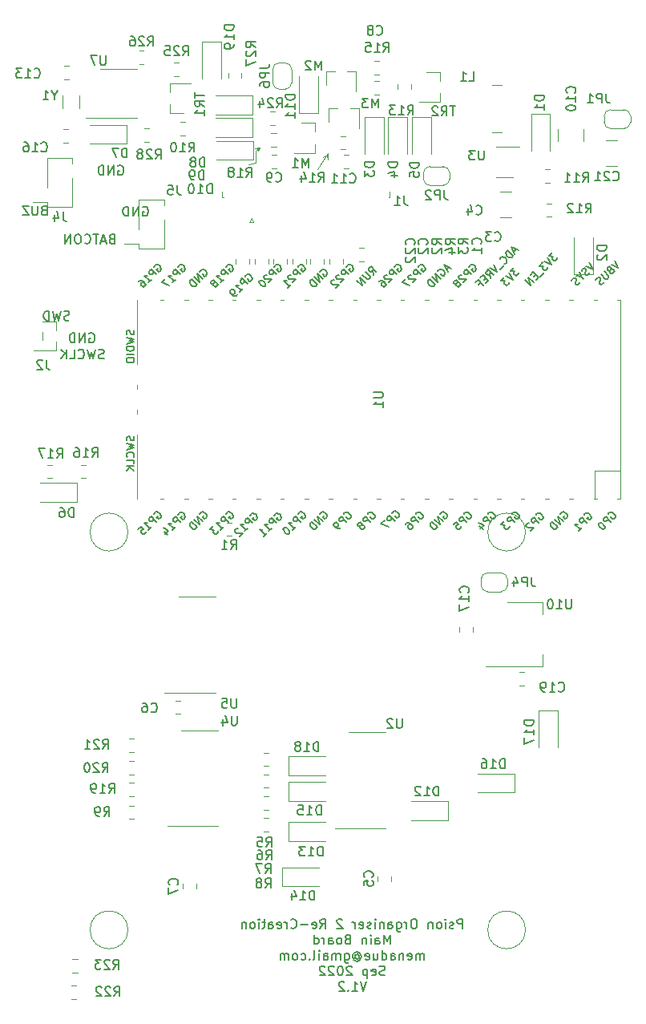
<source format=gbr>
G04 #@! TF.GenerationSoftware,KiCad,Pcbnew,5.1.5+dfsg1-2build2*
G04 #@! TF.CreationDate,2022-09-16T21:23:17+01:00*
G04 #@! TF.ProjectId,psion-org2-main,7073696f-6e2d-46f7-9267-322d6d61696e,rev?*
G04 #@! TF.SameCoordinates,Original*
G04 #@! TF.FileFunction,Legend,Bot*
G04 #@! TF.FilePolarity,Positive*
%FSLAX46Y46*%
G04 Gerber Fmt 4.6, Leading zero omitted, Abs format (unit mm)*
G04 Created by KiCad (PCBNEW 5.1.5+dfsg1-2build2) date 2022-09-16 21:23:17*
%MOMM*%
%LPD*%
G04 APERTURE LIST*
%ADD10C,0.120000*%
%ADD11C,0.150000*%
G04 APERTURE END LIST*
D10*
X167894000Y-69215000D02*
X168402000Y-69088000D01*
X168275000Y-69469000D02*
X168402000Y-69088000D01*
X168402000Y-69088000D02*
X168275000Y-69469000D01*
X168021000Y-69469000D02*
X168402000Y-69088000D01*
X168021000Y-70739000D02*
X168021000Y-69469000D01*
X167259000Y-70866000D02*
X168021000Y-70739000D01*
X175133000Y-70104000D02*
X175514000Y-69850000D01*
X175514000Y-69850000D02*
X175133000Y-70104000D01*
X175641000Y-70358000D02*
X175514000Y-69850000D01*
X175641000Y-69723000D02*
X175641000Y-70358000D01*
X174498000Y-71374000D02*
X175641000Y-69723000D01*
X196500000Y-109700000D02*
G75*
G03X196500000Y-109700000I-2000000J0D01*
G01*
X154500000Y-109700000D02*
G75*
G03X154500000Y-109700000I-2000000J0D01*
G01*
X196500000Y-151700000D02*
G75*
G03X196500000Y-151700000I-2000000J0D01*
G01*
X154500000Y-151700000D02*
G75*
G03X154500000Y-151700000I-2000000J0D01*
G01*
D11*
X189856666Y-151562380D02*
X189856666Y-150562380D01*
X189475714Y-150562380D01*
X189380476Y-150610000D01*
X189332857Y-150657619D01*
X189285238Y-150752857D01*
X189285238Y-150895714D01*
X189332857Y-150990952D01*
X189380476Y-151038571D01*
X189475714Y-151086190D01*
X189856666Y-151086190D01*
X188904285Y-151514761D02*
X188809047Y-151562380D01*
X188618571Y-151562380D01*
X188523333Y-151514761D01*
X188475714Y-151419523D01*
X188475714Y-151371904D01*
X188523333Y-151276666D01*
X188618571Y-151229047D01*
X188761428Y-151229047D01*
X188856666Y-151181428D01*
X188904285Y-151086190D01*
X188904285Y-151038571D01*
X188856666Y-150943333D01*
X188761428Y-150895714D01*
X188618571Y-150895714D01*
X188523333Y-150943333D01*
X188047142Y-151562380D02*
X188047142Y-150895714D01*
X188047142Y-150562380D02*
X188094761Y-150610000D01*
X188047142Y-150657619D01*
X187999523Y-150610000D01*
X188047142Y-150562380D01*
X188047142Y-150657619D01*
X187428095Y-151562380D02*
X187523333Y-151514761D01*
X187570952Y-151467142D01*
X187618571Y-151371904D01*
X187618571Y-151086190D01*
X187570952Y-150990952D01*
X187523333Y-150943333D01*
X187428095Y-150895714D01*
X187285238Y-150895714D01*
X187190000Y-150943333D01*
X187142380Y-150990952D01*
X187094761Y-151086190D01*
X187094761Y-151371904D01*
X187142380Y-151467142D01*
X187190000Y-151514761D01*
X187285238Y-151562380D01*
X187428095Y-151562380D01*
X186666190Y-150895714D02*
X186666190Y-151562380D01*
X186666190Y-150990952D02*
X186618571Y-150943333D01*
X186523333Y-150895714D01*
X186380476Y-150895714D01*
X186285238Y-150943333D01*
X186237619Y-151038571D01*
X186237619Y-151562380D01*
X184809047Y-150562380D02*
X184618571Y-150562380D01*
X184523333Y-150610000D01*
X184428095Y-150705238D01*
X184380476Y-150895714D01*
X184380476Y-151229047D01*
X184428095Y-151419523D01*
X184523333Y-151514761D01*
X184618571Y-151562380D01*
X184809047Y-151562380D01*
X184904285Y-151514761D01*
X184999523Y-151419523D01*
X185047142Y-151229047D01*
X185047142Y-150895714D01*
X184999523Y-150705238D01*
X184904285Y-150610000D01*
X184809047Y-150562380D01*
X183951904Y-151562380D02*
X183951904Y-150895714D01*
X183951904Y-151086190D02*
X183904285Y-150990952D01*
X183856666Y-150943333D01*
X183761428Y-150895714D01*
X183666190Y-150895714D01*
X182904285Y-150895714D02*
X182904285Y-151705238D01*
X182951904Y-151800476D01*
X182999523Y-151848095D01*
X183094761Y-151895714D01*
X183237619Y-151895714D01*
X183332857Y-151848095D01*
X182904285Y-151514761D02*
X182999523Y-151562380D01*
X183190000Y-151562380D01*
X183285238Y-151514761D01*
X183332857Y-151467142D01*
X183380476Y-151371904D01*
X183380476Y-151086190D01*
X183332857Y-150990952D01*
X183285238Y-150943333D01*
X183190000Y-150895714D01*
X182999523Y-150895714D01*
X182904285Y-150943333D01*
X181999523Y-151562380D02*
X181999523Y-151038571D01*
X182047142Y-150943333D01*
X182142380Y-150895714D01*
X182332857Y-150895714D01*
X182428095Y-150943333D01*
X181999523Y-151514761D02*
X182094761Y-151562380D01*
X182332857Y-151562380D01*
X182428095Y-151514761D01*
X182475714Y-151419523D01*
X182475714Y-151324285D01*
X182428095Y-151229047D01*
X182332857Y-151181428D01*
X182094761Y-151181428D01*
X181999523Y-151133809D01*
X181523333Y-150895714D02*
X181523333Y-151562380D01*
X181523333Y-150990952D02*
X181475714Y-150943333D01*
X181380476Y-150895714D01*
X181237619Y-150895714D01*
X181142380Y-150943333D01*
X181094761Y-151038571D01*
X181094761Y-151562380D01*
X180618571Y-151562380D02*
X180618571Y-150895714D01*
X180618571Y-150562380D02*
X180666190Y-150610000D01*
X180618571Y-150657619D01*
X180570952Y-150610000D01*
X180618571Y-150562380D01*
X180618571Y-150657619D01*
X180190000Y-151514761D02*
X180094761Y-151562380D01*
X179904285Y-151562380D01*
X179809047Y-151514761D01*
X179761428Y-151419523D01*
X179761428Y-151371904D01*
X179809047Y-151276666D01*
X179904285Y-151229047D01*
X180047142Y-151229047D01*
X180142380Y-151181428D01*
X180190000Y-151086190D01*
X180190000Y-151038571D01*
X180142380Y-150943333D01*
X180047142Y-150895714D01*
X179904285Y-150895714D01*
X179809047Y-150943333D01*
X178951904Y-151514761D02*
X179047142Y-151562380D01*
X179237619Y-151562380D01*
X179332857Y-151514761D01*
X179380476Y-151419523D01*
X179380476Y-151038571D01*
X179332857Y-150943333D01*
X179237619Y-150895714D01*
X179047142Y-150895714D01*
X178951904Y-150943333D01*
X178904285Y-151038571D01*
X178904285Y-151133809D01*
X179380476Y-151229047D01*
X178475714Y-151562380D02*
X178475714Y-150895714D01*
X178475714Y-151086190D02*
X178428095Y-150990952D01*
X178380476Y-150943333D01*
X178285238Y-150895714D01*
X178190000Y-150895714D01*
X177142380Y-150657619D02*
X177094761Y-150610000D01*
X176999523Y-150562380D01*
X176761428Y-150562380D01*
X176666190Y-150610000D01*
X176618571Y-150657619D01*
X176570952Y-150752857D01*
X176570952Y-150848095D01*
X176618571Y-150990952D01*
X177190000Y-151562380D01*
X176570952Y-151562380D01*
X174809047Y-151562380D02*
X175142380Y-151086190D01*
X175380476Y-151562380D02*
X175380476Y-150562380D01*
X174999523Y-150562380D01*
X174904285Y-150610000D01*
X174856666Y-150657619D01*
X174809047Y-150752857D01*
X174809047Y-150895714D01*
X174856666Y-150990952D01*
X174904285Y-151038571D01*
X174999523Y-151086190D01*
X175380476Y-151086190D01*
X173999523Y-151514761D02*
X174094761Y-151562380D01*
X174285238Y-151562380D01*
X174380476Y-151514761D01*
X174428095Y-151419523D01*
X174428095Y-151038571D01*
X174380476Y-150943333D01*
X174285238Y-150895714D01*
X174094761Y-150895714D01*
X173999523Y-150943333D01*
X173951904Y-151038571D01*
X173951904Y-151133809D01*
X174428095Y-151229047D01*
X173523333Y-151181428D02*
X172761428Y-151181428D01*
X171713809Y-151467142D02*
X171761428Y-151514761D01*
X171904285Y-151562380D01*
X171999523Y-151562380D01*
X172142380Y-151514761D01*
X172237619Y-151419523D01*
X172285238Y-151324285D01*
X172332857Y-151133809D01*
X172332857Y-150990952D01*
X172285238Y-150800476D01*
X172237619Y-150705238D01*
X172142380Y-150610000D01*
X171999523Y-150562380D01*
X171904285Y-150562380D01*
X171761428Y-150610000D01*
X171713809Y-150657619D01*
X171285238Y-151562380D02*
X171285238Y-150895714D01*
X171285238Y-151086190D02*
X171237619Y-150990952D01*
X171190000Y-150943333D01*
X171094761Y-150895714D01*
X170999523Y-150895714D01*
X170285238Y-151514761D02*
X170380476Y-151562380D01*
X170570952Y-151562380D01*
X170666190Y-151514761D01*
X170713809Y-151419523D01*
X170713809Y-151038571D01*
X170666190Y-150943333D01*
X170570952Y-150895714D01*
X170380476Y-150895714D01*
X170285238Y-150943333D01*
X170237619Y-151038571D01*
X170237619Y-151133809D01*
X170713809Y-151229047D01*
X169380476Y-151562380D02*
X169380476Y-151038571D01*
X169428095Y-150943333D01*
X169523333Y-150895714D01*
X169713809Y-150895714D01*
X169809047Y-150943333D01*
X169380476Y-151514761D02*
X169475714Y-151562380D01*
X169713809Y-151562380D01*
X169809047Y-151514761D01*
X169856666Y-151419523D01*
X169856666Y-151324285D01*
X169809047Y-151229047D01*
X169713809Y-151181428D01*
X169475714Y-151181428D01*
X169380476Y-151133809D01*
X169047142Y-150895714D02*
X168666190Y-150895714D01*
X168904285Y-150562380D02*
X168904285Y-151419523D01*
X168856666Y-151514761D01*
X168761428Y-151562380D01*
X168666190Y-151562380D01*
X168332857Y-151562380D02*
X168332857Y-150895714D01*
X168332857Y-150562380D02*
X168380476Y-150610000D01*
X168332857Y-150657619D01*
X168285238Y-150610000D01*
X168332857Y-150562380D01*
X168332857Y-150657619D01*
X167713809Y-151562380D02*
X167809047Y-151514761D01*
X167856666Y-151467142D01*
X167904285Y-151371904D01*
X167904285Y-151086190D01*
X167856666Y-150990952D01*
X167809047Y-150943333D01*
X167713809Y-150895714D01*
X167570952Y-150895714D01*
X167475714Y-150943333D01*
X167428095Y-150990952D01*
X167380476Y-151086190D01*
X167380476Y-151371904D01*
X167428095Y-151467142D01*
X167475714Y-151514761D01*
X167570952Y-151562380D01*
X167713809Y-151562380D01*
X166951904Y-150895714D02*
X166951904Y-151562380D01*
X166951904Y-150990952D02*
X166904285Y-150943333D01*
X166809047Y-150895714D01*
X166666190Y-150895714D01*
X166570952Y-150943333D01*
X166523333Y-151038571D01*
X166523333Y-151562380D01*
X182213809Y-153212380D02*
X182213809Y-152212380D01*
X181880476Y-152926666D01*
X181547142Y-152212380D01*
X181547142Y-153212380D01*
X180642380Y-153212380D02*
X180642380Y-152688571D01*
X180690000Y-152593333D01*
X180785238Y-152545714D01*
X180975714Y-152545714D01*
X181070952Y-152593333D01*
X180642380Y-153164761D02*
X180737619Y-153212380D01*
X180975714Y-153212380D01*
X181070952Y-153164761D01*
X181118571Y-153069523D01*
X181118571Y-152974285D01*
X181070952Y-152879047D01*
X180975714Y-152831428D01*
X180737619Y-152831428D01*
X180642380Y-152783809D01*
X180166190Y-153212380D02*
X180166190Y-152545714D01*
X180166190Y-152212380D02*
X180213809Y-152260000D01*
X180166190Y-152307619D01*
X180118571Y-152260000D01*
X180166190Y-152212380D01*
X180166190Y-152307619D01*
X179690000Y-152545714D02*
X179690000Y-153212380D01*
X179690000Y-152640952D02*
X179642380Y-152593333D01*
X179547142Y-152545714D01*
X179404285Y-152545714D01*
X179309047Y-152593333D01*
X179261428Y-152688571D01*
X179261428Y-153212380D01*
X177690000Y-152688571D02*
X177547142Y-152736190D01*
X177499523Y-152783809D01*
X177451904Y-152879047D01*
X177451904Y-153021904D01*
X177499523Y-153117142D01*
X177547142Y-153164761D01*
X177642380Y-153212380D01*
X178023333Y-153212380D01*
X178023333Y-152212380D01*
X177690000Y-152212380D01*
X177594761Y-152260000D01*
X177547142Y-152307619D01*
X177499523Y-152402857D01*
X177499523Y-152498095D01*
X177547142Y-152593333D01*
X177594761Y-152640952D01*
X177690000Y-152688571D01*
X178023333Y-152688571D01*
X176880476Y-153212380D02*
X176975714Y-153164761D01*
X177023333Y-153117142D01*
X177070952Y-153021904D01*
X177070952Y-152736190D01*
X177023333Y-152640952D01*
X176975714Y-152593333D01*
X176880476Y-152545714D01*
X176737619Y-152545714D01*
X176642380Y-152593333D01*
X176594761Y-152640952D01*
X176547142Y-152736190D01*
X176547142Y-153021904D01*
X176594761Y-153117142D01*
X176642380Y-153164761D01*
X176737619Y-153212380D01*
X176880476Y-153212380D01*
X175690000Y-153212380D02*
X175690000Y-152688571D01*
X175737619Y-152593333D01*
X175832857Y-152545714D01*
X176023333Y-152545714D01*
X176118571Y-152593333D01*
X175690000Y-153164761D02*
X175785238Y-153212380D01*
X176023333Y-153212380D01*
X176118571Y-153164761D01*
X176166190Y-153069523D01*
X176166190Y-152974285D01*
X176118571Y-152879047D01*
X176023333Y-152831428D01*
X175785238Y-152831428D01*
X175690000Y-152783809D01*
X175213809Y-153212380D02*
X175213809Y-152545714D01*
X175213809Y-152736190D02*
X175166190Y-152640952D01*
X175118571Y-152593333D01*
X175023333Y-152545714D01*
X174928095Y-152545714D01*
X174166190Y-153212380D02*
X174166190Y-152212380D01*
X174166190Y-153164761D02*
X174261428Y-153212380D01*
X174451904Y-153212380D01*
X174547142Y-153164761D01*
X174594761Y-153117142D01*
X174642380Y-153021904D01*
X174642380Y-152736190D01*
X174594761Y-152640952D01*
X174547142Y-152593333D01*
X174451904Y-152545714D01*
X174261428Y-152545714D01*
X174166190Y-152593333D01*
X185785238Y-154862380D02*
X185785238Y-154195714D01*
X185785238Y-154290952D02*
X185737619Y-154243333D01*
X185642380Y-154195714D01*
X185499523Y-154195714D01*
X185404285Y-154243333D01*
X185356666Y-154338571D01*
X185356666Y-154862380D01*
X185356666Y-154338571D02*
X185309047Y-154243333D01*
X185213809Y-154195714D01*
X185070952Y-154195714D01*
X184975714Y-154243333D01*
X184928095Y-154338571D01*
X184928095Y-154862380D01*
X184070952Y-154814761D02*
X184166190Y-154862380D01*
X184356666Y-154862380D01*
X184451904Y-154814761D01*
X184499523Y-154719523D01*
X184499523Y-154338571D01*
X184451904Y-154243333D01*
X184356666Y-154195714D01*
X184166190Y-154195714D01*
X184070952Y-154243333D01*
X184023333Y-154338571D01*
X184023333Y-154433809D01*
X184499523Y-154529047D01*
X183594761Y-154195714D02*
X183594761Y-154862380D01*
X183594761Y-154290952D02*
X183547142Y-154243333D01*
X183451904Y-154195714D01*
X183309047Y-154195714D01*
X183213809Y-154243333D01*
X183166190Y-154338571D01*
X183166190Y-154862380D01*
X182261428Y-154862380D02*
X182261428Y-154338571D01*
X182309047Y-154243333D01*
X182404285Y-154195714D01*
X182594761Y-154195714D01*
X182690000Y-154243333D01*
X182261428Y-154814761D02*
X182356666Y-154862380D01*
X182594761Y-154862380D01*
X182690000Y-154814761D01*
X182737619Y-154719523D01*
X182737619Y-154624285D01*
X182690000Y-154529047D01*
X182594761Y-154481428D01*
X182356666Y-154481428D01*
X182261428Y-154433809D01*
X181356666Y-154862380D02*
X181356666Y-153862380D01*
X181356666Y-154814761D02*
X181451904Y-154862380D01*
X181642380Y-154862380D01*
X181737619Y-154814761D01*
X181785238Y-154767142D01*
X181832857Y-154671904D01*
X181832857Y-154386190D01*
X181785238Y-154290952D01*
X181737619Y-154243333D01*
X181642380Y-154195714D01*
X181451904Y-154195714D01*
X181356666Y-154243333D01*
X180451904Y-154195714D02*
X180451904Y-154862380D01*
X180880476Y-154195714D02*
X180880476Y-154719523D01*
X180832857Y-154814761D01*
X180737619Y-154862380D01*
X180594761Y-154862380D01*
X180499523Y-154814761D01*
X180451904Y-154767142D01*
X179594761Y-154814761D02*
X179690000Y-154862380D01*
X179880476Y-154862380D01*
X179975714Y-154814761D01*
X180023333Y-154719523D01*
X180023333Y-154338571D01*
X179975714Y-154243333D01*
X179880476Y-154195714D01*
X179690000Y-154195714D01*
X179594761Y-154243333D01*
X179547142Y-154338571D01*
X179547142Y-154433809D01*
X180023333Y-154529047D01*
X178499523Y-154386190D02*
X178547142Y-154338571D01*
X178642380Y-154290952D01*
X178737619Y-154290952D01*
X178832857Y-154338571D01*
X178880476Y-154386190D01*
X178928095Y-154481428D01*
X178928095Y-154576666D01*
X178880476Y-154671904D01*
X178832857Y-154719523D01*
X178737619Y-154767142D01*
X178642380Y-154767142D01*
X178547142Y-154719523D01*
X178499523Y-154671904D01*
X178499523Y-154290952D02*
X178499523Y-154671904D01*
X178451904Y-154719523D01*
X178404285Y-154719523D01*
X178309047Y-154671904D01*
X178261428Y-154576666D01*
X178261428Y-154338571D01*
X178356666Y-154195714D01*
X178499523Y-154100476D01*
X178690000Y-154052857D01*
X178880476Y-154100476D01*
X179023333Y-154195714D01*
X179118571Y-154338571D01*
X179166190Y-154529047D01*
X179118571Y-154719523D01*
X179023333Y-154862380D01*
X178880476Y-154957619D01*
X178690000Y-155005238D01*
X178499523Y-154957619D01*
X178356666Y-154862380D01*
X177404285Y-154195714D02*
X177404285Y-155005238D01*
X177451904Y-155100476D01*
X177499523Y-155148095D01*
X177594761Y-155195714D01*
X177737619Y-155195714D01*
X177832857Y-155148095D01*
X177404285Y-154814761D02*
X177499523Y-154862380D01*
X177690000Y-154862380D01*
X177785238Y-154814761D01*
X177832857Y-154767142D01*
X177880476Y-154671904D01*
X177880476Y-154386190D01*
X177832857Y-154290952D01*
X177785238Y-154243333D01*
X177690000Y-154195714D01*
X177499523Y-154195714D01*
X177404285Y-154243333D01*
X176928095Y-154862380D02*
X176928095Y-154195714D01*
X176928095Y-154290952D02*
X176880476Y-154243333D01*
X176785238Y-154195714D01*
X176642380Y-154195714D01*
X176547142Y-154243333D01*
X176499523Y-154338571D01*
X176499523Y-154862380D01*
X176499523Y-154338571D02*
X176451904Y-154243333D01*
X176356666Y-154195714D01*
X176213809Y-154195714D01*
X176118571Y-154243333D01*
X176070952Y-154338571D01*
X176070952Y-154862380D01*
X175166190Y-154862380D02*
X175166190Y-154338571D01*
X175213809Y-154243333D01*
X175309047Y-154195714D01*
X175499523Y-154195714D01*
X175594761Y-154243333D01*
X175166190Y-154814761D02*
X175261428Y-154862380D01*
X175499523Y-154862380D01*
X175594761Y-154814761D01*
X175642380Y-154719523D01*
X175642380Y-154624285D01*
X175594761Y-154529047D01*
X175499523Y-154481428D01*
X175261428Y-154481428D01*
X175166190Y-154433809D01*
X174690000Y-154862380D02*
X174690000Y-154195714D01*
X174690000Y-153862380D02*
X174737619Y-153910000D01*
X174690000Y-153957619D01*
X174642380Y-153910000D01*
X174690000Y-153862380D01*
X174690000Y-153957619D01*
X174070952Y-154862380D02*
X174166190Y-154814761D01*
X174213809Y-154719523D01*
X174213809Y-153862380D01*
X173690000Y-154767142D02*
X173642380Y-154814761D01*
X173690000Y-154862380D01*
X173737619Y-154814761D01*
X173690000Y-154767142D01*
X173690000Y-154862380D01*
X172785238Y-154814761D02*
X172880476Y-154862380D01*
X173070952Y-154862380D01*
X173166190Y-154814761D01*
X173213809Y-154767142D01*
X173261428Y-154671904D01*
X173261428Y-154386190D01*
X173213809Y-154290952D01*
X173166190Y-154243333D01*
X173070952Y-154195714D01*
X172880476Y-154195714D01*
X172785238Y-154243333D01*
X172213809Y-154862380D02*
X172309047Y-154814761D01*
X172356666Y-154767142D01*
X172404285Y-154671904D01*
X172404285Y-154386190D01*
X172356666Y-154290952D01*
X172309047Y-154243333D01*
X172213809Y-154195714D01*
X172070952Y-154195714D01*
X171975714Y-154243333D01*
X171928095Y-154290952D01*
X171880476Y-154386190D01*
X171880476Y-154671904D01*
X171928095Y-154767142D01*
X171975714Y-154814761D01*
X172070952Y-154862380D01*
X172213809Y-154862380D01*
X171451904Y-154862380D02*
X171451904Y-154195714D01*
X171451904Y-154290952D02*
X171404285Y-154243333D01*
X171309047Y-154195714D01*
X171166190Y-154195714D01*
X171070952Y-154243333D01*
X171023333Y-154338571D01*
X171023333Y-154862380D01*
X171023333Y-154338571D02*
X170975714Y-154243333D01*
X170880476Y-154195714D01*
X170737619Y-154195714D01*
X170642380Y-154243333D01*
X170594761Y-154338571D01*
X170594761Y-154862380D01*
X181642380Y-156464761D02*
X181499523Y-156512380D01*
X181261428Y-156512380D01*
X181166190Y-156464761D01*
X181118571Y-156417142D01*
X181070952Y-156321904D01*
X181070952Y-156226666D01*
X181118571Y-156131428D01*
X181166190Y-156083809D01*
X181261428Y-156036190D01*
X181451904Y-155988571D01*
X181547142Y-155940952D01*
X181594761Y-155893333D01*
X181642380Y-155798095D01*
X181642380Y-155702857D01*
X181594761Y-155607619D01*
X181547142Y-155560000D01*
X181451904Y-155512380D01*
X181213809Y-155512380D01*
X181070952Y-155560000D01*
X180261428Y-156464761D02*
X180356666Y-156512380D01*
X180547142Y-156512380D01*
X180642380Y-156464761D01*
X180690000Y-156369523D01*
X180690000Y-155988571D01*
X180642380Y-155893333D01*
X180547142Y-155845714D01*
X180356666Y-155845714D01*
X180261428Y-155893333D01*
X180213809Y-155988571D01*
X180213809Y-156083809D01*
X180690000Y-156179047D01*
X179785238Y-155845714D02*
X179785238Y-156845714D01*
X179785238Y-155893333D02*
X179690000Y-155845714D01*
X179499523Y-155845714D01*
X179404285Y-155893333D01*
X179356666Y-155940952D01*
X179309047Y-156036190D01*
X179309047Y-156321904D01*
X179356666Y-156417142D01*
X179404285Y-156464761D01*
X179499523Y-156512380D01*
X179690000Y-156512380D01*
X179785238Y-156464761D01*
X178166190Y-155607619D02*
X178118571Y-155560000D01*
X178023333Y-155512380D01*
X177785238Y-155512380D01*
X177690000Y-155560000D01*
X177642380Y-155607619D01*
X177594761Y-155702857D01*
X177594761Y-155798095D01*
X177642380Y-155940952D01*
X178213809Y-156512380D01*
X177594761Y-156512380D01*
X176975714Y-155512380D02*
X176880476Y-155512380D01*
X176785238Y-155560000D01*
X176737619Y-155607619D01*
X176690000Y-155702857D01*
X176642380Y-155893333D01*
X176642380Y-156131428D01*
X176690000Y-156321904D01*
X176737619Y-156417142D01*
X176785238Y-156464761D01*
X176880476Y-156512380D01*
X176975714Y-156512380D01*
X177070952Y-156464761D01*
X177118571Y-156417142D01*
X177166190Y-156321904D01*
X177213809Y-156131428D01*
X177213809Y-155893333D01*
X177166190Y-155702857D01*
X177118571Y-155607619D01*
X177070952Y-155560000D01*
X176975714Y-155512380D01*
X176261428Y-155607619D02*
X176213809Y-155560000D01*
X176118571Y-155512380D01*
X175880476Y-155512380D01*
X175785238Y-155560000D01*
X175737619Y-155607619D01*
X175690000Y-155702857D01*
X175690000Y-155798095D01*
X175737619Y-155940952D01*
X176309047Y-156512380D01*
X175690000Y-156512380D01*
X175309047Y-155607619D02*
X175261428Y-155560000D01*
X175166190Y-155512380D01*
X174928095Y-155512380D01*
X174832857Y-155560000D01*
X174785238Y-155607619D01*
X174737619Y-155702857D01*
X174737619Y-155798095D01*
X174785238Y-155940952D01*
X175356666Y-156512380D01*
X174737619Y-156512380D01*
X179713809Y-157162380D02*
X179380476Y-158162380D01*
X179047142Y-157162380D01*
X178190000Y-158162380D02*
X178761428Y-158162380D01*
X178475714Y-158162380D02*
X178475714Y-157162380D01*
X178570952Y-157305238D01*
X178666190Y-157400476D01*
X178761428Y-157448095D01*
X177761428Y-158067142D02*
X177713809Y-158114761D01*
X177761428Y-158162380D01*
X177809047Y-158114761D01*
X177761428Y-158067142D01*
X177761428Y-158162380D01*
X177332857Y-157257619D02*
X177285238Y-157210000D01*
X177190000Y-157162380D01*
X176951904Y-157162380D01*
X176856666Y-157210000D01*
X176809047Y-157257619D01*
X176761428Y-157352857D01*
X176761428Y-157448095D01*
X176809047Y-157590952D01*
X177380476Y-158162380D01*
X176761428Y-158162380D01*
X151961904Y-91354761D02*
X151819047Y-91402380D01*
X151580952Y-91402380D01*
X151485714Y-91354761D01*
X151438095Y-91307142D01*
X151390476Y-91211904D01*
X151390476Y-91116666D01*
X151438095Y-91021428D01*
X151485714Y-90973809D01*
X151580952Y-90926190D01*
X151771428Y-90878571D01*
X151866666Y-90830952D01*
X151914285Y-90783333D01*
X151961904Y-90688095D01*
X151961904Y-90592857D01*
X151914285Y-90497619D01*
X151866666Y-90450000D01*
X151771428Y-90402380D01*
X151533333Y-90402380D01*
X151390476Y-90450000D01*
X151057142Y-90402380D02*
X150819047Y-91402380D01*
X150628571Y-90688095D01*
X150438095Y-91402380D01*
X150200000Y-90402380D01*
X149247619Y-91307142D02*
X149295238Y-91354761D01*
X149438095Y-91402380D01*
X149533333Y-91402380D01*
X149676190Y-91354761D01*
X149771428Y-91259523D01*
X149819047Y-91164285D01*
X149866666Y-90973809D01*
X149866666Y-90830952D01*
X149819047Y-90640476D01*
X149771428Y-90545238D01*
X149676190Y-90450000D01*
X149533333Y-90402380D01*
X149438095Y-90402380D01*
X149295238Y-90450000D01*
X149247619Y-90497619D01*
X148342857Y-91402380D02*
X148819047Y-91402380D01*
X148819047Y-90402380D01*
X148009523Y-91402380D02*
X148009523Y-90402380D01*
X147438095Y-91402380D02*
X147866666Y-90830952D01*
X147438095Y-90402380D02*
X148009523Y-90973809D01*
X148307142Y-87304761D02*
X148164285Y-87352380D01*
X147926190Y-87352380D01*
X147830952Y-87304761D01*
X147783333Y-87257142D01*
X147735714Y-87161904D01*
X147735714Y-87066666D01*
X147783333Y-86971428D01*
X147830952Y-86923809D01*
X147926190Y-86876190D01*
X148116666Y-86828571D01*
X148211904Y-86780952D01*
X148259523Y-86733333D01*
X148307142Y-86638095D01*
X148307142Y-86542857D01*
X148259523Y-86447619D01*
X148211904Y-86400000D01*
X148116666Y-86352380D01*
X147878571Y-86352380D01*
X147735714Y-86400000D01*
X147402380Y-86352380D02*
X147164285Y-87352380D01*
X146973809Y-86638095D01*
X146783333Y-87352380D01*
X146545238Y-86352380D01*
X146164285Y-87352380D02*
X146164285Y-86352380D01*
X145926190Y-86352380D01*
X145783333Y-86400000D01*
X145688095Y-86495238D01*
X145640476Y-86590476D01*
X145592857Y-86780952D01*
X145592857Y-86923809D01*
X145640476Y-87114285D01*
X145688095Y-87209523D01*
X145783333Y-87304761D01*
X145926190Y-87352380D01*
X146164285Y-87352380D01*
X150411904Y-88750000D02*
X150507142Y-88702380D01*
X150650000Y-88702380D01*
X150792857Y-88750000D01*
X150888095Y-88845238D01*
X150935714Y-88940476D01*
X150983333Y-89130952D01*
X150983333Y-89273809D01*
X150935714Y-89464285D01*
X150888095Y-89559523D01*
X150792857Y-89654761D01*
X150650000Y-89702380D01*
X150554761Y-89702380D01*
X150411904Y-89654761D01*
X150364285Y-89607142D01*
X150364285Y-89273809D01*
X150554761Y-89273809D01*
X149935714Y-89702380D02*
X149935714Y-88702380D01*
X149364285Y-89702380D01*
X149364285Y-88702380D01*
X148888095Y-89702380D02*
X148888095Y-88702380D01*
X148650000Y-88702380D01*
X148507142Y-88750000D01*
X148411904Y-88845238D01*
X148364285Y-88940476D01*
X148316666Y-89130952D01*
X148316666Y-89273809D01*
X148364285Y-89464285D01*
X148411904Y-89559523D01*
X148507142Y-89654761D01*
X148650000Y-89702380D01*
X148888095Y-89702380D01*
X156071904Y-75380000D02*
X156167142Y-75332380D01*
X156310000Y-75332380D01*
X156452857Y-75380000D01*
X156548095Y-75475238D01*
X156595714Y-75570476D01*
X156643333Y-75760952D01*
X156643333Y-75903809D01*
X156595714Y-76094285D01*
X156548095Y-76189523D01*
X156452857Y-76284761D01*
X156310000Y-76332380D01*
X156214761Y-76332380D01*
X156071904Y-76284761D01*
X156024285Y-76237142D01*
X156024285Y-75903809D01*
X156214761Y-75903809D01*
X155595714Y-76332380D02*
X155595714Y-75332380D01*
X155024285Y-76332380D01*
X155024285Y-75332380D01*
X154548095Y-76332380D02*
X154548095Y-75332380D01*
X154310000Y-75332380D01*
X154167142Y-75380000D01*
X154071904Y-75475238D01*
X154024285Y-75570476D01*
X153976666Y-75760952D01*
X153976666Y-75903809D01*
X154024285Y-76094285D01*
X154071904Y-76189523D01*
X154167142Y-76284761D01*
X154310000Y-76332380D01*
X154548095Y-76332380D01*
X152785714Y-78738571D02*
X152642857Y-78786190D01*
X152595238Y-78833809D01*
X152547619Y-78929047D01*
X152547619Y-79071904D01*
X152595238Y-79167142D01*
X152642857Y-79214761D01*
X152738095Y-79262380D01*
X153119047Y-79262380D01*
X153119047Y-78262380D01*
X152785714Y-78262380D01*
X152690476Y-78310000D01*
X152642857Y-78357619D01*
X152595238Y-78452857D01*
X152595238Y-78548095D01*
X152642857Y-78643333D01*
X152690476Y-78690952D01*
X152785714Y-78738571D01*
X153119047Y-78738571D01*
X152166666Y-78976666D02*
X151690476Y-78976666D01*
X152261904Y-79262380D02*
X151928571Y-78262380D01*
X151595238Y-79262380D01*
X151404761Y-78262380D02*
X150833333Y-78262380D01*
X151119047Y-79262380D02*
X151119047Y-78262380D01*
X149928571Y-79167142D02*
X149976190Y-79214761D01*
X150119047Y-79262380D01*
X150214285Y-79262380D01*
X150357142Y-79214761D01*
X150452380Y-79119523D01*
X150500000Y-79024285D01*
X150547619Y-78833809D01*
X150547619Y-78690952D01*
X150500000Y-78500476D01*
X150452380Y-78405238D01*
X150357142Y-78310000D01*
X150214285Y-78262380D01*
X150119047Y-78262380D01*
X149976190Y-78310000D01*
X149928571Y-78357619D01*
X149309523Y-78262380D02*
X149119047Y-78262380D01*
X149023809Y-78310000D01*
X148928571Y-78405238D01*
X148880952Y-78595714D01*
X148880952Y-78929047D01*
X148928571Y-79119523D01*
X149023809Y-79214761D01*
X149119047Y-79262380D01*
X149309523Y-79262380D01*
X149404761Y-79214761D01*
X149500000Y-79119523D01*
X149547619Y-78929047D01*
X149547619Y-78595714D01*
X149500000Y-78405238D01*
X149404761Y-78310000D01*
X149309523Y-78262380D01*
X148452380Y-79262380D02*
X148452380Y-78262380D01*
X147880952Y-79262380D01*
X147880952Y-78262380D01*
X153461904Y-71050000D02*
X153557142Y-71002380D01*
X153700000Y-71002380D01*
X153842857Y-71050000D01*
X153938095Y-71145238D01*
X153985714Y-71240476D01*
X154033333Y-71430952D01*
X154033333Y-71573809D01*
X153985714Y-71764285D01*
X153938095Y-71859523D01*
X153842857Y-71954761D01*
X153700000Y-72002380D01*
X153604761Y-72002380D01*
X153461904Y-71954761D01*
X153414285Y-71907142D01*
X153414285Y-71573809D01*
X153604761Y-71573809D01*
X152985714Y-72002380D02*
X152985714Y-71002380D01*
X152414285Y-72002380D01*
X152414285Y-71002380D01*
X151938095Y-72002380D02*
X151938095Y-71002380D01*
X151700000Y-71002380D01*
X151557142Y-71050000D01*
X151461904Y-71145238D01*
X151414285Y-71240476D01*
X151366666Y-71430952D01*
X151366666Y-71573809D01*
X151414285Y-71764285D01*
X151461904Y-71859523D01*
X151557142Y-71954761D01*
X151700000Y-72002380D01*
X151938095Y-72002380D01*
X145618571Y-75718571D02*
X145475714Y-75766190D01*
X145428095Y-75813809D01*
X145380476Y-75909047D01*
X145380476Y-76051904D01*
X145428095Y-76147142D01*
X145475714Y-76194761D01*
X145570952Y-76242380D01*
X145951904Y-76242380D01*
X145951904Y-75242380D01*
X145618571Y-75242380D01*
X145523333Y-75290000D01*
X145475714Y-75337619D01*
X145428095Y-75432857D01*
X145428095Y-75528095D01*
X145475714Y-75623333D01*
X145523333Y-75670952D01*
X145618571Y-75718571D01*
X145951904Y-75718571D01*
X144951904Y-75242380D02*
X144951904Y-76051904D01*
X144904285Y-76147142D01*
X144856666Y-76194761D01*
X144761428Y-76242380D01*
X144570952Y-76242380D01*
X144475714Y-76194761D01*
X144428095Y-76147142D01*
X144380476Y-76051904D01*
X144380476Y-75242380D01*
X143999523Y-75242380D02*
X143332857Y-75242380D01*
X143999523Y-76242380D01*
X143332857Y-76242380D01*
D10*
X177284748Y-69877000D02*
X177807252Y-69877000D01*
X177284748Y-71347000D02*
X177807252Y-71347000D01*
X169664748Y-69877000D02*
X170187252Y-69877000D01*
X169664748Y-71347000D02*
X170187252Y-71347000D01*
X180520748Y-59971000D02*
X181043252Y-59971000D01*
X180520748Y-61441000D02*
X181043252Y-61441000D01*
X159380422Y-60123000D02*
X159897578Y-60123000D01*
X159380422Y-61543000D02*
X159897578Y-61543000D01*
X156183064Y-60298000D02*
X155728936Y-60298000D01*
X156183064Y-58828000D02*
X155728936Y-58828000D01*
X162322000Y-57948000D02*
X162322000Y-61848000D01*
X164322000Y-57948000D02*
X164322000Y-61848000D01*
X162322000Y-57948000D02*
X164322000Y-57948000D01*
X161800000Y-126660000D02*
X158350000Y-126660000D01*
X161800000Y-126660000D02*
X163750000Y-126660000D01*
X161800000Y-116540000D02*
X159850000Y-116540000D01*
X161800000Y-116540000D02*
X163750000Y-116540000D01*
X167750000Y-68400000D02*
X163850000Y-68400000D01*
X167750000Y-70400000D02*
X163850000Y-70400000D01*
X167750000Y-68400000D02*
X167750000Y-70400000D01*
X169641422Y-67616000D02*
X170158578Y-67616000D01*
X169641422Y-69036000D02*
X170158578Y-69036000D01*
X158940000Y-65480000D02*
X160400000Y-65480000D01*
X158940000Y-62320000D02*
X161100000Y-62320000D01*
X158940000Y-62320000D02*
X158940000Y-63250000D01*
X158940000Y-65480000D02*
X158940000Y-64550000D01*
X180541422Y-62090000D02*
X181058578Y-62090000D01*
X180541422Y-63510000D02*
X181058578Y-63510000D01*
X160041422Y-66390000D02*
X160558578Y-66390000D01*
X160041422Y-67810000D02*
X160558578Y-67810000D01*
X171450000Y-135400000D02*
X175350000Y-135400000D01*
X171450000Y-133400000D02*
X175350000Y-133400000D01*
X171450000Y-135400000D02*
X171450000Y-133400000D01*
X197900000Y-128550000D02*
X197900000Y-132450000D01*
X199900000Y-128550000D02*
X199900000Y-132450000D01*
X197900000Y-128550000D02*
X199900000Y-128550000D01*
X195350000Y-135200000D02*
X191450000Y-135200000D01*
X195350000Y-137200000D02*
X191450000Y-137200000D01*
X195350000Y-135200000D02*
X195350000Y-137200000D01*
X171450000Y-138100000D02*
X175350000Y-138100000D01*
X171450000Y-136100000D02*
X175350000Y-136100000D01*
X171450000Y-138100000D02*
X171450000Y-136100000D01*
X170750000Y-147100000D02*
X174650000Y-147100000D01*
X170750000Y-145100000D02*
X174650000Y-145100000D01*
X170750000Y-147100000D02*
X170750000Y-145100000D01*
X171450000Y-142300000D02*
X175350000Y-142300000D01*
X171450000Y-140300000D02*
X175350000Y-140300000D01*
X171450000Y-142300000D02*
X171450000Y-140300000D01*
X188350000Y-138100000D02*
X184450000Y-138100000D01*
X188350000Y-140100000D02*
X184450000Y-140100000D01*
X188350000Y-138100000D02*
X188350000Y-140100000D01*
X174600000Y-65450000D02*
X174600000Y-61550000D01*
X172600000Y-65450000D02*
X172600000Y-61550000D01*
X174600000Y-65450000D02*
X172600000Y-65450000D01*
X161710000Y-146841422D02*
X161710000Y-147358578D01*
X160290000Y-146841422D02*
X160290000Y-147358578D01*
X160058578Y-128910000D02*
X159541422Y-128910000D01*
X160058578Y-127490000D02*
X159541422Y-127490000D01*
X182310000Y-146041422D02*
X182310000Y-146558578D01*
X180890000Y-146041422D02*
X180890000Y-146558578D01*
X167650000Y-66000000D02*
X163750000Y-66000000D01*
X167650000Y-68000000D02*
X163750000Y-68000000D01*
X167650000Y-66000000D02*
X167650000Y-68000000D01*
X167650000Y-63600000D02*
X163750000Y-63600000D01*
X167650000Y-65600000D02*
X163750000Y-65600000D01*
X167650000Y-63600000D02*
X167650000Y-65600000D01*
X147625000Y-63625000D02*
X147625000Y-64975000D01*
X149375000Y-63625000D02*
X149375000Y-64975000D01*
X153500000Y-65960000D02*
X150050000Y-65960000D01*
X153500000Y-65960000D02*
X155450000Y-65960000D01*
X153500000Y-60840000D02*
X151550000Y-60840000D01*
X153500000Y-60840000D02*
X155450000Y-60840000D01*
X156241422Y-67090000D02*
X156758578Y-67090000D01*
X156241422Y-68510000D02*
X156758578Y-68510000D01*
X166510000Y-61241422D02*
X166510000Y-61758578D01*
X165090000Y-61241422D02*
X165090000Y-61758578D01*
X169540422Y-65330000D02*
X170057578Y-65330000D01*
X169540422Y-66750000D02*
X170057578Y-66750000D01*
X175720000Y-64940000D02*
X175720000Y-66400000D01*
X178880000Y-64940000D02*
X178880000Y-67100000D01*
X178880000Y-64940000D02*
X177950000Y-64940000D01*
X175720000Y-64940000D02*
X176650000Y-64940000D01*
X154350000Y-66700000D02*
X150450000Y-66700000D01*
X154350000Y-68700000D02*
X150450000Y-68700000D01*
X154350000Y-66700000D02*
X154350000Y-68700000D01*
X148158578Y-68610000D02*
X147641422Y-68610000D01*
X148158578Y-67190000D02*
X147641422Y-67190000D01*
X148258578Y-61910000D02*
X147741422Y-61910000D01*
X148258578Y-60490000D02*
X147741422Y-60490000D01*
X175420000Y-61040000D02*
X175420000Y-62500000D01*
X178580000Y-61040000D02*
X178580000Y-63200000D01*
X178580000Y-61040000D02*
X177650000Y-61040000D01*
X175420000Y-61040000D02*
X176350000Y-61040000D01*
X174260000Y-66520000D02*
X172800000Y-66520000D01*
X174260000Y-69680000D02*
X172100000Y-69680000D01*
X174260000Y-69680000D02*
X174260000Y-68750000D01*
X174260000Y-66520000D02*
X174260000Y-67450000D01*
X187460000Y-61120000D02*
X186000000Y-61120000D01*
X187460000Y-64280000D02*
X185300000Y-64280000D01*
X187460000Y-64280000D02*
X187460000Y-63350000D01*
X187460000Y-61120000D02*
X187460000Y-62050000D01*
X146521078Y-104010000D02*
X146003922Y-104010000D01*
X146521078Y-102590000D02*
X146003922Y-102590000D01*
X150058578Y-104010000D02*
X149541422Y-104010000D01*
X150058578Y-102590000D02*
X149541422Y-102590000D01*
X176941422Y-67890000D02*
X177458578Y-67890000D01*
X176941422Y-69310000D02*
X177458578Y-69310000D01*
X182990000Y-62958578D02*
X182990000Y-62441422D01*
X184410000Y-62958578D02*
X184410000Y-62441422D01*
X169800000Y-60850000D02*
X169800000Y-62250000D01*
X170500000Y-62950000D02*
X171100000Y-62950000D01*
X171800000Y-62250000D02*
X171800000Y-60850000D01*
X171100000Y-60150000D02*
X170500000Y-60150000D01*
X170500000Y-60150000D02*
G75*
G03X169800000Y-60850000I0J-700000D01*
G01*
X171800000Y-60850000D02*
G75*
G03X171100000Y-60150000I-700000J0D01*
G01*
X171100000Y-62950000D02*
G75*
G03X171800000Y-62250000I0J700000D01*
G01*
X169800000Y-62250000D02*
G75*
G03X170500000Y-62950000I700000J0D01*
G01*
X192500000Y-116000000D02*
X193900000Y-116000000D01*
X194600000Y-115300000D02*
X194600000Y-114700000D01*
X193900000Y-114000000D02*
X192500000Y-114000000D01*
X191800000Y-114700000D02*
X191800000Y-115300000D01*
X191800000Y-115300000D02*
G75*
G03X192500000Y-116000000I700000J0D01*
G01*
X192500000Y-114000000D02*
G75*
G03X191800000Y-114700000I0J-700000D01*
G01*
X194600000Y-114700000D02*
G75*
G03X193900000Y-114000000I-700000J0D01*
G01*
X193900000Y-116000000D02*
G75*
G03X194600000Y-115300000I0J700000D01*
G01*
X186400000Y-73100000D02*
X187800000Y-73100000D01*
X188500000Y-72400000D02*
X188500000Y-71800000D01*
X187800000Y-71100000D02*
X186400000Y-71100000D01*
X185700000Y-71800000D02*
X185700000Y-72400000D01*
X185700000Y-72400000D02*
G75*
G03X186400000Y-73100000I700000J0D01*
G01*
X186400000Y-71100000D02*
G75*
G03X185700000Y-71800000I0J-700000D01*
G01*
X188500000Y-71800000D02*
G75*
G03X187800000Y-71100000I-700000J0D01*
G01*
X187800000Y-73100000D02*
G75*
G03X188500000Y-72400000I0J700000D01*
G01*
X149150000Y-104500000D02*
X145250000Y-104500000D01*
X149150000Y-106500000D02*
X145250000Y-106500000D01*
X149150000Y-104500000D02*
X149150000Y-106500000D01*
X184500000Y-65850000D02*
X184500000Y-69750000D01*
X186500000Y-65850000D02*
X186500000Y-69750000D01*
X184500000Y-65850000D02*
X186500000Y-65850000D01*
X182000000Y-65850000D02*
X182000000Y-69750000D01*
X184000000Y-65850000D02*
X184000000Y-69750000D01*
X182000000Y-65850000D02*
X184000000Y-65850000D01*
X179500000Y-65850000D02*
X179500000Y-69750000D01*
X181500000Y-65850000D02*
X181500000Y-69750000D01*
X179500000Y-65850000D02*
X181500000Y-65850000D01*
X203600000Y-82450000D02*
X203600000Y-78550000D01*
X201600000Y-82450000D02*
X201600000Y-78550000D01*
X203600000Y-82450000D02*
X201600000Y-82450000D01*
X155670000Y-77710000D02*
X155670000Y-74600000D01*
X158330000Y-75170000D02*
X158330000Y-74600000D01*
X155670000Y-79800000D02*
X155670000Y-79230000D01*
X155670000Y-79230000D02*
X154150000Y-79230000D01*
X158330000Y-79800000D02*
X158330000Y-76690000D01*
X155670000Y-74600000D02*
X158330000Y-74600000D01*
X155670000Y-79800000D02*
X158330000Y-79800000D01*
X145970000Y-73310000D02*
X145970000Y-70200000D01*
X148630000Y-70770000D02*
X148630000Y-70200000D01*
X145970000Y-75400000D02*
X145970000Y-74830000D01*
X145970000Y-74830000D02*
X144450000Y-74830000D01*
X148630000Y-75400000D02*
X148630000Y-72290000D01*
X145970000Y-70200000D02*
X148630000Y-70200000D01*
X145970000Y-75400000D02*
X148630000Y-75400000D01*
X197100000Y-65550000D02*
X197100000Y-69450000D01*
X199100000Y-65550000D02*
X199100000Y-69450000D01*
X197100000Y-65550000D02*
X199100000Y-65550000D01*
X162100000Y-140760000D02*
X158650000Y-140760000D01*
X162100000Y-140760000D02*
X164050000Y-140760000D01*
X162100000Y-130640000D02*
X160150000Y-130640000D01*
X162100000Y-130640000D02*
X164050000Y-130640000D01*
X179800000Y-140960000D02*
X176350000Y-140960000D01*
X179800000Y-140960000D02*
X181750000Y-140960000D01*
X179800000Y-130840000D02*
X177850000Y-130840000D01*
X179800000Y-130840000D02*
X181750000Y-130840000D01*
X167750000Y-76950000D02*
X167350000Y-76950000D01*
X167550000Y-76550000D02*
X167750000Y-76950000D01*
X167350000Y-76950000D02*
X167550000Y-76550000D01*
X182125000Y-74360000D02*
X182125000Y-73760000D01*
X182015000Y-74360000D02*
X182125000Y-74360000D01*
X164475000Y-74360000D02*
X164475000Y-73760000D01*
X164585000Y-74360000D02*
X164475000Y-74360000D01*
X206500000Y-106200000D02*
X206500000Y-85200000D01*
X155500000Y-99400000D02*
X155500000Y-106200000D01*
X203833000Y-106200000D02*
X203833000Y-103193000D01*
X203833000Y-103193000D02*
X206500000Y-103193000D01*
X206500000Y-106200000D02*
X206200000Y-106200000D01*
X204100000Y-106200000D02*
X203700000Y-106200000D01*
X201500000Y-106200000D02*
X201100000Y-106200000D01*
X199000000Y-106200000D02*
X198600000Y-106200000D01*
X196400000Y-106200000D02*
X196000000Y-106200000D01*
X193900000Y-106200000D02*
X193500000Y-106200000D01*
X191400000Y-106200000D02*
X191000000Y-106200000D01*
X188800000Y-106200000D02*
X188400000Y-106200000D01*
X186300000Y-106200000D02*
X185900000Y-106200000D01*
X183700000Y-106200000D02*
X183300000Y-106200000D01*
X181200000Y-106200000D02*
X180800000Y-106200000D01*
X178700000Y-106200000D02*
X178300000Y-106200000D01*
X176100000Y-106200000D02*
X175700000Y-106200000D01*
X173600000Y-106200000D02*
X173200000Y-106200000D01*
X171000000Y-106200000D02*
X170600000Y-106200000D01*
X168500000Y-106200000D02*
X168100000Y-106200000D01*
X165900000Y-106200000D02*
X165500000Y-106200000D01*
X163400000Y-106200000D02*
X163000000Y-106200000D01*
X160900000Y-106200000D02*
X160500000Y-106200000D01*
X158300000Y-106200000D02*
X157900000Y-106200000D01*
X191400000Y-85200000D02*
X191000000Y-85200000D01*
X186300000Y-85200000D02*
X185900000Y-85200000D01*
X178700000Y-85200000D02*
X178300000Y-85200000D01*
X171000000Y-85200000D02*
X170600000Y-85200000D01*
X201500000Y-85200000D02*
X201100000Y-85200000D01*
X204100000Y-85200000D02*
X203700000Y-85200000D01*
X196400000Y-85200000D02*
X196000000Y-85200000D01*
X163400000Y-85200000D02*
X163000000Y-85200000D01*
X158300000Y-85200000D02*
X157900000Y-85200000D01*
X160900000Y-85200000D02*
X160500000Y-85200000D01*
X176100000Y-85200000D02*
X175700000Y-85200000D01*
X181200000Y-85200000D02*
X180800000Y-85200000D01*
X193900000Y-85200000D02*
X193500000Y-85200000D01*
X188800000Y-85200000D02*
X188400000Y-85200000D01*
X168500000Y-85200000D02*
X168100000Y-85200000D01*
X183700000Y-85200000D02*
X183300000Y-85200000D01*
X206500000Y-85200000D02*
X206200000Y-85200000D01*
X199000000Y-85200000D02*
X198600000Y-85200000D01*
X173600000Y-85200000D02*
X173200000Y-85200000D01*
X165900000Y-85200000D02*
X165500000Y-85200000D01*
X155500000Y-85200000D02*
X155500000Y-92000000D01*
X155500000Y-97200000D02*
X155500000Y-96800000D01*
X155500000Y-94600000D02*
X155500000Y-94200000D01*
X155158578Y-132910000D02*
X154641422Y-132910000D01*
X155158578Y-131490000D02*
X154641422Y-131490000D01*
X192300000Y-123910000D02*
X198310000Y-123910000D01*
X194550000Y-117090000D02*
X198310000Y-117090000D01*
X198310000Y-123910000D02*
X198310000Y-122650000D01*
X198310000Y-117090000D02*
X198310000Y-118350000D01*
X193400000Y-68990000D02*
X195850000Y-68990000D01*
X195200000Y-72210000D02*
X193400000Y-72210000D01*
X149158578Y-156210000D02*
X148641422Y-156210000D01*
X149158578Y-154790000D02*
X148641422Y-154790000D01*
X148541422Y-157590000D02*
X149058578Y-157590000D01*
X148541422Y-159010000D02*
X149058578Y-159010000D01*
X155158578Y-135310000D02*
X154641422Y-135310000D01*
X155158578Y-133890000D02*
X154641422Y-133890000D01*
X155158578Y-137610000D02*
X154641422Y-137610000D01*
X155158578Y-136190000D02*
X154641422Y-136190000D01*
X199258578Y-76410000D02*
X198741422Y-76410000D01*
X199258578Y-74990000D02*
X198741422Y-74990000D01*
X199058578Y-72810000D02*
X198541422Y-72810000D01*
X199058578Y-71390000D02*
X198541422Y-71390000D01*
X155158578Y-140010000D02*
X154641422Y-140010000D01*
X155158578Y-138590000D02*
X154641422Y-138590000D01*
X168841422Y-139890000D02*
X169358578Y-139890000D01*
X168841422Y-141310000D02*
X169358578Y-141310000D01*
X168841422Y-137590000D02*
X169358578Y-137590000D01*
X168841422Y-139010000D02*
X169358578Y-139010000D01*
X168841422Y-135290000D02*
X169358578Y-135290000D01*
X168841422Y-136710000D02*
X169358578Y-136710000D01*
X168841422Y-132990000D02*
X169358578Y-132990000D01*
X168841422Y-134410000D02*
X169358578Y-134410000D01*
X171890000Y-81358578D02*
X171890000Y-80841422D01*
X173310000Y-81358578D02*
X173310000Y-80841422D01*
X173790000Y-81358578D02*
X173790000Y-80841422D01*
X175210000Y-81358578D02*
X175210000Y-80841422D01*
X171310000Y-80841422D02*
X171310000Y-81358578D01*
X169890000Y-80841422D02*
X169890000Y-81358578D01*
X164941422Y-108690000D02*
X165458578Y-108690000D01*
X164941422Y-110110000D02*
X165458578Y-110110000D01*
X193000000Y-62490000D02*
X194000000Y-62490000D01*
X193000000Y-67510000D02*
X194000000Y-67510000D01*
X205500000Y-67100000D02*
X206900000Y-67100000D01*
X207600000Y-66400000D02*
X207600000Y-65800000D01*
X206900000Y-65100000D02*
X205500000Y-65100000D01*
X204800000Y-65800000D02*
X204800000Y-66400000D01*
X204800000Y-66400000D02*
G75*
G03X205500000Y-67100000I700000J0D01*
G01*
X205500000Y-65100000D02*
G75*
G03X204800000Y-65800000I0J-700000D01*
G01*
X207600000Y-65800000D02*
G75*
G03X206900000Y-65100000I-700000J0D01*
G01*
X206900000Y-67100000D02*
G75*
G03X207600000Y-66400000I0J700000D01*
G01*
X145505000Y-89440000D02*
X145505000Y-88560000D01*
X146895000Y-88440000D02*
X146895000Y-87440000D01*
X146895000Y-90560000D02*
X146895000Y-89560000D01*
X146895000Y-87440000D02*
X146895000Y-87440000D01*
X145505000Y-90560000D02*
X145505000Y-90560000D01*
X145505000Y-90560000D02*
X144510000Y-90560000D01*
X145505000Y-87440000D02*
X146895000Y-87440000D01*
X145505000Y-90560000D02*
X146895000Y-90560000D01*
X167310000Y-80841422D02*
X167310000Y-81358578D01*
X165890000Y-80841422D02*
X165890000Y-81358578D01*
X206202064Y-71060000D02*
X204997936Y-71060000D01*
X206202064Y-68340000D02*
X204997936Y-68340000D01*
X196358578Y-125910000D02*
X195841422Y-125910000D01*
X196358578Y-124490000D02*
X195841422Y-124490000D01*
X190910000Y-119741422D02*
X190910000Y-120258578D01*
X189490000Y-119741422D02*
X189490000Y-120258578D01*
X202660000Y-67197936D02*
X202660000Y-68402064D01*
X199940000Y-67197936D02*
X199940000Y-68402064D01*
X193797936Y-73740000D02*
X195002064Y-73740000D01*
X193797936Y-76460000D02*
X195002064Y-76460000D01*
X178941422Y-79690000D02*
X179458578Y-79690000D01*
X178941422Y-81110000D02*
X179458578Y-81110000D01*
X169310000Y-80841422D02*
X169310000Y-81358578D01*
X167890000Y-80841422D02*
X167890000Y-81358578D01*
X177210000Y-80841422D02*
X177210000Y-81358578D01*
X175790000Y-80841422D02*
X175790000Y-81358578D01*
D11*
X177934857Y-72747142D02*
X177982476Y-72794761D01*
X178125333Y-72842380D01*
X178220571Y-72842380D01*
X178363428Y-72794761D01*
X178458666Y-72699523D01*
X178506285Y-72604285D01*
X178553904Y-72413809D01*
X178553904Y-72270952D01*
X178506285Y-72080476D01*
X178458666Y-71985238D01*
X178363428Y-71890000D01*
X178220571Y-71842380D01*
X178125333Y-71842380D01*
X177982476Y-71890000D01*
X177934857Y-71937619D01*
X176982476Y-72842380D02*
X177553904Y-72842380D01*
X177268190Y-72842380D02*
X177268190Y-71842380D01*
X177363428Y-71985238D01*
X177458666Y-72080476D01*
X177553904Y-72128095D01*
X176030095Y-72842380D02*
X176601523Y-72842380D01*
X176315809Y-72842380D02*
X176315809Y-71842380D01*
X176411047Y-71985238D01*
X176506285Y-72080476D01*
X176601523Y-72128095D01*
X170092666Y-72649142D02*
X170140285Y-72696761D01*
X170283142Y-72744380D01*
X170378380Y-72744380D01*
X170521238Y-72696761D01*
X170616476Y-72601523D01*
X170664095Y-72506285D01*
X170711714Y-72315809D01*
X170711714Y-72172952D01*
X170664095Y-71982476D01*
X170616476Y-71887238D01*
X170521238Y-71792000D01*
X170378380Y-71744380D01*
X170283142Y-71744380D01*
X170140285Y-71792000D01*
X170092666Y-71839619D01*
X169616476Y-72744380D02*
X169426000Y-72744380D01*
X169330761Y-72696761D01*
X169283142Y-72649142D01*
X169187904Y-72506285D01*
X169140285Y-72315809D01*
X169140285Y-71934857D01*
X169187904Y-71839619D01*
X169235523Y-71792000D01*
X169330761Y-71744380D01*
X169521238Y-71744380D01*
X169616476Y-71792000D01*
X169664095Y-71839619D01*
X169711714Y-71934857D01*
X169711714Y-72172952D01*
X169664095Y-72268190D01*
X169616476Y-72315809D01*
X169521238Y-72363428D01*
X169330761Y-72363428D01*
X169235523Y-72315809D01*
X169187904Y-72268190D01*
X169140285Y-72172952D01*
X180760666Y-57126142D02*
X180808285Y-57173761D01*
X180951142Y-57221380D01*
X181046380Y-57221380D01*
X181189238Y-57173761D01*
X181284476Y-57078523D01*
X181332095Y-56983285D01*
X181379714Y-56792809D01*
X181379714Y-56649952D01*
X181332095Y-56459476D01*
X181284476Y-56364238D01*
X181189238Y-56269000D01*
X181046380Y-56221380D01*
X180951142Y-56221380D01*
X180808285Y-56269000D01*
X180760666Y-56316619D01*
X180189238Y-56649952D02*
X180284476Y-56602333D01*
X180332095Y-56554714D01*
X180379714Y-56459476D01*
X180379714Y-56411857D01*
X180332095Y-56316619D01*
X180284476Y-56269000D01*
X180189238Y-56221380D01*
X179998761Y-56221380D01*
X179903523Y-56269000D01*
X179855904Y-56316619D01*
X179808285Y-56411857D01*
X179808285Y-56459476D01*
X179855904Y-56554714D01*
X179903523Y-56602333D01*
X179998761Y-56649952D01*
X180189238Y-56649952D01*
X180284476Y-56697571D01*
X180332095Y-56745190D01*
X180379714Y-56840428D01*
X180379714Y-57030904D01*
X180332095Y-57126142D01*
X180284476Y-57173761D01*
X180189238Y-57221380D01*
X179998761Y-57221380D01*
X179903523Y-57173761D01*
X179855904Y-57126142D01*
X179808285Y-57030904D01*
X179808285Y-56840428D01*
X179855904Y-56745190D01*
X179903523Y-56697571D01*
X179998761Y-56649952D01*
X160281857Y-59380380D02*
X160615190Y-58904190D01*
X160853285Y-59380380D02*
X160853285Y-58380380D01*
X160472333Y-58380380D01*
X160377095Y-58428000D01*
X160329476Y-58475619D01*
X160281857Y-58570857D01*
X160281857Y-58713714D01*
X160329476Y-58808952D01*
X160377095Y-58856571D01*
X160472333Y-58904190D01*
X160853285Y-58904190D01*
X159900904Y-58475619D02*
X159853285Y-58428000D01*
X159758047Y-58380380D01*
X159519952Y-58380380D01*
X159424714Y-58428000D01*
X159377095Y-58475619D01*
X159329476Y-58570857D01*
X159329476Y-58666095D01*
X159377095Y-58808952D01*
X159948523Y-59380380D01*
X159329476Y-59380380D01*
X158424714Y-58380380D02*
X158900904Y-58380380D01*
X158948523Y-58856571D01*
X158900904Y-58808952D01*
X158805666Y-58761333D01*
X158567571Y-58761333D01*
X158472333Y-58808952D01*
X158424714Y-58856571D01*
X158377095Y-58951809D01*
X158377095Y-59189904D01*
X158424714Y-59285142D01*
X158472333Y-59332761D01*
X158567571Y-59380380D01*
X158805666Y-59380380D01*
X158900904Y-59332761D01*
X158948523Y-59285142D01*
X156598857Y-58365380D02*
X156932190Y-57889190D01*
X157170285Y-58365380D02*
X157170285Y-57365380D01*
X156789333Y-57365380D01*
X156694095Y-57413000D01*
X156646476Y-57460619D01*
X156598857Y-57555857D01*
X156598857Y-57698714D01*
X156646476Y-57793952D01*
X156694095Y-57841571D01*
X156789333Y-57889190D01*
X157170285Y-57889190D01*
X156217904Y-57460619D02*
X156170285Y-57413000D01*
X156075047Y-57365380D01*
X155836952Y-57365380D01*
X155741714Y-57413000D01*
X155694095Y-57460619D01*
X155646476Y-57555857D01*
X155646476Y-57651095D01*
X155694095Y-57793952D01*
X156265523Y-58365380D01*
X155646476Y-58365380D01*
X154789333Y-57365380D02*
X154979809Y-57365380D01*
X155075047Y-57413000D01*
X155122666Y-57460619D01*
X155217904Y-57603476D01*
X155265523Y-57793952D01*
X155265523Y-58174904D01*
X155217904Y-58270142D01*
X155170285Y-58317761D01*
X155075047Y-58365380D01*
X154884571Y-58365380D01*
X154789333Y-58317761D01*
X154741714Y-58270142D01*
X154694095Y-58174904D01*
X154694095Y-57936809D01*
X154741714Y-57841571D01*
X154789333Y-57793952D01*
X154884571Y-57746333D01*
X155075047Y-57746333D01*
X155170285Y-57793952D01*
X155217904Y-57841571D01*
X155265523Y-57936809D01*
X165679380Y-56189714D02*
X164679380Y-56189714D01*
X164679380Y-56427809D01*
X164727000Y-56570666D01*
X164822238Y-56665904D01*
X164917476Y-56713523D01*
X165107952Y-56761142D01*
X165250809Y-56761142D01*
X165441285Y-56713523D01*
X165536523Y-56665904D01*
X165631761Y-56570666D01*
X165679380Y-56427809D01*
X165679380Y-56189714D01*
X165679380Y-57713523D02*
X165679380Y-57142095D01*
X165679380Y-57427809D02*
X164679380Y-57427809D01*
X164822238Y-57332571D01*
X164917476Y-57237333D01*
X164965095Y-57142095D01*
X165679380Y-58189714D02*
X165679380Y-58380190D01*
X165631761Y-58475428D01*
X165584142Y-58523047D01*
X165441285Y-58618285D01*
X165250809Y-58665904D01*
X164869857Y-58665904D01*
X164774619Y-58618285D01*
X164727000Y-58570666D01*
X164679380Y-58475428D01*
X164679380Y-58284952D01*
X164727000Y-58189714D01*
X164774619Y-58142095D01*
X164869857Y-58094476D01*
X165107952Y-58094476D01*
X165203190Y-58142095D01*
X165250809Y-58189714D01*
X165298428Y-58284952D01*
X165298428Y-58475428D01*
X165250809Y-58570666D01*
X165203190Y-58618285D01*
X165107952Y-58665904D01*
X165971904Y-127262380D02*
X165971904Y-128071904D01*
X165924285Y-128167142D01*
X165876666Y-128214761D01*
X165781428Y-128262380D01*
X165590952Y-128262380D01*
X165495714Y-128214761D01*
X165448095Y-128167142D01*
X165400476Y-128071904D01*
X165400476Y-127262380D01*
X164448095Y-127262380D02*
X164924285Y-127262380D01*
X164971904Y-127738571D01*
X164924285Y-127690952D01*
X164829047Y-127643333D01*
X164590952Y-127643333D01*
X164495714Y-127690952D01*
X164448095Y-127738571D01*
X164400476Y-127833809D01*
X164400476Y-128071904D01*
X164448095Y-128167142D01*
X164495714Y-128214761D01*
X164590952Y-128262380D01*
X164829047Y-128262380D01*
X164924285Y-128214761D01*
X164971904Y-128167142D01*
X163384285Y-73952380D02*
X163384285Y-72952380D01*
X163146190Y-72952380D01*
X163003333Y-73000000D01*
X162908095Y-73095238D01*
X162860476Y-73190476D01*
X162812857Y-73380952D01*
X162812857Y-73523809D01*
X162860476Y-73714285D01*
X162908095Y-73809523D01*
X163003333Y-73904761D01*
X163146190Y-73952380D01*
X163384285Y-73952380D01*
X161860476Y-73952380D02*
X162431904Y-73952380D01*
X162146190Y-73952380D02*
X162146190Y-72952380D01*
X162241428Y-73095238D01*
X162336666Y-73190476D01*
X162431904Y-73238095D01*
X161241428Y-72952380D02*
X161146190Y-72952380D01*
X161050952Y-73000000D01*
X161003333Y-73047619D01*
X160955714Y-73142857D01*
X160908095Y-73333333D01*
X160908095Y-73571428D01*
X160955714Y-73761904D01*
X161003333Y-73857142D01*
X161050952Y-73904761D01*
X161146190Y-73952380D01*
X161241428Y-73952380D01*
X161336666Y-73904761D01*
X161384285Y-73857142D01*
X161431904Y-73761904D01*
X161479523Y-73571428D01*
X161479523Y-73333333D01*
X161431904Y-73142857D01*
X161384285Y-73047619D01*
X161336666Y-73000000D01*
X161241428Y-72952380D01*
X167012857Y-72207380D02*
X167346190Y-71731190D01*
X167584285Y-72207380D02*
X167584285Y-71207380D01*
X167203333Y-71207380D01*
X167108095Y-71255000D01*
X167060476Y-71302619D01*
X167012857Y-71397857D01*
X167012857Y-71540714D01*
X167060476Y-71635952D01*
X167108095Y-71683571D01*
X167203333Y-71731190D01*
X167584285Y-71731190D01*
X166060476Y-72207380D02*
X166631904Y-72207380D01*
X166346190Y-72207380D02*
X166346190Y-71207380D01*
X166441428Y-71350238D01*
X166536666Y-71445476D01*
X166631904Y-71493095D01*
X165489047Y-71635952D02*
X165584285Y-71588333D01*
X165631904Y-71540714D01*
X165679523Y-71445476D01*
X165679523Y-71397857D01*
X165631904Y-71302619D01*
X165584285Y-71255000D01*
X165489047Y-71207380D01*
X165298571Y-71207380D01*
X165203333Y-71255000D01*
X165155714Y-71302619D01*
X165108095Y-71397857D01*
X165108095Y-71445476D01*
X165155714Y-71540714D01*
X165203333Y-71588333D01*
X165298571Y-71635952D01*
X165489047Y-71635952D01*
X165584285Y-71683571D01*
X165631904Y-71731190D01*
X165679523Y-71826428D01*
X165679523Y-72016904D01*
X165631904Y-72112142D01*
X165584285Y-72159761D01*
X165489047Y-72207380D01*
X165298571Y-72207380D01*
X165203333Y-72159761D01*
X165155714Y-72112142D01*
X165108095Y-72016904D01*
X165108095Y-71826428D01*
X165155714Y-71731190D01*
X165203333Y-71683571D01*
X165298571Y-71635952D01*
X161582380Y-63288095D02*
X161582380Y-63859523D01*
X162582380Y-63573809D02*
X161582380Y-63573809D01*
X162582380Y-64764285D02*
X162106190Y-64430952D01*
X162582380Y-64192857D02*
X161582380Y-64192857D01*
X161582380Y-64573809D01*
X161630000Y-64669047D01*
X161677619Y-64716666D01*
X161772857Y-64764285D01*
X161915714Y-64764285D01*
X162010952Y-64716666D01*
X162058571Y-64669047D01*
X162106190Y-64573809D01*
X162106190Y-64192857D01*
X162582380Y-65716666D02*
X162582380Y-65145238D01*
X162582380Y-65430952D02*
X161582380Y-65430952D01*
X161725238Y-65335714D01*
X161820476Y-65240476D01*
X161868095Y-65145238D01*
X181490857Y-58999380D02*
X181824190Y-58523190D01*
X182062285Y-58999380D02*
X182062285Y-57999380D01*
X181681333Y-57999380D01*
X181586095Y-58047000D01*
X181538476Y-58094619D01*
X181490857Y-58189857D01*
X181490857Y-58332714D01*
X181538476Y-58427952D01*
X181586095Y-58475571D01*
X181681333Y-58523190D01*
X182062285Y-58523190D01*
X180538476Y-58999380D02*
X181109904Y-58999380D01*
X180824190Y-58999380D02*
X180824190Y-57999380D01*
X180919428Y-58142238D01*
X181014666Y-58237476D01*
X181109904Y-58285095D01*
X179633714Y-57999380D02*
X180109904Y-57999380D01*
X180157523Y-58475571D01*
X180109904Y-58427952D01*
X180014666Y-58380333D01*
X179776571Y-58380333D01*
X179681333Y-58427952D01*
X179633714Y-58475571D01*
X179586095Y-58570809D01*
X179586095Y-58808904D01*
X179633714Y-58904142D01*
X179681333Y-58951761D01*
X179776571Y-58999380D01*
X180014666Y-58999380D01*
X180109904Y-58951761D01*
X180157523Y-58904142D01*
X160932857Y-69562380D02*
X161266190Y-69086190D01*
X161504285Y-69562380D02*
X161504285Y-68562380D01*
X161123333Y-68562380D01*
X161028095Y-68610000D01*
X160980476Y-68657619D01*
X160932857Y-68752857D01*
X160932857Y-68895714D01*
X160980476Y-68990952D01*
X161028095Y-69038571D01*
X161123333Y-69086190D01*
X161504285Y-69086190D01*
X159980476Y-69562380D02*
X160551904Y-69562380D01*
X160266190Y-69562380D02*
X160266190Y-68562380D01*
X160361428Y-68705238D01*
X160456666Y-68800476D01*
X160551904Y-68848095D01*
X159361428Y-68562380D02*
X159266190Y-68562380D01*
X159170952Y-68610000D01*
X159123333Y-68657619D01*
X159075714Y-68752857D01*
X159028095Y-68943333D01*
X159028095Y-69181428D01*
X159075714Y-69371904D01*
X159123333Y-69467142D01*
X159170952Y-69514761D01*
X159266190Y-69562380D01*
X159361428Y-69562380D01*
X159456666Y-69514761D01*
X159504285Y-69467142D01*
X159551904Y-69371904D01*
X159599523Y-69181428D01*
X159599523Y-68943333D01*
X159551904Y-68752857D01*
X159504285Y-68657619D01*
X159456666Y-68610000D01*
X159361428Y-68562380D01*
X174634285Y-132862380D02*
X174634285Y-131862380D01*
X174396190Y-131862380D01*
X174253333Y-131910000D01*
X174158095Y-132005238D01*
X174110476Y-132100476D01*
X174062857Y-132290952D01*
X174062857Y-132433809D01*
X174110476Y-132624285D01*
X174158095Y-132719523D01*
X174253333Y-132814761D01*
X174396190Y-132862380D01*
X174634285Y-132862380D01*
X173110476Y-132862380D02*
X173681904Y-132862380D01*
X173396190Y-132862380D02*
X173396190Y-131862380D01*
X173491428Y-132005238D01*
X173586666Y-132100476D01*
X173681904Y-132148095D01*
X172539047Y-132290952D02*
X172634285Y-132243333D01*
X172681904Y-132195714D01*
X172729523Y-132100476D01*
X172729523Y-132052857D01*
X172681904Y-131957619D01*
X172634285Y-131910000D01*
X172539047Y-131862380D01*
X172348571Y-131862380D01*
X172253333Y-131910000D01*
X172205714Y-131957619D01*
X172158095Y-132052857D01*
X172158095Y-132100476D01*
X172205714Y-132195714D01*
X172253333Y-132243333D01*
X172348571Y-132290952D01*
X172539047Y-132290952D01*
X172634285Y-132338571D01*
X172681904Y-132386190D01*
X172729523Y-132481428D01*
X172729523Y-132671904D01*
X172681904Y-132767142D01*
X172634285Y-132814761D01*
X172539047Y-132862380D01*
X172348571Y-132862380D01*
X172253333Y-132814761D01*
X172205714Y-132767142D01*
X172158095Y-132671904D01*
X172158095Y-132481428D01*
X172205714Y-132386190D01*
X172253333Y-132338571D01*
X172348571Y-132290952D01*
X197352380Y-129585714D02*
X196352380Y-129585714D01*
X196352380Y-129823809D01*
X196400000Y-129966666D01*
X196495238Y-130061904D01*
X196590476Y-130109523D01*
X196780952Y-130157142D01*
X196923809Y-130157142D01*
X197114285Y-130109523D01*
X197209523Y-130061904D01*
X197304761Y-129966666D01*
X197352380Y-129823809D01*
X197352380Y-129585714D01*
X197352380Y-131109523D02*
X197352380Y-130538095D01*
X197352380Y-130823809D02*
X196352380Y-130823809D01*
X196495238Y-130728571D01*
X196590476Y-130633333D01*
X196638095Y-130538095D01*
X196352380Y-131442857D02*
X196352380Y-132109523D01*
X197352380Y-131680952D01*
X194314285Y-134652380D02*
X194314285Y-133652380D01*
X194076190Y-133652380D01*
X193933333Y-133700000D01*
X193838095Y-133795238D01*
X193790476Y-133890476D01*
X193742857Y-134080952D01*
X193742857Y-134223809D01*
X193790476Y-134414285D01*
X193838095Y-134509523D01*
X193933333Y-134604761D01*
X194076190Y-134652380D01*
X194314285Y-134652380D01*
X192790476Y-134652380D02*
X193361904Y-134652380D01*
X193076190Y-134652380D02*
X193076190Y-133652380D01*
X193171428Y-133795238D01*
X193266666Y-133890476D01*
X193361904Y-133938095D01*
X191933333Y-133652380D02*
X192123809Y-133652380D01*
X192219047Y-133700000D01*
X192266666Y-133747619D01*
X192361904Y-133890476D01*
X192409523Y-134080952D01*
X192409523Y-134461904D01*
X192361904Y-134557142D01*
X192314285Y-134604761D01*
X192219047Y-134652380D01*
X192028571Y-134652380D01*
X191933333Y-134604761D01*
X191885714Y-134557142D01*
X191838095Y-134461904D01*
X191838095Y-134223809D01*
X191885714Y-134128571D01*
X191933333Y-134080952D01*
X192028571Y-134033333D01*
X192219047Y-134033333D01*
X192314285Y-134080952D01*
X192361904Y-134128571D01*
X192409523Y-134223809D01*
X174914285Y-139552380D02*
X174914285Y-138552380D01*
X174676190Y-138552380D01*
X174533333Y-138600000D01*
X174438095Y-138695238D01*
X174390476Y-138790476D01*
X174342857Y-138980952D01*
X174342857Y-139123809D01*
X174390476Y-139314285D01*
X174438095Y-139409523D01*
X174533333Y-139504761D01*
X174676190Y-139552380D01*
X174914285Y-139552380D01*
X173390476Y-139552380D02*
X173961904Y-139552380D01*
X173676190Y-139552380D02*
X173676190Y-138552380D01*
X173771428Y-138695238D01*
X173866666Y-138790476D01*
X173961904Y-138838095D01*
X172485714Y-138552380D02*
X172961904Y-138552380D01*
X173009523Y-139028571D01*
X172961904Y-138980952D01*
X172866666Y-138933333D01*
X172628571Y-138933333D01*
X172533333Y-138980952D01*
X172485714Y-139028571D01*
X172438095Y-139123809D01*
X172438095Y-139361904D01*
X172485714Y-139457142D01*
X172533333Y-139504761D01*
X172628571Y-139552380D01*
X172866666Y-139552380D01*
X172961904Y-139504761D01*
X173009523Y-139457142D01*
X174214285Y-148552380D02*
X174214285Y-147552380D01*
X173976190Y-147552380D01*
X173833333Y-147600000D01*
X173738095Y-147695238D01*
X173690476Y-147790476D01*
X173642857Y-147980952D01*
X173642857Y-148123809D01*
X173690476Y-148314285D01*
X173738095Y-148409523D01*
X173833333Y-148504761D01*
X173976190Y-148552380D01*
X174214285Y-148552380D01*
X172690476Y-148552380D02*
X173261904Y-148552380D01*
X172976190Y-148552380D02*
X172976190Y-147552380D01*
X173071428Y-147695238D01*
X173166666Y-147790476D01*
X173261904Y-147838095D01*
X171833333Y-147885714D02*
X171833333Y-148552380D01*
X172071428Y-147504761D02*
X172309523Y-148219047D01*
X171690476Y-148219047D01*
X175074285Y-143892380D02*
X175074285Y-142892380D01*
X174836190Y-142892380D01*
X174693333Y-142940000D01*
X174598095Y-143035238D01*
X174550476Y-143130476D01*
X174502857Y-143320952D01*
X174502857Y-143463809D01*
X174550476Y-143654285D01*
X174598095Y-143749523D01*
X174693333Y-143844761D01*
X174836190Y-143892380D01*
X175074285Y-143892380D01*
X173550476Y-143892380D02*
X174121904Y-143892380D01*
X173836190Y-143892380D02*
X173836190Y-142892380D01*
X173931428Y-143035238D01*
X174026666Y-143130476D01*
X174121904Y-143178095D01*
X173217142Y-142892380D02*
X172598095Y-142892380D01*
X172931428Y-143273333D01*
X172788571Y-143273333D01*
X172693333Y-143320952D01*
X172645714Y-143368571D01*
X172598095Y-143463809D01*
X172598095Y-143701904D01*
X172645714Y-143797142D01*
X172693333Y-143844761D01*
X172788571Y-143892380D01*
X173074285Y-143892380D01*
X173169523Y-143844761D01*
X173217142Y-143797142D01*
X187314285Y-137552380D02*
X187314285Y-136552380D01*
X187076190Y-136552380D01*
X186933333Y-136600000D01*
X186838095Y-136695238D01*
X186790476Y-136790476D01*
X186742857Y-136980952D01*
X186742857Y-137123809D01*
X186790476Y-137314285D01*
X186838095Y-137409523D01*
X186933333Y-137504761D01*
X187076190Y-137552380D01*
X187314285Y-137552380D01*
X185790476Y-137552380D02*
X186361904Y-137552380D01*
X186076190Y-137552380D02*
X186076190Y-136552380D01*
X186171428Y-136695238D01*
X186266666Y-136790476D01*
X186361904Y-136838095D01*
X185409523Y-136647619D02*
X185361904Y-136600000D01*
X185266666Y-136552380D01*
X185028571Y-136552380D01*
X184933333Y-136600000D01*
X184885714Y-136647619D01*
X184838095Y-136742857D01*
X184838095Y-136838095D01*
X184885714Y-136980952D01*
X185457142Y-137552380D01*
X184838095Y-137552380D01*
X172152380Y-63505714D02*
X171152380Y-63505714D01*
X171152380Y-63743809D01*
X171200000Y-63886666D01*
X171295238Y-63981904D01*
X171390476Y-64029523D01*
X171580952Y-64077142D01*
X171723809Y-64077142D01*
X171914285Y-64029523D01*
X172009523Y-63981904D01*
X172104761Y-63886666D01*
X172152380Y-63743809D01*
X172152380Y-63505714D01*
X172152380Y-65029523D02*
X172152380Y-64458095D01*
X172152380Y-64743809D02*
X171152380Y-64743809D01*
X171295238Y-64648571D01*
X171390476Y-64553333D01*
X171438095Y-64458095D01*
X172152380Y-65981904D02*
X172152380Y-65410476D01*
X172152380Y-65696190D02*
X171152380Y-65696190D01*
X171295238Y-65600952D01*
X171390476Y-65505714D01*
X171438095Y-65410476D01*
X159707142Y-146933333D02*
X159754761Y-146885714D01*
X159802380Y-146742857D01*
X159802380Y-146647619D01*
X159754761Y-146504761D01*
X159659523Y-146409523D01*
X159564285Y-146361904D01*
X159373809Y-146314285D01*
X159230952Y-146314285D01*
X159040476Y-146361904D01*
X158945238Y-146409523D01*
X158850000Y-146504761D01*
X158802380Y-146647619D01*
X158802380Y-146742857D01*
X158850000Y-146885714D01*
X158897619Y-146933333D01*
X158802380Y-147266666D02*
X158802380Y-147933333D01*
X159802380Y-147504761D01*
X156946666Y-128647142D02*
X156994285Y-128694761D01*
X157137142Y-128742380D01*
X157232380Y-128742380D01*
X157375238Y-128694761D01*
X157470476Y-128599523D01*
X157518095Y-128504285D01*
X157565714Y-128313809D01*
X157565714Y-128170952D01*
X157518095Y-127980476D01*
X157470476Y-127885238D01*
X157375238Y-127790000D01*
X157232380Y-127742380D01*
X157137142Y-127742380D01*
X156994285Y-127790000D01*
X156946666Y-127837619D01*
X156089523Y-127742380D02*
X156280000Y-127742380D01*
X156375238Y-127790000D01*
X156422857Y-127837619D01*
X156518095Y-127980476D01*
X156565714Y-128170952D01*
X156565714Y-128551904D01*
X156518095Y-128647142D01*
X156470476Y-128694761D01*
X156375238Y-128742380D01*
X156184761Y-128742380D01*
X156089523Y-128694761D01*
X156041904Y-128647142D01*
X155994285Y-128551904D01*
X155994285Y-128313809D01*
X156041904Y-128218571D01*
X156089523Y-128170952D01*
X156184761Y-128123333D01*
X156375238Y-128123333D01*
X156470476Y-128170952D01*
X156518095Y-128218571D01*
X156565714Y-128313809D01*
X180307142Y-146133333D02*
X180354761Y-146085714D01*
X180402380Y-145942857D01*
X180402380Y-145847619D01*
X180354761Y-145704761D01*
X180259523Y-145609523D01*
X180164285Y-145561904D01*
X179973809Y-145514285D01*
X179830952Y-145514285D01*
X179640476Y-145561904D01*
X179545238Y-145609523D01*
X179450000Y-145704761D01*
X179402380Y-145847619D01*
X179402380Y-145942857D01*
X179450000Y-146085714D01*
X179497619Y-146133333D01*
X179402380Y-147038095D02*
X179402380Y-146561904D01*
X179878571Y-146514285D01*
X179830952Y-146561904D01*
X179783333Y-146657142D01*
X179783333Y-146895238D01*
X179830952Y-146990476D01*
X179878571Y-147038095D01*
X179973809Y-147085714D01*
X180211904Y-147085714D01*
X180307142Y-147038095D01*
X180354761Y-146990476D01*
X180402380Y-146895238D01*
X180402380Y-146657142D01*
X180354761Y-146561904D01*
X180307142Y-146514285D01*
X162518095Y-72512380D02*
X162518095Y-71512380D01*
X162280000Y-71512380D01*
X162137142Y-71560000D01*
X162041904Y-71655238D01*
X161994285Y-71750476D01*
X161946666Y-71940952D01*
X161946666Y-72083809D01*
X161994285Y-72274285D01*
X162041904Y-72369523D01*
X162137142Y-72464761D01*
X162280000Y-72512380D01*
X162518095Y-72512380D01*
X161470476Y-72512380D02*
X161280000Y-72512380D01*
X161184761Y-72464761D01*
X161137142Y-72417142D01*
X161041904Y-72274285D01*
X160994285Y-72083809D01*
X160994285Y-71702857D01*
X161041904Y-71607619D01*
X161089523Y-71560000D01*
X161184761Y-71512380D01*
X161375238Y-71512380D01*
X161470476Y-71560000D01*
X161518095Y-71607619D01*
X161565714Y-71702857D01*
X161565714Y-71940952D01*
X161518095Y-72036190D01*
X161470476Y-72083809D01*
X161375238Y-72131428D01*
X161184761Y-72131428D01*
X161089523Y-72083809D01*
X161041904Y-72036190D01*
X160994285Y-71940952D01*
X162608095Y-71152380D02*
X162608095Y-70152380D01*
X162370000Y-70152380D01*
X162227142Y-70200000D01*
X162131904Y-70295238D01*
X162084285Y-70390476D01*
X162036666Y-70580952D01*
X162036666Y-70723809D01*
X162084285Y-70914285D01*
X162131904Y-71009523D01*
X162227142Y-71104761D01*
X162370000Y-71152380D01*
X162608095Y-71152380D01*
X161465238Y-70580952D02*
X161560476Y-70533333D01*
X161608095Y-70485714D01*
X161655714Y-70390476D01*
X161655714Y-70342857D01*
X161608095Y-70247619D01*
X161560476Y-70200000D01*
X161465238Y-70152380D01*
X161274761Y-70152380D01*
X161179523Y-70200000D01*
X161131904Y-70247619D01*
X161084285Y-70342857D01*
X161084285Y-70390476D01*
X161131904Y-70485714D01*
X161179523Y-70533333D01*
X161274761Y-70580952D01*
X161465238Y-70580952D01*
X161560476Y-70628571D01*
X161608095Y-70676190D01*
X161655714Y-70771428D01*
X161655714Y-70961904D01*
X161608095Y-71057142D01*
X161560476Y-71104761D01*
X161465238Y-71152380D01*
X161274761Y-71152380D01*
X161179523Y-71104761D01*
X161131904Y-71057142D01*
X161084285Y-70961904D01*
X161084285Y-70771428D01*
X161131904Y-70676190D01*
X161179523Y-70628571D01*
X161274761Y-70580952D01*
X146726190Y-63576190D02*
X146726190Y-64052380D01*
X147059523Y-63052380D02*
X146726190Y-63576190D01*
X146392857Y-63052380D01*
X145535714Y-64052380D02*
X146107142Y-64052380D01*
X145821428Y-64052380D02*
X145821428Y-63052380D01*
X145916666Y-63195238D01*
X146011904Y-63290476D01*
X146107142Y-63338095D01*
X152145904Y-59396380D02*
X152145904Y-60205904D01*
X152098285Y-60301142D01*
X152050666Y-60348761D01*
X151955428Y-60396380D01*
X151764952Y-60396380D01*
X151669714Y-60348761D01*
X151622095Y-60301142D01*
X151574476Y-60205904D01*
X151574476Y-59396380D01*
X151193523Y-59396380D02*
X150526857Y-59396380D01*
X150955428Y-60396380D01*
X157392857Y-70302380D02*
X157726190Y-69826190D01*
X157964285Y-70302380D02*
X157964285Y-69302380D01*
X157583333Y-69302380D01*
X157488095Y-69350000D01*
X157440476Y-69397619D01*
X157392857Y-69492857D01*
X157392857Y-69635714D01*
X157440476Y-69730952D01*
X157488095Y-69778571D01*
X157583333Y-69826190D01*
X157964285Y-69826190D01*
X157011904Y-69397619D02*
X156964285Y-69350000D01*
X156869047Y-69302380D01*
X156630952Y-69302380D01*
X156535714Y-69350000D01*
X156488095Y-69397619D01*
X156440476Y-69492857D01*
X156440476Y-69588095D01*
X156488095Y-69730952D01*
X157059523Y-70302380D01*
X156440476Y-70302380D01*
X155869047Y-69730952D02*
X155964285Y-69683333D01*
X156011904Y-69635714D01*
X156059523Y-69540476D01*
X156059523Y-69492857D01*
X156011904Y-69397619D01*
X155964285Y-69350000D01*
X155869047Y-69302380D01*
X155678571Y-69302380D01*
X155583333Y-69350000D01*
X155535714Y-69397619D01*
X155488095Y-69492857D01*
X155488095Y-69540476D01*
X155535714Y-69635714D01*
X155583333Y-69683333D01*
X155678571Y-69730952D01*
X155869047Y-69730952D01*
X155964285Y-69778571D01*
X156011904Y-69826190D01*
X156059523Y-69921428D01*
X156059523Y-70111904D01*
X156011904Y-70207142D01*
X155964285Y-70254761D01*
X155869047Y-70302380D01*
X155678571Y-70302380D01*
X155583333Y-70254761D01*
X155535714Y-70207142D01*
X155488095Y-70111904D01*
X155488095Y-69921428D01*
X155535714Y-69826190D01*
X155583333Y-69778571D01*
X155678571Y-69730952D01*
X167965380Y-58539142D02*
X167489190Y-58205809D01*
X167965380Y-57967714D02*
X166965380Y-57967714D01*
X166965380Y-58348666D01*
X167013000Y-58443904D01*
X167060619Y-58491523D01*
X167155857Y-58539142D01*
X167298714Y-58539142D01*
X167393952Y-58491523D01*
X167441571Y-58443904D01*
X167489190Y-58348666D01*
X167489190Y-57967714D01*
X167060619Y-58920095D02*
X167013000Y-58967714D01*
X166965380Y-59062952D01*
X166965380Y-59301047D01*
X167013000Y-59396285D01*
X167060619Y-59443904D01*
X167155857Y-59491523D01*
X167251095Y-59491523D01*
X167393952Y-59443904D01*
X167965380Y-58872476D01*
X167965380Y-59491523D01*
X166965380Y-59824857D02*
X166965380Y-60491523D01*
X167965380Y-60062952D01*
X170201857Y-64882380D02*
X170535190Y-64406190D01*
X170773285Y-64882380D02*
X170773285Y-63882380D01*
X170392333Y-63882380D01*
X170297095Y-63930000D01*
X170249476Y-63977619D01*
X170201857Y-64072857D01*
X170201857Y-64215714D01*
X170249476Y-64310952D01*
X170297095Y-64358571D01*
X170392333Y-64406190D01*
X170773285Y-64406190D01*
X169820904Y-63977619D02*
X169773285Y-63930000D01*
X169678047Y-63882380D01*
X169439952Y-63882380D01*
X169344714Y-63930000D01*
X169297095Y-63977619D01*
X169249476Y-64072857D01*
X169249476Y-64168095D01*
X169297095Y-64310952D01*
X169868523Y-64882380D01*
X169249476Y-64882380D01*
X168392333Y-64215714D02*
X168392333Y-64882380D01*
X168630428Y-63834761D02*
X168868523Y-64549047D01*
X168249476Y-64549047D01*
X180909523Y-64902380D02*
X180909523Y-63902380D01*
X180576190Y-64616666D01*
X180242857Y-63902380D01*
X180242857Y-64902380D01*
X179861904Y-63902380D02*
X179242857Y-63902380D01*
X179576190Y-64283333D01*
X179433333Y-64283333D01*
X179338095Y-64330952D01*
X179290476Y-64378571D01*
X179242857Y-64473809D01*
X179242857Y-64711904D01*
X179290476Y-64807142D01*
X179338095Y-64854761D01*
X179433333Y-64902380D01*
X179719047Y-64902380D01*
X179814285Y-64854761D01*
X179861904Y-64807142D01*
X154388095Y-70152380D02*
X154388095Y-69152380D01*
X154150000Y-69152380D01*
X154007142Y-69200000D01*
X153911904Y-69295238D01*
X153864285Y-69390476D01*
X153816666Y-69580952D01*
X153816666Y-69723809D01*
X153864285Y-69914285D01*
X153911904Y-70009523D01*
X154007142Y-70104761D01*
X154150000Y-70152380D01*
X154388095Y-70152380D01*
X153483333Y-69152380D02*
X152816666Y-69152380D01*
X153245238Y-70152380D01*
X145342857Y-69457142D02*
X145390476Y-69504761D01*
X145533333Y-69552380D01*
X145628571Y-69552380D01*
X145771428Y-69504761D01*
X145866666Y-69409523D01*
X145914285Y-69314285D01*
X145961904Y-69123809D01*
X145961904Y-68980952D01*
X145914285Y-68790476D01*
X145866666Y-68695238D01*
X145771428Y-68600000D01*
X145628571Y-68552380D01*
X145533333Y-68552380D01*
X145390476Y-68600000D01*
X145342857Y-68647619D01*
X144390476Y-69552380D02*
X144961904Y-69552380D01*
X144676190Y-69552380D02*
X144676190Y-68552380D01*
X144771428Y-68695238D01*
X144866666Y-68790476D01*
X144961904Y-68838095D01*
X143533333Y-68552380D02*
X143723809Y-68552380D01*
X143819047Y-68600000D01*
X143866666Y-68647619D01*
X143961904Y-68790476D01*
X144009523Y-68980952D01*
X144009523Y-69361904D01*
X143961904Y-69457142D01*
X143914285Y-69504761D01*
X143819047Y-69552380D01*
X143628571Y-69552380D01*
X143533333Y-69504761D01*
X143485714Y-69457142D01*
X143438095Y-69361904D01*
X143438095Y-69123809D01*
X143485714Y-69028571D01*
X143533333Y-68980952D01*
X143628571Y-68933333D01*
X143819047Y-68933333D01*
X143914285Y-68980952D01*
X143961904Y-69028571D01*
X144009523Y-69123809D01*
X144592857Y-61657142D02*
X144640476Y-61704761D01*
X144783333Y-61752380D01*
X144878571Y-61752380D01*
X145021428Y-61704761D01*
X145116666Y-61609523D01*
X145164285Y-61514285D01*
X145211904Y-61323809D01*
X145211904Y-61180952D01*
X145164285Y-60990476D01*
X145116666Y-60895238D01*
X145021428Y-60800000D01*
X144878571Y-60752380D01*
X144783333Y-60752380D01*
X144640476Y-60800000D01*
X144592857Y-60847619D01*
X143640476Y-61752380D02*
X144211904Y-61752380D01*
X143926190Y-61752380D02*
X143926190Y-60752380D01*
X144021428Y-60895238D01*
X144116666Y-60990476D01*
X144211904Y-61038095D01*
X143307142Y-60752380D02*
X142688095Y-60752380D01*
X143021428Y-61133333D01*
X142878571Y-61133333D01*
X142783333Y-61180952D01*
X142735714Y-61228571D01*
X142688095Y-61323809D01*
X142688095Y-61561904D01*
X142735714Y-61657142D01*
X142783333Y-61704761D01*
X142878571Y-61752380D01*
X143164285Y-61752380D01*
X143259523Y-61704761D01*
X143307142Y-61657142D01*
X174909523Y-60932380D02*
X174909523Y-59932380D01*
X174576190Y-60646666D01*
X174242857Y-59932380D01*
X174242857Y-60932380D01*
X173814285Y-60027619D02*
X173766666Y-59980000D01*
X173671428Y-59932380D01*
X173433333Y-59932380D01*
X173338095Y-59980000D01*
X173290476Y-60027619D01*
X173242857Y-60122857D01*
X173242857Y-60218095D01*
X173290476Y-60360952D01*
X173861904Y-60932380D01*
X173242857Y-60932380D01*
X173559523Y-71242380D02*
X173559523Y-70242380D01*
X173226190Y-70956666D01*
X172892857Y-70242380D01*
X172892857Y-71242380D01*
X171892857Y-71242380D02*
X172464285Y-71242380D01*
X172178571Y-71242380D02*
X172178571Y-70242380D01*
X172273809Y-70385238D01*
X172369047Y-70480476D01*
X172464285Y-70528095D01*
X189081904Y-64742380D02*
X188510476Y-64742380D01*
X188796190Y-65742380D02*
X188796190Y-64742380D01*
X187605714Y-65742380D02*
X187939047Y-65266190D01*
X188177142Y-65742380D02*
X188177142Y-64742380D01*
X187796190Y-64742380D01*
X187700952Y-64790000D01*
X187653333Y-64837619D01*
X187605714Y-64932857D01*
X187605714Y-65075714D01*
X187653333Y-65170952D01*
X187700952Y-65218571D01*
X187796190Y-65266190D01*
X188177142Y-65266190D01*
X187224761Y-64837619D02*
X187177142Y-64790000D01*
X187081904Y-64742380D01*
X186843809Y-64742380D01*
X186748571Y-64790000D01*
X186700952Y-64837619D01*
X186653333Y-64932857D01*
X186653333Y-65028095D01*
X186700952Y-65170952D01*
X187272380Y-65742380D01*
X186653333Y-65742380D01*
X146992857Y-101892380D02*
X147326190Y-101416190D01*
X147564285Y-101892380D02*
X147564285Y-100892380D01*
X147183333Y-100892380D01*
X147088095Y-100940000D01*
X147040476Y-100987619D01*
X146992857Y-101082857D01*
X146992857Y-101225714D01*
X147040476Y-101320952D01*
X147088095Y-101368571D01*
X147183333Y-101416190D01*
X147564285Y-101416190D01*
X146040476Y-101892380D02*
X146611904Y-101892380D01*
X146326190Y-101892380D02*
X146326190Y-100892380D01*
X146421428Y-101035238D01*
X146516666Y-101130476D01*
X146611904Y-101178095D01*
X145707142Y-100892380D02*
X145040476Y-100892380D01*
X145469047Y-101892380D01*
X150712857Y-101792380D02*
X151046190Y-101316190D01*
X151284285Y-101792380D02*
X151284285Y-100792380D01*
X150903333Y-100792380D01*
X150808095Y-100840000D01*
X150760476Y-100887619D01*
X150712857Y-100982857D01*
X150712857Y-101125714D01*
X150760476Y-101220952D01*
X150808095Y-101268571D01*
X150903333Y-101316190D01*
X151284285Y-101316190D01*
X149760476Y-101792380D02*
X150331904Y-101792380D01*
X150046190Y-101792380D02*
X150046190Y-100792380D01*
X150141428Y-100935238D01*
X150236666Y-101030476D01*
X150331904Y-101078095D01*
X148903333Y-100792380D02*
X149093809Y-100792380D01*
X149189047Y-100840000D01*
X149236666Y-100887619D01*
X149331904Y-101030476D01*
X149379523Y-101220952D01*
X149379523Y-101601904D01*
X149331904Y-101697142D01*
X149284285Y-101744761D01*
X149189047Y-101792380D01*
X148998571Y-101792380D01*
X148903333Y-101744761D01*
X148855714Y-101697142D01*
X148808095Y-101601904D01*
X148808095Y-101363809D01*
X148855714Y-101268571D01*
X148903333Y-101220952D01*
X148998571Y-101173333D01*
X149189047Y-101173333D01*
X149284285Y-101220952D01*
X149331904Y-101268571D01*
X149379523Y-101363809D01*
X174632857Y-72715380D02*
X174966190Y-72239190D01*
X175204285Y-72715380D02*
X175204285Y-71715380D01*
X174823333Y-71715380D01*
X174728095Y-71763000D01*
X174680476Y-71810619D01*
X174632857Y-71905857D01*
X174632857Y-72048714D01*
X174680476Y-72143952D01*
X174728095Y-72191571D01*
X174823333Y-72239190D01*
X175204285Y-72239190D01*
X173680476Y-72715380D02*
X174251904Y-72715380D01*
X173966190Y-72715380D02*
X173966190Y-71715380D01*
X174061428Y-71858238D01*
X174156666Y-71953476D01*
X174251904Y-72001095D01*
X172823333Y-72048714D02*
X172823333Y-72715380D01*
X173061428Y-71667761D02*
X173299523Y-72382047D01*
X172680476Y-72382047D01*
X184042857Y-65652380D02*
X184376190Y-65176190D01*
X184614285Y-65652380D02*
X184614285Y-64652380D01*
X184233333Y-64652380D01*
X184138095Y-64700000D01*
X184090476Y-64747619D01*
X184042857Y-64842857D01*
X184042857Y-64985714D01*
X184090476Y-65080952D01*
X184138095Y-65128571D01*
X184233333Y-65176190D01*
X184614285Y-65176190D01*
X183090476Y-65652380D02*
X183661904Y-65652380D01*
X183376190Y-65652380D02*
X183376190Y-64652380D01*
X183471428Y-64795238D01*
X183566666Y-64890476D01*
X183661904Y-64938095D01*
X182757142Y-64652380D02*
X182138095Y-64652380D01*
X182471428Y-65033333D01*
X182328571Y-65033333D01*
X182233333Y-65080952D01*
X182185714Y-65128571D01*
X182138095Y-65223809D01*
X182138095Y-65461904D01*
X182185714Y-65557142D01*
X182233333Y-65604761D01*
X182328571Y-65652380D01*
X182614285Y-65652380D01*
X182709523Y-65604761D01*
X182757142Y-65557142D01*
X168452380Y-60716666D02*
X169166666Y-60716666D01*
X169309523Y-60669047D01*
X169404761Y-60573809D01*
X169452380Y-60430952D01*
X169452380Y-60335714D01*
X169452380Y-61192857D02*
X168452380Y-61192857D01*
X168452380Y-61573809D01*
X168500000Y-61669047D01*
X168547619Y-61716666D01*
X168642857Y-61764285D01*
X168785714Y-61764285D01*
X168880952Y-61716666D01*
X168928571Y-61669047D01*
X168976190Y-61573809D01*
X168976190Y-61192857D01*
X168452380Y-62621428D02*
X168452380Y-62430952D01*
X168500000Y-62335714D01*
X168547619Y-62288095D01*
X168690476Y-62192857D01*
X168880952Y-62145238D01*
X169261904Y-62145238D01*
X169357142Y-62192857D01*
X169404761Y-62240476D01*
X169452380Y-62335714D01*
X169452380Y-62526190D01*
X169404761Y-62621428D01*
X169357142Y-62669047D01*
X169261904Y-62716666D01*
X169023809Y-62716666D01*
X168928571Y-62669047D01*
X168880952Y-62621428D01*
X168833333Y-62526190D01*
X168833333Y-62335714D01*
X168880952Y-62240476D01*
X168928571Y-62192857D01*
X169023809Y-62145238D01*
X197133333Y-114452380D02*
X197133333Y-115166666D01*
X197180952Y-115309523D01*
X197276190Y-115404761D01*
X197419047Y-115452380D01*
X197514285Y-115452380D01*
X196657142Y-115452380D02*
X196657142Y-114452380D01*
X196276190Y-114452380D01*
X196180952Y-114500000D01*
X196133333Y-114547619D01*
X196085714Y-114642857D01*
X196085714Y-114785714D01*
X196133333Y-114880952D01*
X196180952Y-114928571D01*
X196276190Y-114976190D01*
X196657142Y-114976190D01*
X195228571Y-114785714D02*
X195228571Y-115452380D01*
X195466666Y-114404761D02*
X195704761Y-115119047D01*
X195085714Y-115119047D01*
X187933333Y-73602380D02*
X187933333Y-74316666D01*
X187980952Y-74459523D01*
X188076190Y-74554761D01*
X188219047Y-74602380D01*
X188314285Y-74602380D01*
X187457142Y-74602380D02*
X187457142Y-73602380D01*
X187076190Y-73602380D01*
X186980952Y-73650000D01*
X186933333Y-73697619D01*
X186885714Y-73792857D01*
X186885714Y-73935714D01*
X186933333Y-74030952D01*
X186980952Y-74078571D01*
X187076190Y-74126190D01*
X187457142Y-74126190D01*
X186504761Y-73697619D02*
X186457142Y-73650000D01*
X186361904Y-73602380D01*
X186123809Y-73602380D01*
X186028571Y-73650000D01*
X185980952Y-73697619D01*
X185933333Y-73792857D01*
X185933333Y-73888095D01*
X185980952Y-74030952D01*
X186552380Y-74602380D01*
X185933333Y-74602380D01*
X148758095Y-108132380D02*
X148758095Y-107132380D01*
X148520000Y-107132380D01*
X148377142Y-107180000D01*
X148281904Y-107275238D01*
X148234285Y-107370476D01*
X148186666Y-107560952D01*
X148186666Y-107703809D01*
X148234285Y-107894285D01*
X148281904Y-107989523D01*
X148377142Y-108084761D01*
X148520000Y-108132380D01*
X148758095Y-108132380D01*
X147329523Y-107132380D02*
X147520000Y-107132380D01*
X147615238Y-107180000D01*
X147662857Y-107227619D01*
X147758095Y-107370476D01*
X147805714Y-107560952D01*
X147805714Y-107941904D01*
X147758095Y-108037142D01*
X147710476Y-108084761D01*
X147615238Y-108132380D01*
X147424761Y-108132380D01*
X147329523Y-108084761D01*
X147281904Y-108037142D01*
X147234285Y-107941904D01*
X147234285Y-107703809D01*
X147281904Y-107608571D01*
X147329523Y-107560952D01*
X147424761Y-107513333D01*
X147615238Y-107513333D01*
X147710476Y-107560952D01*
X147758095Y-107608571D01*
X147805714Y-107703809D01*
X185252380Y-70711904D02*
X184252380Y-70711904D01*
X184252380Y-70950000D01*
X184300000Y-71092857D01*
X184395238Y-71188095D01*
X184490476Y-71235714D01*
X184680952Y-71283333D01*
X184823809Y-71283333D01*
X185014285Y-71235714D01*
X185109523Y-71188095D01*
X185204761Y-71092857D01*
X185252380Y-70950000D01*
X185252380Y-70711904D01*
X184252380Y-72188095D02*
X184252380Y-71711904D01*
X184728571Y-71664285D01*
X184680952Y-71711904D01*
X184633333Y-71807142D01*
X184633333Y-72045238D01*
X184680952Y-72140476D01*
X184728571Y-72188095D01*
X184823809Y-72235714D01*
X185061904Y-72235714D01*
X185157142Y-72188095D01*
X185204761Y-72140476D01*
X185252380Y-72045238D01*
X185252380Y-71807142D01*
X185204761Y-71711904D01*
X185157142Y-71664285D01*
X182982380Y-70661904D02*
X181982380Y-70661904D01*
X181982380Y-70900000D01*
X182030000Y-71042857D01*
X182125238Y-71138095D01*
X182220476Y-71185714D01*
X182410952Y-71233333D01*
X182553809Y-71233333D01*
X182744285Y-71185714D01*
X182839523Y-71138095D01*
X182934761Y-71042857D01*
X182982380Y-70900000D01*
X182982380Y-70661904D01*
X182315714Y-72090476D02*
X182982380Y-72090476D01*
X181934761Y-71852380D02*
X182649047Y-71614285D01*
X182649047Y-72233333D01*
X180492380Y-70621904D02*
X179492380Y-70621904D01*
X179492380Y-70860000D01*
X179540000Y-71002857D01*
X179635238Y-71098095D01*
X179730476Y-71145714D01*
X179920952Y-71193333D01*
X180063809Y-71193333D01*
X180254285Y-71145714D01*
X180349523Y-71098095D01*
X180444761Y-71002857D01*
X180492380Y-70860000D01*
X180492380Y-70621904D01*
X179492380Y-71526666D02*
X179492380Y-72145714D01*
X179873333Y-71812380D01*
X179873333Y-71955238D01*
X179920952Y-72050476D01*
X179968571Y-72098095D01*
X180063809Y-72145714D01*
X180301904Y-72145714D01*
X180397142Y-72098095D01*
X180444761Y-72050476D01*
X180492380Y-71955238D01*
X180492380Y-71669523D01*
X180444761Y-71574285D01*
X180397142Y-71526666D01*
X205052380Y-79461904D02*
X204052380Y-79461904D01*
X204052380Y-79700000D01*
X204100000Y-79842857D01*
X204195238Y-79938095D01*
X204290476Y-79985714D01*
X204480952Y-80033333D01*
X204623809Y-80033333D01*
X204814285Y-79985714D01*
X204909523Y-79938095D01*
X205004761Y-79842857D01*
X205052380Y-79700000D01*
X205052380Y-79461904D01*
X204147619Y-80414285D02*
X204100000Y-80461904D01*
X204052380Y-80557142D01*
X204052380Y-80795238D01*
X204100000Y-80890476D01*
X204147619Y-80938095D01*
X204242857Y-80985714D01*
X204338095Y-80985714D01*
X204480952Y-80938095D01*
X205052380Y-80366666D01*
X205052380Y-80985714D01*
X159703333Y-73102380D02*
X159703333Y-73816666D01*
X159750952Y-73959523D01*
X159846190Y-74054761D01*
X159989047Y-74102380D01*
X160084285Y-74102380D01*
X158750952Y-73102380D02*
X159227142Y-73102380D01*
X159274761Y-73578571D01*
X159227142Y-73530952D01*
X159131904Y-73483333D01*
X158893809Y-73483333D01*
X158798571Y-73530952D01*
X158750952Y-73578571D01*
X158703333Y-73673809D01*
X158703333Y-73911904D01*
X158750952Y-74007142D01*
X158798571Y-74054761D01*
X158893809Y-74102380D01*
X159131904Y-74102380D01*
X159227142Y-74054761D01*
X159274761Y-74007142D01*
X147633333Y-75852380D02*
X147633333Y-76566666D01*
X147680952Y-76709523D01*
X147776190Y-76804761D01*
X147919047Y-76852380D01*
X148014285Y-76852380D01*
X146728571Y-76185714D02*
X146728571Y-76852380D01*
X146966666Y-75804761D02*
X147204761Y-76519047D01*
X146585714Y-76519047D01*
X198452380Y-63611904D02*
X197452380Y-63611904D01*
X197452380Y-63850000D01*
X197500000Y-63992857D01*
X197595238Y-64088095D01*
X197690476Y-64135714D01*
X197880952Y-64183333D01*
X198023809Y-64183333D01*
X198214285Y-64135714D01*
X198309523Y-64088095D01*
X198404761Y-63992857D01*
X198452380Y-63850000D01*
X198452380Y-63611904D01*
X198452380Y-65135714D02*
X198452380Y-64564285D01*
X198452380Y-64850000D02*
X197452380Y-64850000D01*
X197595238Y-64754761D01*
X197690476Y-64659523D01*
X197738095Y-64564285D01*
X166011904Y-129112380D02*
X166011904Y-129921904D01*
X165964285Y-130017142D01*
X165916666Y-130064761D01*
X165821428Y-130112380D01*
X165630952Y-130112380D01*
X165535714Y-130064761D01*
X165488095Y-130017142D01*
X165440476Y-129921904D01*
X165440476Y-129112380D01*
X164535714Y-129445714D02*
X164535714Y-130112380D01*
X164773809Y-129064761D02*
X165011904Y-129779047D01*
X164392857Y-129779047D01*
X183461904Y-129402380D02*
X183461904Y-130211904D01*
X183414285Y-130307142D01*
X183366666Y-130354761D01*
X183271428Y-130402380D01*
X183080952Y-130402380D01*
X182985714Y-130354761D01*
X182938095Y-130307142D01*
X182890476Y-130211904D01*
X182890476Y-129402380D01*
X182461904Y-129497619D02*
X182414285Y-129450000D01*
X182319047Y-129402380D01*
X182080952Y-129402380D01*
X181985714Y-129450000D01*
X181938095Y-129497619D01*
X181890476Y-129592857D01*
X181890476Y-129688095D01*
X181938095Y-129830952D01*
X182509523Y-130402380D01*
X181890476Y-130402380D01*
X183683333Y-74192380D02*
X183683333Y-74906666D01*
X183730952Y-75049523D01*
X183826190Y-75144761D01*
X183969047Y-75192380D01*
X184064285Y-75192380D01*
X182683333Y-75192380D02*
X183254761Y-75192380D01*
X182969047Y-75192380D02*
X182969047Y-74192380D01*
X183064285Y-74335238D01*
X183159523Y-74430476D01*
X183254761Y-74478095D01*
X180452380Y-94938095D02*
X181261904Y-94938095D01*
X181357142Y-94985714D01*
X181404761Y-95033333D01*
X181452380Y-95128571D01*
X181452380Y-95319047D01*
X181404761Y-95414285D01*
X181357142Y-95461904D01*
X181261904Y-95509523D01*
X180452380Y-95509523D01*
X181452380Y-96509523D02*
X181452380Y-95938095D01*
X181452380Y-96223809D02*
X180452380Y-96223809D01*
X180595238Y-96128571D01*
X180690476Y-96033333D01*
X180738095Y-95938095D01*
X155123809Y-88404761D02*
X155161904Y-88519047D01*
X155161904Y-88709523D01*
X155123809Y-88785714D01*
X155085714Y-88823809D01*
X155009523Y-88861904D01*
X154933333Y-88861904D01*
X154857142Y-88823809D01*
X154819047Y-88785714D01*
X154780952Y-88709523D01*
X154742857Y-88557142D01*
X154704761Y-88480952D01*
X154666666Y-88442857D01*
X154590476Y-88404761D01*
X154514285Y-88404761D01*
X154438095Y-88442857D01*
X154400000Y-88480952D01*
X154361904Y-88557142D01*
X154361904Y-88747619D01*
X154400000Y-88861904D01*
X154361904Y-89128571D02*
X155161904Y-89319047D01*
X154590476Y-89471428D01*
X155161904Y-89623809D01*
X154361904Y-89814285D01*
X155161904Y-90119047D02*
X154361904Y-90119047D01*
X154361904Y-90309523D01*
X154400000Y-90423809D01*
X154476190Y-90500000D01*
X154552380Y-90538095D01*
X154704761Y-90576190D01*
X154819047Y-90576190D01*
X154971428Y-90538095D01*
X155047619Y-90500000D01*
X155123809Y-90423809D01*
X155161904Y-90309523D01*
X155161904Y-90119047D01*
X155161904Y-90919047D02*
X154361904Y-90919047D01*
X154361904Y-91452380D02*
X154361904Y-91604761D01*
X154400000Y-91680952D01*
X154476190Y-91757142D01*
X154628571Y-91795238D01*
X154895238Y-91795238D01*
X155047619Y-91757142D01*
X155123809Y-91680952D01*
X155161904Y-91604761D01*
X155161904Y-91452380D01*
X155123809Y-91376190D01*
X155047619Y-91300000D01*
X154895238Y-91261904D01*
X154628571Y-91261904D01*
X154476190Y-91300000D01*
X154400000Y-91376190D01*
X154361904Y-91452380D01*
X155123809Y-99590476D02*
X155161904Y-99704761D01*
X155161904Y-99895238D01*
X155123809Y-99971428D01*
X155085714Y-100009523D01*
X155009523Y-100047619D01*
X154933333Y-100047619D01*
X154857142Y-100009523D01*
X154819047Y-99971428D01*
X154780952Y-99895238D01*
X154742857Y-99742857D01*
X154704761Y-99666666D01*
X154666666Y-99628571D01*
X154590476Y-99590476D01*
X154514285Y-99590476D01*
X154438095Y-99628571D01*
X154400000Y-99666666D01*
X154361904Y-99742857D01*
X154361904Y-99933333D01*
X154400000Y-100047619D01*
X154361904Y-100314285D02*
X155161904Y-100504761D01*
X154590476Y-100657142D01*
X155161904Y-100809523D01*
X154361904Y-101000000D01*
X155085714Y-101761904D02*
X155123809Y-101723809D01*
X155161904Y-101609523D01*
X155161904Y-101533333D01*
X155123809Y-101419047D01*
X155047619Y-101342857D01*
X154971428Y-101304761D01*
X154819047Y-101266666D01*
X154704761Y-101266666D01*
X154552380Y-101304761D01*
X154476190Y-101342857D01*
X154400000Y-101419047D01*
X154361904Y-101533333D01*
X154361904Y-101609523D01*
X154400000Y-101723809D01*
X154438095Y-101761904D01*
X155161904Y-102485714D02*
X155161904Y-102104761D01*
X154361904Y-102104761D01*
X155161904Y-102752380D02*
X154361904Y-102752380D01*
X155161904Y-103209523D02*
X154704761Y-102866666D01*
X154361904Y-103209523D02*
X154819047Y-102752380D01*
X188440964Y-81743597D02*
X188171590Y-82012971D01*
X188656463Y-81851346D02*
X187902216Y-81474223D01*
X188279340Y-82228470D01*
X187255719Y-82174595D02*
X187282656Y-82093783D01*
X187363468Y-82012971D01*
X187471218Y-81959096D01*
X187578967Y-81959096D01*
X187659780Y-81986033D01*
X187794467Y-82066845D01*
X187875279Y-82147658D01*
X187956091Y-82282345D01*
X187983028Y-82363157D01*
X187983028Y-82470906D01*
X187929154Y-82578656D01*
X187875279Y-82632531D01*
X187767529Y-82686406D01*
X187713654Y-82686406D01*
X187525093Y-82497844D01*
X187632842Y-82390094D01*
X187525093Y-82982717D02*
X186959407Y-82417032D01*
X187201844Y-83305966D01*
X186636158Y-82740280D01*
X186932470Y-83575340D02*
X186366784Y-83009654D01*
X186232097Y-83144341D01*
X186178223Y-83252091D01*
X186178223Y-83359841D01*
X186205160Y-83440653D01*
X186285972Y-83575340D01*
X186366784Y-83656152D01*
X186501471Y-83736964D01*
X186582284Y-83763902D01*
X186690033Y-83763902D01*
X186797783Y-83710027D01*
X186932470Y-83575340D01*
X200198155Y-107786158D02*
X200225093Y-107705346D01*
X200305905Y-107624534D01*
X200413654Y-107570659D01*
X200521404Y-107570659D01*
X200602216Y-107597597D01*
X200736903Y-107678409D01*
X200817715Y-107759221D01*
X200898528Y-107893908D01*
X200925465Y-107974720D01*
X200925465Y-108082470D01*
X200871590Y-108190219D01*
X200817715Y-108244094D01*
X200709966Y-108297969D01*
X200656091Y-108297969D01*
X200467529Y-108109407D01*
X200575279Y-108001658D01*
X200467529Y-108594280D02*
X199901844Y-108028595D01*
X200144280Y-108917529D01*
X199578595Y-108351844D01*
X199874906Y-109186903D02*
X199309221Y-108621218D01*
X199174534Y-108755905D01*
X199120659Y-108863654D01*
X199120659Y-108971404D01*
X199147597Y-109052216D01*
X199228409Y-109186903D01*
X199309221Y-109267715D01*
X199443908Y-109348528D01*
X199524720Y-109375465D01*
X199632470Y-109375465D01*
X199740219Y-109321590D01*
X199874906Y-109186903D01*
X174798155Y-82186158D02*
X174825093Y-82105346D01*
X174905905Y-82024534D01*
X175013654Y-81970659D01*
X175121404Y-81970659D01*
X175202216Y-81997597D01*
X175336903Y-82078409D01*
X175417715Y-82159221D01*
X175498528Y-82293908D01*
X175525465Y-82374720D01*
X175525465Y-82482470D01*
X175471590Y-82590219D01*
X175417715Y-82644094D01*
X175309966Y-82697969D01*
X175256091Y-82697969D01*
X175067529Y-82509407D01*
X175175279Y-82401658D01*
X175067529Y-82994280D02*
X174501844Y-82428595D01*
X174744280Y-83317529D01*
X174178595Y-82751844D01*
X174474906Y-83586903D02*
X173909221Y-83021218D01*
X173774534Y-83155905D01*
X173720659Y-83263654D01*
X173720659Y-83371404D01*
X173747597Y-83452216D01*
X173828409Y-83586903D01*
X173909221Y-83667715D01*
X174043908Y-83748528D01*
X174124720Y-83775465D01*
X174232470Y-83775465D01*
X174340219Y-83721590D01*
X174474906Y-83586903D01*
X162098155Y-82186158D02*
X162125093Y-82105346D01*
X162205905Y-82024534D01*
X162313654Y-81970659D01*
X162421404Y-81970659D01*
X162502216Y-81997597D01*
X162636903Y-82078409D01*
X162717715Y-82159221D01*
X162798528Y-82293908D01*
X162825465Y-82374720D01*
X162825465Y-82482470D01*
X162771590Y-82590219D01*
X162717715Y-82644094D01*
X162609966Y-82697969D01*
X162556091Y-82697969D01*
X162367529Y-82509407D01*
X162475279Y-82401658D01*
X162367529Y-82994280D02*
X161801844Y-82428595D01*
X162044280Y-83317529D01*
X161478595Y-82751844D01*
X161774906Y-83586903D02*
X161209221Y-83021218D01*
X161074534Y-83155905D01*
X161020659Y-83263654D01*
X161020659Y-83371404D01*
X161047597Y-83452216D01*
X161128409Y-83586903D01*
X161209221Y-83667715D01*
X161343908Y-83748528D01*
X161424720Y-83775465D01*
X161532470Y-83775465D01*
X161640219Y-83721590D01*
X161774906Y-83586903D01*
X162098155Y-107786158D02*
X162125093Y-107705346D01*
X162205905Y-107624534D01*
X162313654Y-107570659D01*
X162421404Y-107570659D01*
X162502216Y-107597597D01*
X162636903Y-107678409D01*
X162717715Y-107759221D01*
X162798528Y-107893908D01*
X162825465Y-107974720D01*
X162825465Y-108082470D01*
X162771590Y-108190219D01*
X162717715Y-108244094D01*
X162609966Y-108297969D01*
X162556091Y-108297969D01*
X162367529Y-108109407D01*
X162475279Y-108001658D01*
X162367529Y-108594280D02*
X161801844Y-108028595D01*
X162044280Y-108917529D01*
X161478595Y-108351844D01*
X161774906Y-109186903D02*
X161209221Y-108621218D01*
X161074534Y-108755905D01*
X161020659Y-108863654D01*
X161020659Y-108971404D01*
X161047597Y-109052216D01*
X161128409Y-109186903D01*
X161209221Y-109267715D01*
X161343908Y-109348528D01*
X161424720Y-109375465D01*
X161532470Y-109375465D01*
X161640219Y-109321590D01*
X161774906Y-109186903D01*
X174798155Y-107786158D02*
X174825093Y-107705346D01*
X174905905Y-107624534D01*
X175013654Y-107570659D01*
X175121404Y-107570659D01*
X175202216Y-107597597D01*
X175336903Y-107678409D01*
X175417715Y-107759221D01*
X175498528Y-107893908D01*
X175525465Y-107974720D01*
X175525465Y-108082470D01*
X175471590Y-108190219D01*
X175417715Y-108244094D01*
X175309966Y-108297969D01*
X175256091Y-108297969D01*
X175067529Y-108109407D01*
X175175279Y-108001658D01*
X175067529Y-108594280D02*
X174501844Y-108028595D01*
X174744280Y-108917529D01*
X174178595Y-108351844D01*
X174474906Y-109186903D02*
X173909221Y-108621218D01*
X173774534Y-108755905D01*
X173720659Y-108863654D01*
X173720659Y-108971404D01*
X173747597Y-109052216D01*
X173828409Y-109186903D01*
X173909221Y-109267715D01*
X174043908Y-109348528D01*
X174124720Y-109375465D01*
X174232470Y-109375465D01*
X174340219Y-109321590D01*
X174474906Y-109186903D01*
X187498155Y-107786158D02*
X187525093Y-107705346D01*
X187605905Y-107624534D01*
X187713654Y-107570659D01*
X187821404Y-107570659D01*
X187902216Y-107597597D01*
X188036903Y-107678409D01*
X188117715Y-107759221D01*
X188198528Y-107893908D01*
X188225465Y-107974720D01*
X188225465Y-108082470D01*
X188171590Y-108190219D01*
X188117715Y-108244094D01*
X188009966Y-108297969D01*
X187956091Y-108297969D01*
X187767529Y-108109407D01*
X187875279Y-108001658D01*
X187767529Y-108594280D02*
X187201844Y-108028595D01*
X187444280Y-108917529D01*
X186878595Y-108351844D01*
X187174906Y-109186903D02*
X186609221Y-108621218D01*
X186474534Y-108755905D01*
X186420659Y-108863654D01*
X186420659Y-108971404D01*
X186447597Y-109052216D01*
X186528409Y-109186903D01*
X186609221Y-109267715D01*
X186743908Y-109348528D01*
X186824720Y-109375465D01*
X186932470Y-109375465D01*
X187040219Y-109321590D01*
X187174906Y-109186903D01*
X200198155Y-107786158D02*
X200225093Y-107705346D01*
X200305905Y-107624534D01*
X200413654Y-107570659D01*
X200521404Y-107570659D01*
X200602216Y-107597597D01*
X200736903Y-107678409D01*
X200817715Y-107759221D01*
X200898528Y-107893908D01*
X200925465Y-107974720D01*
X200925465Y-108082470D01*
X200871590Y-108190219D01*
X200817715Y-108244094D01*
X200709966Y-108297969D01*
X200656091Y-108297969D01*
X200467529Y-108109407D01*
X200575279Y-108001658D01*
X200467529Y-108594280D02*
X199901844Y-108028595D01*
X200144280Y-108917529D01*
X199578595Y-108351844D01*
X199874906Y-109186903D02*
X199309221Y-108621218D01*
X199174534Y-108755905D01*
X199120659Y-108863654D01*
X199120659Y-108971404D01*
X199147597Y-109052216D01*
X199228409Y-109186903D01*
X199309221Y-109267715D01*
X199443908Y-109348528D01*
X199524720Y-109375465D01*
X199632470Y-109375465D01*
X199740219Y-109321590D01*
X199874906Y-109186903D01*
X205927309Y-81053129D02*
X206304433Y-81807377D01*
X205550186Y-81430253D01*
X205442436Y-82076751D02*
X205388561Y-82184500D01*
X205388561Y-82238375D01*
X205415499Y-82319187D01*
X205496311Y-82399999D01*
X205577123Y-82426937D01*
X205630998Y-82426937D01*
X205711810Y-82399999D01*
X205927309Y-82184500D01*
X205361624Y-81618815D01*
X205173062Y-81807377D01*
X205146125Y-81888189D01*
X205146125Y-81942064D01*
X205173062Y-82022876D01*
X205226937Y-82076751D01*
X205307749Y-82103688D01*
X205361624Y-82103688D01*
X205442436Y-82076751D01*
X205630998Y-81888189D01*
X204795938Y-82184500D02*
X205253874Y-82642436D01*
X205280812Y-82723248D01*
X205280812Y-82777123D01*
X205253874Y-82857935D01*
X205146125Y-82965685D01*
X205065312Y-82992622D01*
X205011438Y-82992622D01*
X204930625Y-82965685D01*
X204472690Y-82507749D01*
X204769001Y-83288934D02*
X204715126Y-83396683D01*
X204580439Y-83531370D01*
X204499627Y-83558308D01*
X204445752Y-83558308D01*
X204364940Y-83531370D01*
X204311065Y-83477496D01*
X204284128Y-83396683D01*
X204284128Y-83342809D01*
X204311065Y-83261996D01*
X204391877Y-83127309D01*
X204418815Y-83046497D01*
X204418815Y-82992622D01*
X204391877Y-82911810D01*
X204338003Y-82857935D01*
X204257190Y-82830998D01*
X204203316Y-82830998D01*
X204122503Y-82857935D01*
X203987816Y-82992622D01*
X203933942Y-83100372D01*
X203249966Y-81220473D02*
X203627089Y-81974720D01*
X202872842Y-81597597D01*
X203249966Y-82297969D02*
X203196091Y-82405719D01*
X203061404Y-82540406D01*
X202980592Y-82567343D01*
X202926717Y-82567343D01*
X202845905Y-82540406D01*
X202792030Y-82486531D01*
X202765093Y-82405719D01*
X202765093Y-82351844D01*
X202792030Y-82271032D01*
X202872842Y-82136345D01*
X202899780Y-82055532D01*
X202899780Y-82001658D01*
X202872842Y-81920845D01*
X202818967Y-81866971D01*
X202738155Y-81840033D01*
X202684280Y-81840033D01*
X202603468Y-81866971D01*
X202468781Y-82001658D01*
X202414906Y-82109407D01*
X202334094Y-82728967D02*
X202603468Y-82998341D01*
X202226345Y-82244094D02*
X202334094Y-82728967D01*
X201849221Y-82621218D01*
X202226345Y-83321590D02*
X202172470Y-83429340D01*
X202037783Y-83564027D01*
X201956971Y-83590964D01*
X201903096Y-83590964D01*
X201822284Y-83564027D01*
X201768409Y-83510152D01*
X201741471Y-83429340D01*
X201741471Y-83375465D01*
X201768409Y-83294653D01*
X201849221Y-83159966D01*
X201876158Y-83079154D01*
X201876158Y-83025279D01*
X201849221Y-82944467D01*
X201795346Y-82890592D01*
X201714534Y-82863654D01*
X201660659Y-82863654D01*
X201579847Y-82890592D01*
X201445160Y-83025279D01*
X201391285Y-83133028D01*
X199358308Y-80222131D02*
X199008122Y-80572317D01*
X199412183Y-80599255D01*
X199331370Y-80680067D01*
X199304433Y-80760879D01*
X199304433Y-80814754D01*
X199331370Y-80895566D01*
X199466057Y-81030253D01*
X199546870Y-81057190D01*
X199600744Y-81057190D01*
X199681557Y-81030253D01*
X199843181Y-80868629D01*
X199870118Y-80787816D01*
X199870118Y-80733942D01*
X198846497Y-80733942D02*
X199223621Y-81488189D01*
X198469374Y-81111065D01*
X198334687Y-81245752D02*
X197984500Y-81595938D01*
X198388561Y-81622876D01*
X198307749Y-81703688D01*
X198280812Y-81784500D01*
X198280812Y-81838375D01*
X198307749Y-81919187D01*
X198442436Y-82053874D01*
X198523248Y-82080812D01*
X198577123Y-82080812D01*
X198657935Y-82053874D01*
X198819560Y-81892250D01*
X198846497Y-81811438D01*
X198846497Y-81757563D01*
X198496311Y-82323248D02*
X198065312Y-82754247D01*
X197580439Y-82538748D02*
X197391877Y-82727309D01*
X197607377Y-83104433D02*
X197876751Y-82835059D01*
X197311065Y-82269374D01*
X197041691Y-82538748D01*
X197364940Y-83346870D02*
X196799255Y-82781184D01*
X197041691Y-83670118D01*
X196476006Y-83104433D01*
X195290592Y-81789847D02*
X194940406Y-82140033D01*
X195344467Y-82166971D01*
X195263654Y-82247783D01*
X195236717Y-82328595D01*
X195236717Y-82382470D01*
X195263654Y-82463282D01*
X195398341Y-82597969D01*
X195479154Y-82624906D01*
X195533028Y-82624906D01*
X195613841Y-82597969D01*
X195775465Y-82436345D01*
X195802402Y-82355532D01*
X195802402Y-82301658D01*
X194778781Y-82301658D02*
X195155905Y-83055905D01*
X194401658Y-82678781D01*
X194266971Y-82813468D02*
X193916784Y-83163654D01*
X194320845Y-83190592D01*
X194240033Y-83271404D01*
X194213096Y-83352216D01*
X194213096Y-83406091D01*
X194240033Y-83486903D01*
X194374720Y-83621590D01*
X194455532Y-83648528D01*
X194509407Y-83648528D01*
X194590219Y-83621590D01*
X194751844Y-83459966D01*
X194778781Y-83379154D01*
X194778781Y-83325279D01*
X195533773Y-79854788D02*
X195264399Y-80124162D01*
X195749272Y-79962537D02*
X194995025Y-79585414D01*
X195372149Y-80339661D01*
X195183587Y-80528223D02*
X194617902Y-79962537D01*
X194483215Y-80097224D01*
X194429340Y-80204974D01*
X194429340Y-80312723D01*
X194456277Y-80393536D01*
X194537089Y-80528223D01*
X194617902Y-80609035D01*
X194752589Y-80689847D01*
X194833401Y-80716784D01*
X194941150Y-80716784D01*
X195048900Y-80662910D01*
X195183587Y-80528223D01*
X194240778Y-81363282D02*
X194294653Y-81363282D01*
X194402402Y-81309407D01*
X194456277Y-81255532D01*
X194510152Y-81147783D01*
X194510152Y-81040033D01*
X194483215Y-80959221D01*
X194402402Y-80824534D01*
X194321590Y-80743722D01*
X194186903Y-80662910D01*
X194106091Y-80635972D01*
X193998341Y-80635972D01*
X193890592Y-80689847D01*
X193836717Y-80743722D01*
X193782842Y-80851471D01*
X193782842Y-80905346D01*
X194240778Y-81578781D02*
X193809780Y-82009780D01*
X193136345Y-81444094D02*
X193513468Y-82198341D01*
X192759221Y-81821218D01*
X192813096Y-82898714D02*
X192732284Y-82440778D01*
X193136345Y-82575465D02*
X192570659Y-82009780D01*
X192355160Y-82225279D01*
X192328223Y-82306091D01*
X192328223Y-82359966D01*
X192355160Y-82440778D01*
X192435972Y-82521590D01*
X192516784Y-82548528D01*
X192570659Y-82548528D01*
X192651471Y-82521590D01*
X192866971Y-82306091D01*
X192274348Y-82844839D02*
X192085786Y-83033401D01*
X192301285Y-83410524D02*
X192570659Y-83141150D01*
X192004974Y-82575465D01*
X191735600Y-82844839D01*
X191573975Y-83545211D02*
X191762537Y-83356650D01*
X192058849Y-83652961D02*
X191493163Y-83087276D01*
X191223789Y-83356650D01*
X190534592Y-81689722D02*
X190561529Y-81608910D01*
X190642341Y-81528097D01*
X190750091Y-81474223D01*
X190857841Y-81474223D01*
X190938653Y-81501160D01*
X191073340Y-81581972D01*
X191154152Y-81662784D01*
X191234964Y-81797471D01*
X191261902Y-81878284D01*
X191261902Y-81986033D01*
X191208027Y-82093783D01*
X191154152Y-82147658D01*
X191046402Y-82201532D01*
X190992528Y-82201532D01*
X190803966Y-82012971D01*
X190911715Y-81905221D01*
X190803966Y-82497844D02*
X190238280Y-81932158D01*
X190022781Y-82147658D01*
X189995844Y-82228470D01*
X189995844Y-82282345D01*
X190022781Y-82363157D01*
X190103593Y-82443969D01*
X190184406Y-82470906D01*
X190238280Y-82470906D01*
X190319093Y-82443969D01*
X190534592Y-82228470D01*
X189753407Y-82524781D02*
X189699532Y-82524781D01*
X189618720Y-82551719D01*
X189484033Y-82686406D01*
X189457096Y-82767218D01*
X189457096Y-82821093D01*
X189484033Y-82901905D01*
X189537908Y-82955780D01*
X189645658Y-83009654D01*
X190292155Y-83009654D01*
X189941969Y-83359841D01*
X189295471Y-83359841D02*
X189322409Y-83279028D01*
X189322409Y-83225154D01*
X189295471Y-83144341D01*
X189268534Y-83117404D01*
X189187722Y-83090467D01*
X189133847Y-83090467D01*
X189053035Y-83117404D01*
X188945285Y-83225154D01*
X188918348Y-83305966D01*
X188918348Y-83359841D01*
X188945285Y-83440653D01*
X188972223Y-83467590D01*
X189053035Y-83494528D01*
X189106910Y-83494528D01*
X189187722Y-83467590D01*
X189295471Y-83359841D01*
X189376284Y-83332903D01*
X189430158Y-83332903D01*
X189510971Y-83359841D01*
X189618720Y-83467590D01*
X189645658Y-83548402D01*
X189645658Y-83602277D01*
X189618720Y-83683089D01*
X189510971Y-83790839D01*
X189430158Y-83817776D01*
X189376284Y-83817776D01*
X189295471Y-83790839D01*
X189187722Y-83683089D01*
X189160784Y-83602277D01*
X189160784Y-83548402D01*
X189187722Y-83467590D01*
X185190592Y-81689722D02*
X185217529Y-81608910D01*
X185298341Y-81528097D01*
X185406091Y-81474223D01*
X185513841Y-81474223D01*
X185594653Y-81501160D01*
X185729340Y-81581972D01*
X185810152Y-81662784D01*
X185890964Y-81797471D01*
X185917902Y-81878284D01*
X185917902Y-81986033D01*
X185864027Y-82093783D01*
X185810152Y-82147658D01*
X185702402Y-82201532D01*
X185648528Y-82201532D01*
X185459966Y-82012971D01*
X185567715Y-81905221D01*
X185459966Y-82497844D02*
X184894280Y-81932158D01*
X184678781Y-82147658D01*
X184651844Y-82228470D01*
X184651844Y-82282345D01*
X184678781Y-82363157D01*
X184759593Y-82443969D01*
X184840406Y-82470906D01*
X184894280Y-82470906D01*
X184975093Y-82443969D01*
X185190592Y-82228470D01*
X184409407Y-82524781D02*
X184355532Y-82524781D01*
X184274720Y-82551719D01*
X184140033Y-82686406D01*
X184113096Y-82767218D01*
X184113096Y-82821093D01*
X184140033Y-82901905D01*
X184193908Y-82955780D01*
X184301658Y-83009654D01*
X184948155Y-83009654D01*
X184597969Y-83359841D01*
X183843722Y-82982717D02*
X183466598Y-83359841D01*
X184274720Y-83683089D01*
X182660592Y-81689722D02*
X182687529Y-81608910D01*
X182768341Y-81528097D01*
X182876091Y-81474223D01*
X182983841Y-81474223D01*
X183064653Y-81501160D01*
X183199340Y-81581972D01*
X183280152Y-81662784D01*
X183360964Y-81797471D01*
X183387902Y-81878284D01*
X183387902Y-81986033D01*
X183334027Y-82093783D01*
X183280152Y-82147658D01*
X183172402Y-82201532D01*
X183118528Y-82201532D01*
X182929966Y-82012971D01*
X183037715Y-81905221D01*
X182929966Y-82497844D02*
X182364280Y-81932158D01*
X182148781Y-82147658D01*
X182121844Y-82228470D01*
X182121844Y-82282345D01*
X182148781Y-82363157D01*
X182229593Y-82443969D01*
X182310406Y-82470906D01*
X182364280Y-82470906D01*
X182445093Y-82443969D01*
X182660592Y-82228470D01*
X181879407Y-82524781D02*
X181825532Y-82524781D01*
X181744720Y-82551719D01*
X181610033Y-82686406D01*
X181583096Y-82767218D01*
X181583096Y-82821093D01*
X181610033Y-82901905D01*
X181663908Y-82955780D01*
X181771658Y-83009654D01*
X182418155Y-83009654D01*
X182067969Y-83359841D01*
X181017410Y-83279028D02*
X181125160Y-83171279D01*
X181205972Y-83144341D01*
X181259847Y-83144341D01*
X181394534Y-83171279D01*
X181529221Y-83252091D01*
X181744720Y-83467590D01*
X181771658Y-83548402D01*
X181771658Y-83602277D01*
X181744720Y-83683089D01*
X181636971Y-83790839D01*
X181556158Y-83817776D01*
X181502284Y-83817776D01*
X181421471Y-83790839D01*
X181286784Y-83656152D01*
X181259847Y-83575340D01*
X181259847Y-83521465D01*
X181286784Y-83440653D01*
X181394534Y-83332903D01*
X181475346Y-83305966D01*
X181529221Y-83305966D01*
X181610033Y-83332903D01*
X180403435Y-82538375D02*
X180322622Y-82080439D01*
X180726683Y-82215126D02*
X180160998Y-81649441D01*
X179945499Y-81864940D01*
X179918561Y-81945752D01*
X179918561Y-81999627D01*
X179945499Y-82080439D01*
X180026311Y-82161251D01*
X180107123Y-82188189D01*
X180160998Y-82188189D01*
X180241810Y-82161251D01*
X180457309Y-81945752D01*
X179595312Y-82215126D02*
X180053248Y-82673062D01*
X180080186Y-82753874D01*
X180080186Y-82807749D01*
X180053248Y-82888561D01*
X179945499Y-82996311D01*
X179864687Y-83023248D01*
X179810812Y-83023248D01*
X179730000Y-82996311D01*
X179272064Y-82538375D01*
X179568375Y-83373435D02*
X179002690Y-82807749D01*
X179245126Y-83696683D01*
X178679441Y-83130998D01*
X177580592Y-81689722D02*
X177607529Y-81608910D01*
X177688341Y-81528097D01*
X177796091Y-81474223D01*
X177903841Y-81474223D01*
X177984653Y-81501160D01*
X178119340Y-81581972D01*
X178200152Y-81662784D01*
X178280964Y-81797471D01*
X178307902Y-81878284D01*
X178307902Y-81986033D01*
X178254027Y-82093783D01*
X178200152Y-82147658D01*
X178092402Y-82201532D01*
X178038528Y-82201532D01*
X177849966Y-82012971D01*
X177957715Y-81905221D01*
X177849966Y-82497844D02*
X177284280Y-81932158D01*
X177068781Y-82147658D01*
X177041844Y-82228470D01*
X177041844Y-82282345D01*
X177068781Y-82363157D01*
X177149593Y-82443969D01*
X177230406Y-82470906D01*
X177284280Y-82470906D01*
X177365093Y-82443969D01*
X177580592Y-82228470D01*
X176799407Y-82524781D02*
X176745532Y-82524781D01*
X176664720Y-82551719D01*
X176530033Y-82686406D01*
X176503096Y-82767218D01*
X176503096Y-82821093D01*
X176530033Y-82901905D01*
X176583908Y-82955780D01*
X176691658Y-83009654D01*
X177338155Y-83009654D01*
X176987969Y-83359841D01*
X176260659Y-83063529D02*
X176206784Y-83063529D01*
X176125972Y-83090467D01*
X175991285Y-83225154D01*
X175964348Y-83305966D01*
X175964348Y-83359841D01*
X175991285Y-83440653D01*
X176045160Y-83494528D01*
X176152910Y-83548402D01*
X176799407Y-83548402D01*
X176449221Y-83898589D01*
X172490592Y-81689722D02*
X172517529Y-81608910D01*
X172598341Y-81528097D01*
X172706091Y-81474223D01*
X172813841Y-81474223D01*
X172894653Y-81501160D01*
X173029340Y-81581972D01*
X173110152Y-81662784D01*
X173190964Y-81797471D01*
X173217902Y-81878284D01*
X173217902Y-81986033D01*
X173164027Y-82093783D01*
X173110152Y-82147658D01*
X173002402Y-82201532D01*
X172948528Y-82201532D01*
X172759966Y-82012971D01*
X172867715Y-81905221D01*
X172759966Y-82497844D02*
X172194280Y-81932158D01*
X171978781Y-82147658D01*
X171951844Y-82228470D01*
X171951844Y-82282345D01*
X171978781Y-82363157D01*
X172059593Y-82443969D01*
X172140406Y-82470906D01*
X172194280Y-82470906D01*
X172275093Y-82443969D01*
X172490592Y-82228470D01*
X171709407Y-82524781D02*
X171655532Y-82524781D01*
X171574720Y-82551719D01*
X171440033Y-82686406D01*
X171413096Y-82767218D01*
X171413096Y-82821093D01*
X171440033Y-82901905D01*
X171493908Y-82955780D01*
X171601658Y-83009654D01*
X172248155Y-83009654D01*
X171897969Y-83359841D01*
X171359221Y-83898589D02*
X171682470Y-83575340D01*
X171520845Y-83736964D02*
X170955160Y-83171279D01*
X171089847Y-83198216D01*
X171197597Y-83198216D01*
X171278409Y-83171279D01*
X169960592Y-81689722D02*
X169987529Y-81608910D01*
X170068341Y-81528097D01*
X170176091Y-81474223D01*
X170283841Y-81474223D01*
X170364653Y-81501160D01*
X170499340Y-81581972D01*
X170580152Y-81662784D01*
X170660964Y-81797471D01*
X170687902Y-81878284D01*
X170687902Y-81986033D01*
X170634027Y-82093783D01*
X170580152Y-82147658D01*
X170472402Y-82201532D01*
X170418528Y-82201532D01*
X170229966Y-82012971D01*
X170337715Y-81905221D01*
X170229966Y-82497844D02*
X169664280Y-81932158D01*
X169448781Y-82147658D01*
X169421844Y-82228470D01*
X169421844Y-82282345D01*
X169448781Y-82363157D01*
X169529593Y-82443969D01*
X169610406Y-82470906D01*
X169664280Y-82470906D01*
X169745093Y-82443969D01*
X169960592Y-82228470D01*
X169179407Y-82524781D02*
X169125532Y-82524781D01*
X169044720Y-82551719D01*
X168910033Y-82686406D01*
X168883096Y-82767218D01*
X168883096Y-82821093D01*
X168910033Y-82901905D01*
X168963908Y-82955780D01*
X169071658Y-83009654D01*
X169718155Y-83009654D01*
X169367969Y-83359841D01*
X168452097Y-83144341D02*
X168398223Y-83198216D01*
X168371285Y-83279028D01*
X168371285Y-83332903D01*
X168398223Y-83413715D01*
X168479035Y-83548402D01*
X168613722Y-83683089D01*
X168748409Y-83763902D01*
X168829221Y-83790839D01*
X168883096Y-83790839D01*
X168963908Y-83763902D01*
X169017783Y-83710027D01*
X169044720Y-83629215D01*
X169044720Y-83575340D01*
X169017783Y-83494528D01*
X168936971Y-83359841D01*
X168802284Y-83225154D01*
X168667597Y-83144341D01*
X168586784Y-83117404D01*
X168532910Y-83117404D01*
X168452097Y-83144341D01*
X166890592Y-82693722D02*
X166917529Y-82612910D01*
X166998341Y-82532097D01*
X167106091Y-82478223D01*
X167213841Y-82478223D01*
X167294653Y-82505160D01*
X167429340Y-82585972D01*
X167510152Y-82666784D01*
X167590964Y-82801471D01*
X167617902Y-82882284D01*
X167617902Y-82990033D01*
X167564027Y-83097783D01*
X167510152Y-83151658D01*
X167402402Y-83205532D01*
X167348528Y-83205532D01*
X167159966Y-83016971D01*
X167267715Y-82909221D01*
X167159966Y-83501844D02*
X166594280Y-82936158D01*
X166378781Y-83151658D01*
X166351844Y-83232470D01*
X166351844Y-83286345D01*
X166378781Y-83367157D01*
X166459593Y-83447969D01*
X166540406Y-83474906D01*
X166594280Y-83474906D01*
X166675093Y-83447969D01*
X166890592Y-83232470D01*
X166297969Y-84363841D02*
X166621218Y-84040592D01*
X166459593Y-84202216D02*
X165893908Y-83636531D01*
X166028595Y-83663468D01*
X166136345Y-83663468D01*
X166217157Y-83636531D01*
X166028595Y-84633215D02*
X165920845Y-84740964D01*
X165840033Y-84767902D01*
X165786158Y-84767902D01*
X165651471Y-84740964D01*
X165516784Y-84660152D01*
X165301285Y-84444653D01*
X165274348Y-84363841D01*
X165274348Y-84309966D01*
X165301285Y-84229154D01*
X165409035Y-84121404D01*
X165489847Y-84094467D01*
X165543722Y-84094467D01*
X165624534Y-84121404D01*
X165759221Y-84256091D01*
X165786158Y-84336903D01*
X165786158Y-84390778D01*
X165759221Y-84471590D01*
X165651471Y-84579340D01*
X165570659Y-84606277D01*
X165516784Y-84606277D01*
X165435972Y-84579340D01*
X164880592Y-81689722D02*
X164907529Y-81608910D01*
X164988341Y-81528097D01*
X165096091Y-81474223D01*
X165203841Y-81474223D01*
X165284653Y-81501160D01*
X165419340Y-81581972D01*
X165500152Y-81662784D01*
X165580964Y-81797471D01*
X165607902Y-81878284D01*
X165607902Y-81986033D01*
X165554027Y-82093783D01*
X165500152Y-82147658D01*
X165392402Y-82201532D01*
X165338528Y-82201532D01*
X165149966Y-82012971D01*
X165257715Y-81905221D01*
X165149966Y-82497844D02*
X164584280Y-81932158D01*
X164368781Y-82147658D01*
X164341844Y-82228470D01*
X164341844Y-82282345D01*
X164368781Y-82363157D01*
X164449593Y-82443969D01*
X164530406Y-82470906D01*
X164584280Y-82470906D01*
X164665093Y-82443969D01*
X164880592Y-82228470D01*
X164287969Y-83359841D02*
X164611218Y-83036592D01*
X164449593Y-83198216D02*
X163883908Y-82632531D01*
X164018595Y-82659468D01*
X164126345Y-82659468D01*
X164207157Y-82632531D01*
X163641471Y-83359841D02*
X163668409Y-83279028D01*
X163668409Y-83225154D01*
X163641471Y-83144341D01*
X163614534Y-83117404D01*
X163533722Y-83090467D01*
X163479847Y-83090467D01*
X163399035Y-83117404D01*
X163291285Y-83225154D01*
X163264348Y-83305966D01*
X163264348Y-83359841D01*
X163291285Y-83440653D01*
X163318223Y-83467590D01*
X163399035Y-83494528D01*
X163452910Y-83494528D01*
X163533722Y-83467590D01*
X163641471Y-83359841D01*
X163722284Y-83332903D01*
X163776158Y-83332903D01*
X163856971Y-83359841D01*
X163964720Y-83467590D01*
X163991658Y-83548402D01*
X163991658Y-83602277D01*
X163964720Y-83683089D01*
X163856971Y-83790839D01*
X163776158Y-83817776D01*
X163722284Y-83817776D01*
X163641471Y-83790839D01*
X163533722Y-83683089D01*
X163506784Y-83602277D01*
X163506784Y-83548402D01*
X163533722Y-83467590D01*
X159800592Y-81689722D02*
X159827529Y-81608910D01*
X159908341Y-81528097D01*
X160016091Y-81474223D01*
X160123841Y-81474223D01*
X160204653Y-81501160D01*
X160339340Y-81581972D01*
X160420152Y-81662784D01*
X160500964Y-81797471D01*
X160527902Y-81878284D01*
X160527902Y-81986033D01*
X160474027Y-82093783D01*
X160420152Y-82147658D01*
X160312402Y-82201532D01*
X160258528Y-82201532D01*
X160069966Y-82012971D01*
X160177715Y-81905221D01*
X160069966Y-82497844D02*
X159504280Y-81932158D01*
X159288781Y-82147658D01*
X159261844Y-82228470D01*
X159261844Y-82282345D01*
X159288781Y-82363157D01*
X159369593Y-82443969D01*
X159450406Y-82470906D01*
X159504280Y-82470906D01*
X159585093Y-82443969D01*
X159800592Y-82228470D01*
X159207969Y-83359841D02*
X159531218Y-83036592D01*
X159369593Y-83198216D02*
X158803908Y-82632531D01*
X158938595Y-82659468D01*
X159046345Y-82659468D01*
X159127157Y-82632531D01*
X158453722Y-82982717D02*
X158076598Y-83359841D01*
X158884720Y-83683089D01*
X157260592Y-81689722D02*
X157287529Y-81608910D01*
X157368341Y-81528097D01*
X157476091Y-81474223D01*
X157583841Y-81474223D01*
X157664653Y-81501160D01*
X157799340Y-81581972D01*
X157880152Y-81662784D01*
X157960964Y-81797471D01*
X157987902Y-81878284D01*
X157987902Y-81986033D01*
X157934027Y-82093783D01*
X157880152Y-82147658D01*
X157772402Y-82201532D01*
X157718528Y-82201532D01*
X157529966Y-82012971D01*
X157637715Y-81905221D01*
X157529966Y-82497844D02*
X156964280Y-81932158D01*
X156748781Y-82147658D01*
X156721844Y-82228470D01*
X156721844Y-82282345D01*
X156748781Y-82363157D01*
X156829593Y-82443969D01*
X156910406Y-82470906D01*
X156964280Y-82470906D01*
X157045093Y-82443969D01*
X157260592Y-82228470D01*
X156667969Y-83359841D02*
X156991218Y-83036592D01*
X156829593Y-83198216D02*
X156263908Y-82632531D01*
X156398595Y-82659468D01*
X156506345Y-82659468D01*
X156587157Y-82632531D01*
X155617410Y-83279028D02*
X155725160Y-83171279D01*
X155805972Y-83144341D01*
X155859847Y-83144341D01*
X155994534Y-83171279D01*
X156129221Y-83252091D01*
X156344720Y-83467590D01*
X156371658Y-83548402D01*
X156371658Y-83602277D01*
X156344720Y-83683089D01*
X156236971Y-83790839D01*
X156156158Y-83817776D01*
X156102284Y-83817776D01*
X156021471Y-83790839D01*
X155886784Y-83656152D01*
X155859847Y-83575340D01*
X155859847Y-83521465D01*
X155886784Y-83440653D01*
X155994534Y-83332903D01*
X156075346Y-83305966D01*
X156129221Y-83305966D01*
X156210033Y-83332903D01*
X157260592Y-107797722D02*
X157287529Y-107716910D01*
X157368341Y-107636097D01*
X157476091Y-107582223D01*
X157583841Y-107582223D01*
X157664653Y-107609160D01*
X157799340Y-107689972D01*
X157880152Y-107770784D01*
X157960964Y-107905471D01*
X157987902Y-107986284D01*
X157987902Y-108094033D01*
X157934027Y-108201783D01*
X157880152Y-108255658D01*
X157772402Y-108309532D01*
X157718528Y-108309532D01*
X157529966Y-108120971D01*
X157637715Y-108013221D01*
X157529966Y-108605844D02*
X156964280Y-108040158D01*
X156748781Y-108255658D01*
X156721844Y-108336470D01*
X156721844Y-108390345D01*
X156748781Y-108471157D01*
X156829593Y-108551969D01*
X156910406Y-108578906D01*
X156964280Y-108578906D01*
X157045093Y-108551969D01*
X157260592Y-108336470D01*
X156667969Y-109467841D02*
X156991218Y-109144592D01*
X156829593Y-109306216D02*
X156263908Y-108740531D01*
X156398595Y-108767468D01*
X156506345Y-108767468D01*
X156587157Y-108740531D01*
X155590473Y-109413966D02*
X155859847Y-109144592D01*
X156156158Y-109387028D01*
X156102284Y-109387028D01*
X156021471Y-109413966D01*
X155886784Y-109548653D01*
X155859847Y-109629465D01*
X155859847Y-109683340D01*
X155886784Y-109764152D01*
X156021471Y-109898839D01*
X156102284Y-109925776D01*
X156156158Y-109925776D01*
X156236971Y-109898839D01*
X156371658Y-109764152D01*
X156398595Y-109683340D01*
X156398595Y-109629465D01*
X159800592Y-107843722D02*
X159827529Y-107762910D01*
X159908341Y-107682097D01*
X160016091Y-107628223D01*
X160123841Y-107628223D01*
X160204653Y-107655160D01*
X160339340Y-107735972D01*
X160420152Y-107816784D01*
X160500964Y-107951471D01*
X160527902Y-108032284D01*
X160527902Y-108140033D01*
X160474027Y-108247783D01*
X160420152Y-108301658D01*
X160312402Y-108355532D01*
X160258528Y-108355532D01*
X160069966Y-108166971D01*
X160177715Y-108059221D01*
X160069966Y-108651844D02*
X159504280Y-108086158D01*
X159288781Y-108301658D01*
X159261844Y-108382470D01*
X159261844Y-108436345D01*
X159288781Y-108517157D01*
X159369593Y-108597969D01*
X159450406Y-108624906D01*
X159504280Y-108624906D01*
X159585093Y-108597969D01*
X159800592Y-108382470D01*
X159207969Y-109513841D02*
X159531218Y-109190592D01*
X159369593Y-109352216D02*
X158803908Y-108786531D01*
X158938595Y-108813468D01*
X159046345Y-108813468D01*
X159127157Y-108786531D01*
X158345972Y-109621590D02*
X158723096Y-109998714D01*
X158265160Y-109271404D02*
X158803908Y-109540778D01*
X158453722Y-109890964D01*
X164880592Y-107797722D02*
X164907529Y-107716910D01*
X164988341Y-107636097D01*
X165096091Y-107582223D01*
X165203841Y-107582223D01*
X165284653Y-107609160D01*
X165419340Y-107689972D01*
X165500152Y-107770784D01*
X165580964Y-107905471D01*
X165607902Y-107986284D01*
X165607902Y-108094033D01*
X165554027Y-108201783D01*
X165500152Y-108255658D01*
X165392402Y-108309532D01*
X165338528Y-108309532D01*
X165149966Y-108120971D01*
X165257715Y-108013221D01*
X165149966Y-108605844D02*
X164584280Y-108040158D01*
X164368781Y-108255658D01*
X164341844Y-108336470D01*
X164341844Y-108390345D01*
X164368781Y-108471157D01*
X164449593Y-108551969D01*
X164530406Y-108578906D01*
X164584280Y-108578906D01*
X164665093Y-108551969D01*
X164880592Y-108336470D01*
X164287969Y-109467841D02*
X164611218Y-109144592D01*
X164449593Y-109306216D02*
X163883908Y-108740531D01*
X164018595Y-108767468D01*
X164126345Y-108767468D01*
X164207157Y-108740531D01*
X163533722Y-109090717D02*
X163183536Y-109440903D01*
X163587597Y-109467841D01*
X163506784Y-109548653D01*
X163479847Y-109629465D01*
X163479847Y-109683340D01*
X163506784Y-109764152D01*
X163641471Y-109898839D01*
X163722284Y-109925776D01*
X163776158Y-109925776D01*
X163856971Y-109898839D01*
X164018595Y-109737215D01*
X164045532Y-109656402D01*
X164045532Y-109602528D01*
X167420592Y-107943722D02*
X167447529Y-107862910D01*
X167528341Y-107782097D01*
X167636091Y-107728223D01*
X167743841Y-107728223D01*
X167824653Y-107755160D01*
X167959340Y-107835972D01*
X168040152Y-107916784D01*
X168120964Y-108051471D01*
X168147902Y-108132284D01*
X168147902Y-108240033D01*
X168094027Y-108347783D01*
X168040152Y-108401658D01*
X167932402Y-108455532D01*
X167878528Y-108455532D01*
X167689966Y-108266971D01*
X167797715Y-108159221D01*
X167689966Y-108751844D02*
X167124280Y-108186158D01*
X166908781Y-108401658D01*
X166881844Y-108482470D01*
X166881844Y-108536345D01*
X166908781Y-108617157D01*
X166989593Y-108697969D01*
X167070406Y-108724906D01*
X167124280Y-108724906D01*
X167205093Y-108697969D01*
X167420592Y-108482470D01*
X166827969Y-109613841D02*
X167151218Y-109290592D01*
X166989593Y-109452216D02*
X166423908Y-108886531D01*
X166558595Y-108913468D01*
X166666345Y-108913468D01*
X166747157Y-108886531D01*
X166100659Y-109317529D02*
X166046784Y-109317529D01*
X165965972Y-109344467D01*
X165831285Y-109479154D01*
X165804348Y-109559966D01*
X165804348Y-109613841D01*
X165831285Y-109694653D01*
X165885160Y-109748528D01*
X165992910Y-109802402D01*
X166639407Y-109802402D01*
X166289221Y-110152589D01*
X169960592Y-107943722D02*
X169987529Y-107862910D01*
X170068341Y-107782097D01*
X170176091Y-107728223D01*
X170283841Y-107728223D01*
X170364653Y-107755160D01*
X170499340Y-107835972D01*
X170580152Y-107916784D01*
X170660964Y-108051471D01*
X170687902Y-108132284D01*
X170687902Y-108240033D01*
X170634027Y-108347783D01*
X170580152Y-108401658D01*
X170472402Y-108455532D01*
X170418528Y-108455532D01*
X170229966Y-108266971D01*
X170337715Y-108159221D01*
X170229966Y-108751844D02*
X169664280Y-108186158D01*
X169448781Y-108401658D01*
X169421844Y-108482470D01*
X169421844Y-108536345D01*
X169448781Y-108617157D01*
X169529593Y-108697969D01*
X169610406Y-108724906D01*
X169664280Y-108724906D01*
X169745093Y-108697969D01*
X169960592Y-108482470D01*
X169367969Y-109613841D02*
X169691218Y-109290592D01*
X169529593Y-109452216D02*
X168963908Y-108886531D01*
X169098595Y-108913468D01*
X169206345Y-108913468D01*
X169287157Y-108886531D01*
X168829221Y-110152589D02*
X169152470Y-109829340D01*
X168990845Y-109990964D02*
X168425160Y-109425279D01*
X168559847Y-109452216D01*
X168667597Y-109452216D01*
X168748409Y-109425279D01*
X172500592Y-107797722D02*
X172527529Y-107716910D01*
X172608341Y-107636097D01*
X172716091Y-107582223D01*
X172823841Y-107582223D01*
X172904653Y-107609160D01*
X173039340Y-107689972D01*
X173120152Y-107770784D01*
X173200964Y-107905471D01*
X173227902Y-107986284D01*
X173227902Y-108094033D01*
X173174027Y-108201783D01*
X173120152Y-108255658D01*
X173012402Y-108309532D01*
X172958528Y-108309532D01*
X172769966Y-108120971D01*
X172877715Y-108013221D01*
X172769966Y-108605844D02*
X172204280Y-108040158D01*
X171988781Y-108255658D01*
X171961844Y-108336470D01*
X171961844Y-108390345D01*
X171988781Y-108471157D01*
X172069593Y-108551969D01*
X172150406Y-108578906D01*
X172204280Y-108578906D01*
X172285093Y-108551969D01*
X172500592Y-108336470D01*
X171907969Y-109467841D02*
X172231218Y-109144592D01*
X172069593Y-109306216D02*
X171503908Y-108740531D01*
X171638595Y-108767468D01*
X171746345Y-108767468D01*
X171827157Y-108740531D01*
X170992097Y-109252341D02*
X170938223Y-109306216D01*
X170911285Y-109387028D01*
X170911285Y-109440903D01*
X170938223Y-109521715D01*
X171019035Y-109656402D01*
X171153722Y-109791089D01*
X171288409Y-109871902D01*
X171369221Y-109898839D01*
X171423096Y-109898839D01*
X171503908Y-109871902D01*
X171557783Y-109818027D01*
X171584720Y-109737215D01*
X171584720Y-109683340D01*
X171557783Y-109602528D01*
X171476971Y-109467841D01*
X171342284Y-109333154D01*
X171207597Y-109252341D01*
X171126784Y-109225404D01*
X171072910Y-109225404D01*
X170992097Y-109252341D01*
X177311218Y-107813096D02*
X177338155Y-107732284D01*
X177418967Y-107651471D01*
X177526717Y-107597597D01*
X177634467Y-107597597D01*
X177715279Y-107624534D01*
X177849966Y-107705346D01*
X177930778Y-107786158D01*
X178011590Y-107920845D01*
X178038528Y-108001658D01*
X178038528Y-108109407D01*
X177984653Y-108217157D01*
X177930778Y-108271032D01*
X177823028Y-108324906D01*
X177769154Y-108324906D01*
X177580592Y-108136345D01*
X177688341Y-108028595D01*
X177580592Y-108621218D02*
X177014906Y-108055532D01*
X176799407Y-108271032D01*
X176772470Y-108351844D01*
X176772470Y-108405719D01*
X176799407Y-108486531D01*
X176880219Y-108567343D01*
X176961032Y-108594280D01*
X177014906Y-108594280D01*
X177095719Y-108567343D01*
X177311218Y-108351844D01*
X176987969Y-109213841D02*
X176880219Y-109321590D01*
X176799407Y-109348528D01*
X176745532Y-109348528D01*
X176610845Y-109321590D01*
X176476158Y-109240778D01*
X176260659Y-109025279D01*
X176233722Y-108944467D01*
X176233722Y-108890592D01*
X176260659Y-108809780D01*
X176368409Y-108702030D01*
X176449221Y-108675093D01*
X176503096Y-108675093D01*
X176583908Y-108702030D01*
X176718595Y-108836717D01*
X176745532Y-108917529D01*
X176745532Y-108971404D01*
X176718595Y-109052216D01*
X176610845Y-109159966D01*
X176530033Y-109186903D01*
X176476158Y-109186903D01*
X176395346Y-109159966D01*
X179851218Y-107813096D02*
X179878155Y-107732284D01*
X179958967Y-107651471D01*
X180066717Y-107597597D01*
X180174467Y-107597597D01*
X180255279Y-107624534D01*
X180389966Y-107705346D01*
X180470778Y-107786158D01*
X180551590Y-107920845D01*
X180578528Y-108001658D01*
X180578528Y-108109407D01*
X180524653Y-108217157D01*
X180470778Y-108271032D01*
X180363028Y-108324906D01*
X180309154Y-108324906D01*
X180120592Y-108136345D01*
X180228341Y-108028595D01*
X180120592Y-108621218D02*
X179554906Y-108055532D01*
X179339407Y-108271032D01*
X179312470Y-108351844D01*
X179312470Y-108405719D01*
X179339407Y-108486531D01*
X179420219Y-108567343D01*
X179501032Y-108594280D01*
X179554906Y-108594280D01*
X179635719Y-108567343D01*
X179851218Y-108351844D01*
X179150845Y-108944467D02*
X179177783Y-108863654D01*
X179177783Y-108809780D01*
X179150845Y-108728967D01*
X179123908Y-108702030D01*
X179043096Y-108675093D01*
X178989221Y-108675093D01*
X178908409Y-108702030D01*
X178800659Y-108809780D01*
X178773722Y-108890592D01*
X178773722Y-108944467D01*
X178800659Y-109025279D01*
X178827597Y-109052216D01*
X178908409Y-109079154D01*
X178962284Y-109079154D01*
X179043096Y-109052216D01*
X179150845Y-108944467D01*
X179231658Y-108917529D01*
X179285532Y-108917529D01*
X179366345Y-108944467D01*
X179474094Y-109052216D01*
X179501032Y-109133028D01*
X179501032Y-109186903D01*
X179474094Y-109267715D01*
X179366345Y-109375465D01*
X179285532Y-109402402D01*
X179231658Y-109402402D01*
X179150845Y-109375465D01*
X179043096Y-109267715D01*
X179016158Y-109186903D01*
X179016158Y-109133028D01*
X179043096Y-109052216D01*
X182421218Y-107713096D02*
X182448155Y-107632284D01*
X182528967Y-107551471D01*
X182636717Y-107497597D01*
X182744467Y-107497597D01*
X182825279Y-107524534D01*
X182959966Y-107605346D01*
X183040778Y-107686158D01*
X183121590Y-107820845D01*
X183148528Y-107901658D01*
X183148528Y-108009407D01*
X183094653Y-108117157D01*
X183040778Y-108171032D01*
X182933028Y-108224906D01*
X182879154Y-108224906D01*
X182690592Y-108036345D01*
X182798341Y-107928595D01*
X182690592Y-108521218D02*
X182124906Y-107955532D01*
X181909407Y-108171032D01*
X181882470Y-108251844D01*
X181882470Y-108305719D01*
X181909407Y-108386531D01*
X181990219Y-108467343D01*
X182071032Y-108494280D01*
X182124906Y-108494280D01*
X182205719Y-108467343D01*
X182421218Y-108251844D01*
X181613096Y-108467343D02*
X181235972Y-108844467D01*
X182044094Y-109167715D01*
X184931218Y-107813096D02*
X184958155Y-107732284D01*
X185038967Y-107651471D01*
X185146717Y-107597597D01*
X185254467Y-107597597D01*
X185335279Y-107624534D01*
X185469966Y-107705346D01*
X185550778Y-107786158D01*
X185631590Y-107920845D01*
X185658528Y-108001658D01*
X185658528Y-108109407D01*
X185604653Y-108217157D01*
X185550778Y-108271032D01*
X185443028Y-108324906D01*
X185389154Y-108324906D01*
X185200592Y-108136345D01*
X185308341Y-108028595D01*
X185200592Y-108621218D02*
X184634906Y-108055532D01*
X184419407Y-108271032D01*
X184392470Y-108351844D01*
X184392470Y-108405719D01*
X184419407Y-108486531D01*
X184500219Y-108567343D01*
X184581032Y-108594280D01*
X184634906Y-108594280D01*
X184715719Y-108567343D01*
X184931218Y-108351844D01*
X183826784Y-108863654D02*
X183934534Y-108755905D01*
X184015346Y-108728967D01*
X184069221Y-108728967D01*
X184203908Y-108755905D01*
X184338595Y-108836717D01*
X184554094Y-109052216D01*
X184581032Y-109133028D01*
X184581032Y-109186903D01*
X184554094Y-109267715D01*
X184446345Y-109375465D01*
X184365532Y-109402402D01*
X184311658Y-109402402D01*
X184230845Y-109375465D01*
X184096158Y-109240778D01*
X184069221Y-109159966D01*
X184069221Y-109106091D01*
X184096158Y-109025279D01*
X184203908Y-108917529D01*
X184284720Y-108890592D01*
X184338595Y-108890592D01*
X184419407Y-108917529D01*
X190011218Y-107813096D02*
X190038155Y-107732284D01*
X190118967Y-107651471D01*
X190226717Y-107597597D01*
X190334467Y-107597597D01*
X190415279Y-107624534D01*
X190549966Y-107705346D01*
X190630778Y-107786158D01*
X190711590Y-107920845D01*
X190738528Y-108001658D01*
X190738528Y-108109407D01*
X190684653Y-108217157D01*
X190630778Y-108271032D01*
X190523028Y-108324906D01*
X190469154Y-108324906D01*
X190280592Y-108136345D01*
X190388341Y-108028595D01*
X190280592Y-108621218D02*
X189714906Y-108055532D01*
X189499407Y-108271032D01*
X189472470Y-108351844D01*
X189472470Y-108405719D01*
X189499407Y-108486531D01*
X189580219Y-108567343D01*
X189661032Y-108594280D01*
X189714906Y-108594280D01*
X189795719Y-108567343D01*
X190011218Y-108351844D01*
X188879847Y-108890592D02*
X189149221Y-108621218D01*
X189445532Y-108863654D01*
X189391658Y-108863654D01*
X189310845Y-108890592D01*
X189176158Y-109025279D01*
X189149221Y-109106091D01*
X189149221Y-109159966D01*
X189176158Y-109240778D01*
X189310845Y-109375465D01*
X189391658Y-109402402D01*
X189445532Y-109402402D01*
X189526345Y-109375465D01*
X189661032Y-109240778D01*
X189687969Y-109159966D01*
X189687969Y-109106091D01*
X192551218Y-107813096D02*
X192578155Y-107732284D01*
X192658967Y-107651471D01*
X192766717Y-107597597D01*
X192874467Y-107597597D01*
X192955279Y-107624534D01*
X193089966Y-107705346D01*
X193170778Y-107786158D01*
X193251590Y-107920845D01*
X193278528Y-108001658D01*
X193278528Y-108109407D01*
X193224653Y-108217157D01*
X193170778Y-108271032D01*
X193063028Y-108324906D01*
X193009154Y-108324906D01*
X192820592Y-108136345D01*
X192928341Y-108028595D01*
X192820592Y-108621218D02*
X192254906Y-108055532D01*
X192039407Y-108271032D01*
X192012470Y-108351844D01*
X192012470Y-108405719D01*
X192039407Y-108486531D01*
X192120219Y-108567343D01*
X192201032Y-108594280D01*
X192254906Y-108594280D01*
X192335719Y-108567343D01*
X192551218Y-108351844D01*
X191635346Y-109052216D02*
X192012470Y-109429340D01*
X191554534Y-108702030D02*
X192093282Y-108971404D01*
X191743096Y-109321590D01*
X195091218Y-107813096D02*
X195118155Y-107732284D01*
X195198967Y-107651471D01*
X195306717Y-107597597D01*
X195414467Y-107597597D01*
X195495279Y-107624534D01*
X195629966Y-107705346D01*
X195710778Y-107786158D01*
X195791590Y-107920845D01*
X195818528Y-108001658D01*
X195818528Y-108109407D01*
X195764653Y-108217157D01*
X195710778Y-108271032D01*
X195603028Y-108324906D01*
X195549154Y-108324906D01*
X195360592Y-108136345D01*
X195468341Y-108028595D01*
X195360592Y-108621218D02*
X194794906Y-108055532D01*
X194579407Y-108271032D01*
X194552470Y-108351844D01*
X194552470Y-108405719D01*
X194579407Y-108486531D01*
X194660219Y-108567343D01*
X194741032Y-108594280D01*
X194794906Y-108594280D01*
X194875719Y-108567343D01*
X195091218Y-108351844D01*
X194283096Y-108567343D02*
X193932910Y-108917529D01*
X194336971Y-108944467D01*
X194256158Y-109025279D01*
X194229221Y-109106091D01*
X194229221Y-109159966D01*
X194256158Y-109240778D01*
X194390845Y-109375465D01*
X194471658Y-109402402D01*
X194525532Y-109402402D01*
X194606345Y-109375465D01*
X194767969Y-109213841D01*
X194794906Y-109133028D01*
X194794906Y-109079154D01*
X205251218Y-107813096D02*
X205278155Y-107732284D01*
X205358967Y-107651471D01*
X205466717Y-107597597D01*
X205574467Y-107597597D01*
X205655279Y-107624534D01*
X205789966Y-107705346D01*
X205870778Y-107786158D01*
X205951590Y-107920845D01*
X205978528Y-108001658D01*
X205978528Y-108109407D01*
X205924653Y-108217157D01*
X205870778Y-108271032D01*
X205763028Y-108324906D01*
X205709154Y-108324906D01*
X205520592Y-108136345D01*
X205628341Y-108028595D01*
X205520592Y-108621218D02*
X204954906Y-108055532D01*
X204739407Y-108271032D01*
X204712470Y-108351844D01*
X204712470Y-108405719D01*
X204739407Y-108486531D01*
X204820219Y-108567343D01*
X204901032Y-108594280D01*
X204954906Y-108594280D01*
X205035719Y-108567343D01*
X205251218Y-108351844D01*
X204281471Y-108728967D02*
X204227597Y-108782842D01*
X204200659Y-108863654D01*
X204200659Y-108917529D01*
X204227597Y-108998341D01*
X204308409Y-109133028D01*
X204443096Y-109267715D01*
X204577783Y-109348528D01*
X204658595Y-109375465D01*
X204712470Y-109375465D01*
X204793282Y-109348528D01*
X204847157Y-109294653D01*
X204874094Y-109213841D01*
X204874094Y-109159966D01*
X204847157Y-109079154D01*
X204766345Y-108944467D01*
X204631658Y-108809780D01*
X204496971Y-108728967D01*
X204416158Y-108702030D01*
X204362284Y-108702030D01*
X204281471Y-108728967D01*
X197631218Y-107913096D02*
X197658155Y-107832284D01*
X197738967Y-107751471D01*
X197846717Y-107697597D01*
X197954467Y-107697597D01*
X198035279Y-107724534D01*
X198169966Y-107805346D01*
X198250778Y-107886158D01*
X198331590Y-108020845D01*
X198358528Y-108101658D01*
X198358528Y-108209407D01*
X198304653Y-108317157D01*
X198250778Y-108371032D01*
X198143028Y-108424906D01*
X198089154Y-108424906D01*
X197900592Y-108236345D01*
X198008341Y-108128595D01*
X197900592Y-108721218D02*
X197334906Y-108155532D01*
X197119407Y-108371032D01*
X197092470Y-108451844D01*
X197092470Y-108505719D01*
X197119407Y-108586531D01*
X197200219Y-108667343D01*
X197281032Y-108694280D01*
X197334906Y-108694280D01*
X197415719Y-108667343D01*
X197631218Y-108451844D01*
X196850033Y-108748155D02*
X196796158Y-108748155D01*
X196715346Y-108775093D01*
X196580659Y-108909780D01*
X196553722Y-108990592D01*
X196553722Y-109044467D01*
X196580659Y-109125279D01*
X196634534Y-109179154D01*
X196742284Y-109233028D01*
X197388781Y-109233028D01*
X197038595Y-109583215D01*
X202721218Y-107913096D02*
X202748155Y-107832284D01*
X202828967Y-107751471D01*
X202936717Y-107697597D01*
X203044467Y-107697597D01*
X203125279Y-107724534D01*
X203259966Y-107805346D01*
X203340778Y-107886158D01*
X203421590Y-108020845D01*
X203448528Y-108101658D01*
X203448528Y-108209407D01*
X203394653Y-108317157D01*
X203340778Y-108371032D01*
X203233028Y-108424906D01*
X203179154Y-108424906D01*
X202990592Y-108236345D01*
X203098341Y-108128595D01*
X202990592Y-108721218D02*
X202424906Y-108155532D01*
X202209407Y-108371032D01*
X202182470Y-108451844D01*
X202182470Y-108505719D01*
X202209407Y-108586531D01*
X202290219Y-108667343D01*
X202371032Y-108694280D01*
X202424906Y-108694280D01*
X202505719Y-108667343D01*
X202721218Y-108451844D01*
X202128595Y-109583215D02*
X202451844Y-109259966D01*
X202290219Y-109421590D02*
X201724534Y-108855905D01*
X201859221Y-108882842D01*
X201966971Y-108882842D01*
X202047783Y-108855905D01*
X151842857Y-132602380D02*
X152176190Y-132126190D01*
X152414285Y-132602380D02*
X152414285Y-131602380D01*
X152033333Y-131602380D01*
X151938095Y-131650000D01*
X151890476Y-131697619D01*
X151842857Y-131792857D01*
X151842857Y-131935714D01*
X151890476Y-132030952D01*
X151938095Y-132078571D01*
X152033333Y-132126190D01*
X152414285Y-132126190D01*
X151461904Y-131697619D02*
X151414285Y-131650000D01*
X151319047Y-131602380D01*
X151080952Y-131602380D01*
X150985714Y-131650000D01*
X150938095Y-131697619D01*
X150890476Y-131792857D01*
X150890476Y-131888095D01*
X150938095Y-132030952D01*
X151509523Y-132602380D01*
X150890476Y-132602380D01*
X149938095Y-132602380D02*
X150509523Y-132602380D01*
X150223809Y-132602380D02*
X150223809Y-131602380D01*
X150319047Y-131745238D01*
X150414285Y-131840476D01*
X150509523Y-131888095D01*
X201338095Y-116802380D02*
X201338095Y-117611904D01*
X201290476Y-117707142D01*
X201242857Y-117754761D01*
X201147619Y-117802380D01*
X200957142Y-117802380D01*
X200861904Y-117754761D01*
X200814285Y-117707142D01*
X200766666Y-117611904D01*
X200766666Y-116802380D01*
X199766666Y-117802380D02*
X200338095Y-117802380D01*
X200052380Y-117802380D02*
X200052380Y-116802380D01*
X200147619Y-116945238D01*
X200242857Y-117040476D01*
X200338095Y-117088095D01*
X199147619Y-116802380D02*
X199052380Y-116802380D01*
X198957142Y-116850000D01*
X198909523Y-116897619D01*
X198861904Y-116992857D01*
X198814285Y-117183333D01*
X198814285Y-117421428D01*
X198861904Y-117611904D01*
X198909523Y-117707142D01*
X198957142Y-117754761D01*
X199052380Y-117802380D01*
X199147619Y-117802380D01*
X199242857Y-117754761D01*
X199290476Y-117707142D01*
X199338095Y-117611904D01*
X199385714Y-117421428D01*
X199385714Y-117183333D01*
X199338095Y-116992857D01*
X199290476Y-116897619D01*
X199242857Y-116850000D01*
X199147619Y-116802380D01*
X192111904Y-69402380D02*
X192111904Y-70211904D01*
X192064285Y-70307142D01*
X192016666Y-70354761D01*
X191921428Y-70402380D01*
X191730952Y-70402380D01*
X191635714Y-70354761D01*
X191588095Y-70307142D01*
X191540476Y-70211904D01*
X191540476Y-69402380D01*
X191159523Y-69402380D02*
X190540476Y-69402380D01*
X190873809Y-69783333D01*
X190730952Y-69783333D01*
X190635714Y-69830952D01*
X190588095Y-69878571D01*
X190540476Y-69973809D01*
X190540476Y-70211904D01*
X190588095Y-70307142D01*
X190635714Y-70354761D01*
X190730952Y-70402380D01*
X191016666Y-70402380D01*
X191111904Y-70354761D01*
X191159523Y-70307142D01*
X152942857Y-155852380D02*
X153276190Y-155376190D01*
X153514285Y-155852380D02*
X153514285Y-154852380D01*
X153133333Y-154852380D01*
X153038095Y-154900000D01*
X152990476Y-154947619D01*
X152942857Y-155042857D01*
X152942857Y-155185714D01*
X152990476Y-155280952D01*
X153038095Y-155328571D01*
X153133333Y-155376190D01*
X153514285Y-155376190D01*
X152561904Y-154947619D02*
X152514285Y-154900000D01*
X152419047Y-154852380D01*
X152180952Y-154852380D01*
X152085714Y-154900000D01*
X152038095Y-154947619D01*
X151990476Y-155042857D01*
X151990476Y-155138095D01*
X152038095Y-155280952D01*
X152609523Y-155852380D01*
X151990476Y-155852380D01*
X151657142Y-154852380D02*
X151038095Y-154852380D01*
X151371428Y-155233333D01*
X151228571Y-155233333D01*
X151133333Y-155280952D01*
X151085714Y-155328571D01*
X151038095Y-155423809D01*
X151038095Y-155661904D01*
X151085714Y-155757142D01*
X151133333Y-155804761D01*
X151228571Y-155852380D01*
X151514285Y-155852380D01*
X151609523Y-155804761D01*
X151657142Y-155757142D01*
X153042857Y-158702380D02*
X153376190Y-158226190D01*
X153614285Y-158702380D02*
X153614285Y-157702380D01*
X153233333Y-157702380D01*
X153138095Y-157750000D01*
X153090476Y-157797619D01*
X153042857Y-157892857D01*
X153042857Y-158035714D01*
X153090476Y-158130952D01*
X153138095Y-158178571D01*
X153233333Y-158226190D01*
X153614285Y-158226190D01*
X152661904Y-157797619D02*
X152614285Y-157750000D01*
X152519047Y-157702380D01*
X152280952Y-157702380D01*
X152185714Y-157750000D01*
X152138095Y-157797619D01*
X152090476Y-157892857D01*
X152090476Y-157988095D01*
X152138095Y-158130952D01*
X152709523Y-158702380D01*
X152090476Y-158702380D01*
X151709523Y-157797619D02*
X151661904Y-157750000D01*
X151566666Y-157702380D01*
X151328571Y-157702380D01*
X151233333Y-157750000D01*
X151185714Y-157797619D01*
X151138095Y-157892857D01*
X151138095Y-157988095D01*
X151185714Y-158130952D01*
X151757142Y-158702380D01*
X151138095Y-158702380D01*
X151792857Y-135052380D02*
X152126190Y-134576190D01*
X152364285Y-135052380D02*
X152364285Y-134052380D01*
X151983333Y-134052380D01*
X151888095Y-134100000D01*
X151840476Y-134147619D01*
X151792857Y-134242857D01*
X151792857Y-134385714D01*
X151840476Y-134480952D01*
X151888095Y-134528571D01*
X151983333Y-134576190D01*
X152364285Y-134576190D01*
X151411904Y-134147619D02*
X151364285Y-134100000D01*
X151269047Y-134052380D01*
X151030952Y-134052380D01*
X150935714Y-134100000D01*
X150888095Y-134147619D01*
X150840476Y-134242857D01*
X150840476Y-134338095D01*
X150888095Y-134480952D01*
X151459523Y-135052380D01*
X150840476Y-135052380D01*
X150221428Y-134052380D02*
X150126190Y-134052380D01*
X150030952Y-134100000D01*
X149983333Y-134147619D01*
X149935714Y-134242857D01*
X149888095Y-134433333D01*
X149888095Y-134671428D01*
X149935714Y-134861904D01*
X149983333Y-134957142D01*
X150030952Y-135004761D01*
X150126190Y-135052380D01*
X150221428Y-135052380D01*
X150316666Y-135004761D01*
X150364285Y-134957142D01*
X150411904Y-134861904D01*
X150459523Y-134671428D01*
X150459523Y-134433333D01*
X150411904Y-134242857D01*
X150364285Y-134147619D01*
X150316666Y-134100000D01*
X150221428Y-134052380D01*
X152492857Y-137252380D02*
X152826190Y-136776190D01*
X153064285Y-137252380D02*
X153064285Y-136252380D01*
X152683333Y-136252380D01*
X152588095Y-136300000D01*
X152540476Y-136347619D01*
X152492857Y-136442857D01*
X152492857Y-136585714D01*
X152540476Y-136680952D01*
X152588095Y-136728571D01*
X152683333Y-136776190D01*
X153064285Y-136776190D01*
X151540476Y-137252380D02*
X152111904Y-137252380D01*
X151826190Y-137252380D02*
X151826190Y-136252380D01*
X151921428Y-136395238D01*
X152016666Y-136490476D01*
X152111904Y-136538095D01*
X151064285Y-137252380D02*
X150873809Y-137252380D01*
X150778571Y-137204761D01*
X150730952Y-137157142D01*
X150635714Y-137014285D01*
X150588095Y-136823809D01*
X150588095Y-136442857D01*
X150635714Y-136347619D01*
X150683333Y-136300000D01*
X150778571Y-136252380D01*
X150969047Y-136252380D01*
X151064285Y-136300000D01*
X151111904Y-136347619D01*
X151159523Y-136442857D01*
X151159523Y-136680952D01*
X151111904Y-136776190D01*
X151064285Y-136823809D01*
X150969047Y-136871428D01*
X150778571Y-136871428D01*
X150683333Y-136823809D01*
X150635714Y-136776190D01*
X150588095Y-136680952D01*
X202842857Y-76002380D02*
X203176190Y-75526190D01*
X203414285Y-76002380D02*
X203414285Y-75002380D01*
X203033333Y-75002380D01*
X202938095Y-75050000D01*
X202890476Y-75097619D01*
X202842857Y-75192857D01*
X202842857Y-75335714D01*
X202890476Y-75430952D01*
X202938095Y-75478571D01*
X203033333Y-75526190D01*
X203414285Y-75526190D01*
X201890476Y-76002380D02*
X202461904Y-76002380D01*
X202176190Y-76002380D02*
X202176190Y-75002380D01*
X202271428Y-75145238D01*
X202366666Y-75240476D01*
X202461904Y-75288095D01*
X201509523Y-75097619D02*
X201461904Y-75050000D01*
X201366666Y-75002380D01*
X201128571Y-75002380D01*
X201033333Y-75050000D01*
X200985714Y-75097619D01*
X200938095Y-75192857D01*
X200938095Y-75288095D01*
X200985714Y-75430952D01*
X201557142Y-76002380D01*
X200938095Y-76002380D01*
X202542857Y-72752380D02*
X202876190Y-72276190D01*
X203114285Y-72752380D02*
X203114285Y-71752380D01*
X202733333Y-71752380D01*
X202638095Y-71800000D01*
X202590476Y-71847619D01*
X202542857Y-71942857D01*
X202542857Y-72085714D01*
X202590476Y-72180952D01*
X202638095Y-72228571D01*
X202733333Y-72276190D01*
X203114285Y-72276190D01*
X201590476Y-72752380D02*
X202161904Y-72752380D01*
X201876190Y-72752380D02*
X201876190Y-71752380D01*
X201971428Y-71895238D01*
X202066666Y-71990476D01*
X202161904Y-72038095D01*
X200638095Y-72752380D02*
X201209523Y-72752380D01*
X200923809Y-72752380D02*
X200923809Y-71752380D01*
X201019047Y-71895238D01*
X201114285Y-71990476D01*
X201209523Y-72038095D01*
X151966666Y-139702380D02*
X152300000Y-139226190D01*
X152538095Y-139702380D02*
X152538095Y-138702380D01*
X152157142Y-138702380D01*
X152061904Y-138750000D01*
X152014285Y-138797619D01*
X151966666Y-138892857D01*
X151966666Y-139035714D01*
X152014285Y-139130952D01*
X152061904Y-139178571D01*
X152157142Y-139226190D01*
X152538095Y-139226190D01*
X151490476Y-139702380D02*
X151300000Y-139702380D01*
X151204761Y-139654761D01*
X151157142Y-139607142D01*
X151061904Y-139464285D01*
X151014285Y-139273809D01*
X151014285Y-138892857D01*
X151061904Y-138797619D01*
X151109523Y-138750000D01*
X151204761Y-138702380D01*
X151395238Y-138702380D01*
X151490476Y-138750000D01*
X151538095Y-138797619D01*
X151585714Y-138892857D01*
X151585714Y-139130952D01*
X151538095Y-139226190D01*
X151490476Y-139273809D01*
X151395238Y-139321428D01*
X151204761Y-139321428D01*
X151109523Y-139273809D01*
X151061904Y-139226190D01*
X151014285Y-139130952D01*
X168996666Y-147262380D02*
X169330000Y-146786190D01*
X169568095Y-147262380D02*
X169568095Y-146262380D01*
X169187142Y-146262380D01*
X169091904Y-146310000D01*
X169044285Y-146357619D01*
X168996666Y-146452857D01*
X168996666Y-146595714D01*
X169044285Y-146690952D01*
X169091904Y-146738571D01*
X169187142Y-146786190D01*
X169568095Y-146786190D01*
X168425238Y-146690952D02*
X168520476Y-146643333D01*
X168568095Y-146595714D01*
X168615714Y-146500476D01*
X168615714Y-146452857D01*
X168568095Y-146357619D01*
X168520476Y-146310000D01*
X168425238Y-146262380D01*
X168234761Y-146262380D01*
X168139523Y-146310000D01*
X168091904Y-146357619D01*
X168044285Y-146452857D01*
X168044285Y-146500476D01*
X168091904Y-146595714D01*
X168139523Y-146643333D01*
X168234761Y-146690952D01*
X168425238Y-146690952D01*
X168520476Y-146738571D01*
X168568095Y-146786190D01*
X168615714Y-146881428D01*
X168615714Y-147071904D01*
X168568095Y-147167142D01*
X168520476Y-147214761D01*
X168425238Y-147262380D01*
X168234761Y-147262380D01*
X168139523Y-147214761D01*
X168091904Y-147167142D01*
X168044285Y-147071904D01*
X168044285Y-146881428D01*
X168091904Y-146786190D01*
X168139523Y-146738571D01*
X168234761Y-146690952D01*
X168996666Y-145732380D02*
X169330000Y-145256190D01*
X169568095Y-145732380D02*
X169568095Y-144732380D01*
X169187142Y-144732380D01*
X169091904Y-144780000D01*
X169044285Y-144827619D01*
X168996666Y-144922857D01*
X168996666Y-145065714D01*
X169044285Y-145160952D01*
X169091904Y-145208571D01*
X169187142Y-145256190D01*
X169568095Y-145256190D01*
X168663333Y-144732380D02*
X167996666Y-144732380D01*
X168425238Y-145732380D01*
X169086666Y-144292380D02*
X169420000Y-143816190D01*
X169658095Y-144292380D02*
X169658095Y-143292380D01*
X169277142Y-143292380D01*
X169181904Y-143340000D01*
X169134285Y-143387619D01*
X169086666Y-143482857D01*
X169086666Y-143625714D01*
X169134285Y-143720952D01*
X169181904Y-143768571D01*
X169277142Y-143816190D01*
X169658095Y-143816190D01*
X168229523Y-143292380D02*
X168420000Y-143292380D01*
X168515238Y-143340000D01*
X168562857Y-143387619D01*
X168658095Y-143530476D01*
X168705714Y-143720952D01*
X168705714Y-144101904D01*
X168658095Y-144197142D01*
X168610476Y-144244761D01*
X168515238Y-144292380D01*
X168324761Y-144292380D01*
X168229523Y-144244761D01*
X168181904Y-144197142D01*
X168134285Y-144101904D01*
X168134285Y-143863809D01*
X168181904Y-143768571D01*
X168229523Y-143720952D01*
X168324761Y-143673333D01*
X168515238Y-143673333D01*
X168610476Y-143720952D01*
X168658095Y-143768571D01*
X168705714Y-143863809D01*
X169086666Y-142932380D02*
X169420000Y-142456190D01*
X169658095Y-142932380D02*
X169658095Y-141932380D01*
X169277142Y-141932380D01*
X169181904Y-141980000D01*
X169134285Y-142027619D01*
X169086666Y-142122857D01*
X169086666Y-142265714D01*
X169134285Y-142360952D01*
X169181904Y-142408571D01*
X169277142Y-142456190D01*
X169658095Y-142456190D01*
X168181904Y-141932380D02*
X168658095Y-141932380D01*
X168705714Y-142408571D01*
X168658095Y-142360952D01*
X168562857Y-142313333D01*
X168324761Y-142313333D01*
X168229523Y-142360952D01*
X168181904Y-142408571D01*
X168134285Y-142503809D01*
X168134285Y-142741904D01*
X168181904Y-142837142D01*
X168229523Y-142884761D01*
X168324761Y-142932380D01*
X168562857Y-142932380D01*
X168658095Y-142884761D01*
X168705714Y-142837142D01*
X189042380Y-79343333D02*
X188566190Y-79010000D01*
X189042380Y-78771904D02*
X188042380Y-78771904D01*
X188042380Y-79152857D01*
X188090000Y-79248095D01*
X188137619Y-79295714D01*
X188232857Y-79343333D01*
X188375714Y-79343333D01*
X188470952Y-79295714D01*
X188518571Y-79248095D01*
X188566190Y-79152857D01*
X188566190Y-78771904D01*
X188375714Y-80200476D02*
X189042380Y-80200476D01*
X187994761Y-79962380D02*
X188709047Y-79724285D01*
X188709047Y-80343333D01*
X190402380Y-79293333D02*
X189926190Y-78960000D01*
X190402380Y-78721904D02*
X189402380Y-78721904D01*
X189402380Y-79102857D01*
X189450000Y-79198095D01*
X189497619Y-79245714D01*
X189592857Y-79293333D01*
X189735714Y-79293333D01*
X189830952Y-79245714D01*
X189878571Y-79198095D01*
X189926190Y-79102857D01*
X189926190Y-78721904D01*
X189402380Y-79626666D02*
X189402380Y-80245714D01*
X189783333Y-79912380D01*
X189783333Y-80055238D01*
X189830952Y-80150476D01*
X189878571Y-80198095D01*
X189973809Y-80245714D01*
X190211904Y-80245714D01*
X190307142Y-80198095D01*
X190354761Y-80150476D01*
X190402380Y-80055238D01*
X190402380Y-79769523D01*
X190354761Y-79674285D01*
X190307142Y-79626666D01*
X187602380Y-79343333D02*
X187126190Y-79010000D01*
X187602380Y-78771904D02*
X186602380Y-78771904D01*
X186602380Y-79152857D01*
X186650000Y-79248095D01*
X186697619Y-79295714D01*
X186792857Y-79343333D01*
X186935714Y-79343333D01*
X187030952Y-79295714D01*
X187078571Y-79248095D01*
X187126190Y-79152857D01*
X187126190Y-78771904D01*
X186697619Y-79724285D02*
X186650000Y-79771904D01*
X186602380Y-79867142D01*
X186602380Y-80105238D01*
X186650000Y-80200476D01*
X186697619Y-80248095D01*
X186792857Y-80295714D01*
X186888095Y-80295714D01*
X187030952Y-80248095D01*
X187602380Y-79676666D01*
X187602380Y-80295714D01*
X165366666Y-111502380D02*
X165700000Y-111026190D01*
X165938095Y-111502380D02*
X165938095Y-110502380D01*
X165557142Y-110502380D01*
X165461904Y-110550000D01*
X165414285Y-110597619D01*
X165366666Y-110692857D01*
X165366666Y-110835714D01*
X165414285Y-110930952D01*
X165461904Y-110978571D01*
X165557142Y-111026190D01*
X165938095Y-111026190D01*
X164414285Y-111502380D02*
X164985714Y-111502380D01*
X164700000Y-111502380D02*
X164700000Y-110502380D01*
X164795238Y-110645238D01*
X164890476Y-110740476D01*
X164985714Y-110788095D01*
X190516666Y-62052380D02*
X190992857Y-62052380D01*
X190992857Y-61052380D01*
X189659523Y-62052380D02*
X190230952Y-62052380D01*
X189945238Y-62052380D02*
X189945238Y-61052380D01*
X190040476Y-61195238D01*
X190135714Y-61290476D01*
X190230952Y-61338095D01*
X205033333Y-63402380D02*
X205033333Y-64116666D01*
X205080952Y-64259523D01*
X205176190Y-64354761D01*
X205319047Y-64402380D01*
X205414285Y-64402380D01*
X204557142Y-64402380D02*
X204557142Y-63402380D01*
X204176190Y-63402380D01*
X204080952Y-63450000D01*
X204033333Y-63497619D01*
X203985714Y-63592857D01*
X203985714Y-63735714D01*
X204033333Y-63830952D01*
X204080952Y-63878571D01*
X204176190Y-63926190D01*
X204557142Y-63926190D01*
X203033333Y-64402380D02*
X203604761Y-64402380D01*
X203319047Y-64402380D02*
X203319047Y-63402380D01*
X203414285Y-63545238D01*
X203509523Y-63640476D01*
X203604761Y-63688095D01*
X145883333Y-91532380D02*
X145883333Y-92246666D01*
X145930952Y-92389523D01*
X146026190Y-92484761D01*
X146169047Y-92532380D01*
X146264285Y-92532380D01*
X145454761Y-91627619D02*
X145407142Y-91580000D01*
X145311904Y-91532380D01*
X145073809Y-91532380D01*
X144978571Y-91580000D01*
X144930952Y-91627619D01*
X144883333Y-91722857D01*
X144883333Y-91818095D01*
X144930952Y-91960952D01*
X145502380Y-92532380D01*
X144883333Y-92532380D01*
X184717142Y-79347142D02*
X184764761Y-79299523D01*
X184812380Y-79156666D01*
X184812380Y-79061428D01*
X184764761Y-78918571D01*
X184669523Y-78823333D01*
X184574285Y-78775714D01*
X184383809Y-78728095D01*
X184240952Y-78728095D01*
X184050476Y-78775714D01*
X183955238Y-78823333D01*
X183860000Y-78918571D01*
X183812380Y-79061428D01*
X183812380Y-79156666D01*
X183860000Y-79299523D01*
X183907619Y-79347142D01*
X183907619Y-79728095D02*
X183860000Y-79775714D01*
X183812380Y-79870952D01*
X183812380Y-80109047D01*
X183860000Y-80204285D01*
X183907619Y-80251904D01*
X184002857Y-80299523D01*
X184098095Y-80299523D01*
X184240952Y-80251904D01*
X184812380Y-79680476D01*
X184812380Y-80299523D01*
X183907619Y-80680476D02*
X183860000Y-80728095D01*
X183812380Y-80823333D01*
X183812380Y-81061428D01*
X183860000Y-81156666D01*
X183907619Y-81204285D01*
X184002857Y-81251904D01*
X184098095Y-81251904D01*
X184240952Y-81204285D01*
X184812380Y-80632857D01*
X184812380Y-81251904D01*
X205742857Y-72507142D02*
X205790476Y-72554761D01*
X205933333Y-72602380D01*
X206028571Y-72602380D01*
X206171428Y-72554761D01*
X206266666Y-72459523D01*
X206314285Y-72364285D01*
X206361904Y-72173809D01*
X206361904Y-72030952D01*
X206314285Y-71840476D01*
X206266666Y-71745238D01*
X206171428Y-71650000D01*
X206028571Y-71602380D01*
X205933333Y-71602380D01*
X205790476Y-71650000D01*
X205742857Y-71697619D01*
X205361904Y-71697619D02*
X205314285Y-71650000D01*
X205219047Y-71602380D01*
X204980952Y-71602380D01*
X204885714Y-71650000D01*
X204838095Y-71697619D01*
X204790476Y-71792857D01*
X204790476Y-71888095D01*
X204838095Y-72030952D01*
X205409523Y-72602380D01*
X204790476Y-72602380D01*
X203838095Y-72602380D02*
X204409523Y-72602380D01*
X204123809Y-72602380D02*
X204123809Y-71602380D01*
X204219047Y-71745238D01*
X204314285Y-71840476D01*
X204409523Y-71888095D01*
X199992857Y-126457142D02*
X200040476Y-126504761D01*
X200183333Y-126552380D01*
X200278571Y-126552380D01*
X200421428Y-126504761D01*
X200516666Y-126409523D01*
X200564285Y-126314285D01*
X200611904Y-126123809D01*
X200611904Y-125980952D01*
X200564285Y-125790476D01*
X200516666Y-125695238D01*
X200421428Y-125600000D01*
X200278571Y-125552380D01*
X200183333Y-125552380D01*
X200040476Y-125600000D01*
X199992857Y-125647619D01*
X199040476Y-126552380D02*
X199611904Y-126552380D01*
X199326190Y-126552380D02*
X199326190Y-125552380D01*
X199421428Y-125695238D01*
X199516666Y-125790476D01*
X199611904Y-125838095D01*
X198564285Y-126552380D02*
X198373809Y-126552380D01*
X198278571Y-126504761D01*
X198230952Y-126457142D01*
X198135714Y-126314285D01*
X198088095Y-126123809D01*
X198088095Y-125742857D01*
X198135714Y-125647619D01*
X198183333Y-125600000D01*
X198278571Y-125552380D01*
X198469047Y-125552380D01*
X198564285Y-125600000D01*
X198611904Y-125647619D01*
X198659523Y-125742857D01*
X198659523Y-125980952D01*
X198611904Y-126076190D01*
X198564285Y-126123809D01*
X198469047Y-126171428D01*
X198278571Y-126171428D01*
X198183333Y-126123809D01*
X198135714Y-126076190D01*
X198088095Y-125980952D01*
X190447142Y-116067142D02*
X190494761Y-116019523D01*
X190542380Y-115876666D01*
X190542380Y-115781428D01*
X190494761Y-115638571D01*
X190399523Y-115543333D01*
X190304285Y-115495714D01*
X190113809Y-115448095D01*
X189970952Y-115448095D01*
X189780476Y-115495714D01*
X189685238Y-115543333D01*
X189590000Y-115638571D01*
X189542380Y-115781428D01*
X189542380Y-115876666D01*
X189590000Y-116019523D01*
X189637619Y-116067142D01*
X190542380Y-117019523D02*
X190542380Y-116448095D01*
X190542380Y-116733809D02*
X189542380Y-116733809D01*
X189685238Y-116638571D01*
X189780476Y-116543333D01*
X189828095Y-116448095D01*
X189542380Y-117352857D02*
X189542380Y-118019523D01*
X190542380Y-117590952D01*
X201707142Y-63307142D02*
X201754761Y-63259523D01*
X201802380Y-63116666D01*
X201802380Y-63021428D01*
X201754761Y-62878571D01*
X201659523Y-62783333D01*
X201564285Y-62735714D01*
X201373809Y-62688095D01*
X201230952Y-62688095D01*
X201040476Y-62735714D01*
X200945238Y-62783333D01*
X200850000Y-62878571D01*
X200802380Y-63021428D01*
X200802380Y-63116666D01*
X200850000Y-63259523D01*
X200897619Y-63307142D01*
X201802380Y-64259523D02*
X201802380Y-63688095D01*
X201802380Y-63973809D02*
X200802380Y-63973809D01*
X200945238Y-63878571D01*
X201040476Y-63783333D01*
X201088095Y-63688095D01*
X200802380Y-64878571D02*
X200802380Y-64973809D01*
X200850000Y-65069047D01*
X200897619Y-65116666D01*
X200992857Y-65164285D01*
X201183333Y-65211904D01*
X201421428Y-65211904D01*
X201611904Y-65164285D01*
X201707142Y-65116666D01*
X201754761Y-65069047D01*
X201802380Y-64973809D01*
X201802380Y-64878571D01*
X201754761Y-64783333D01*
X201707142Y-64735714D01*
X201611904Y-64688095D01*
X201421428Y-64640476D01*
X201183333Y-64640476D01*
X200992857Y-64688095D01*
X200897619Y-64735714D01*
X200850000Y-64783333D01*
X200802380Y-64878571D01*
X191266666Y-76107142D02*
X191314285Y-76154761D01*
X191457142Y-76202380D01*
X191552380Y-76202380D01*
X191695238Y-76154761D01*
X191790476Y-76059523D01*
X191838095Y-75964285D01*
X191885714Y-75773809D01*
X191885714Y-75630952D01*
X191838095Y-75440476D01*
X191790476Y-75345238D01*
X191695238Y-75250000D01*
X191552380Y-75202380D01*
X191457142Y-75202380D01*
X191314285Y-75250000D01*
X191266666Y-75297619D01*
X190409523Y-75535714D02*
X190409523Y-76202380D01*
X190647619Y-75154761D02*
X190885714Y-75869047D01*
X190266666Y-75869047D01*
X193256666Y-78897142D02*
X193304285Y-78944761D01*
X193447142Y-78992380D01*
X193542380Y-78992380D01*
X193685238Y-78944761D01*
X193780476Y-78849523D01*
X193828095Y-78754285D01*
X193875714Y-78563809D01*
X193875714Y-78420952D01*
X193828095Y-78230476D01*
X193780476Y-78135238D01*
X193685238Y-78040000D01*
X193542380Y-77992380D01*
X193447142Y-77992380D01*
X193304285Y-78040000D01*
X193256666Y-78087619D01*
X192923333Y-77992380D02*
X192304285Y-77992380D01*
X192637619Y-78373333D01*
X192494761Y-78373333D01*
X192399523Y-78420952D01*
X192351904Y-78468571D01*
X192304285Y-78563809D01*
X192304285Y-78801904D01*
X192351904Y-78897142D01*
X192399523Y-78944761D01*
X192494761Y-78992380D01*
X192780476Y-78992380D01*
X192875714Y-78944761D01*
X192923333Y-78897142D01*
X186067142Y-79343333D02*
X186114761Y-79295714D01*
X186162380Y-79152857D01*
X186162380Y-79057619D01*
X186114761Y-78914761D01*
X186019523Y-78819523D01*
X185924285Y-78771904D01*
X185733809Y-78724285D01*
X185590952Y-78724285D01*
X185400476Y-78771904D01*
X185305238Y-78819523D01*
X185210000Y-78914761D01*
X185162380Y-79057619D01*
X185162380Y-79152857D01*
X185210000Y-79295714D01*
X185257619Y-79343333D01*
X185257619Y-79724285D02*
X185210000Y-79771904D01*
X185162380Y-79867142D01*
X185162380Y-80105238D01*
X185210000Y-80200476D01*
X185257619Y-80248095D01*
X185352857Y-80295714D01*
X185448095Y-80295714D01*
X185590952Y-80248095D01*
X186162380Y-79676666D01*
X186162380Y-80295714D01*
X191747142Y-79293333D02*
X191794761Y-79245714D01*
X191842380Y-79102857D01*
X191842380Y-79007619D01*
X191794761Y-78864761D01*
X191699523Y-78769523D01*
X191604285Y-78721904D01*
X191413809Y-78674285D01*
X191270952Y-78674285D01*
X191080476Y-78721904D01*
X190985238Y-78769523D01*
X190890000Y-78864761D01*
X190842380Y-79007619D01*
X190842380Y-79102857D01*
X190890000Y-79245714D01*
X190937619Y-79293333D01*
X191842380Y-80245714D02*
X191842380Y-79674285D01*
X191842380Y-79960000D02*
X190842380Y-79960000D01*
X190985238Y-79864761D01*
X191080476Y-79769523D01*
X191128095Y-79674285D01*
M02*

</source>
